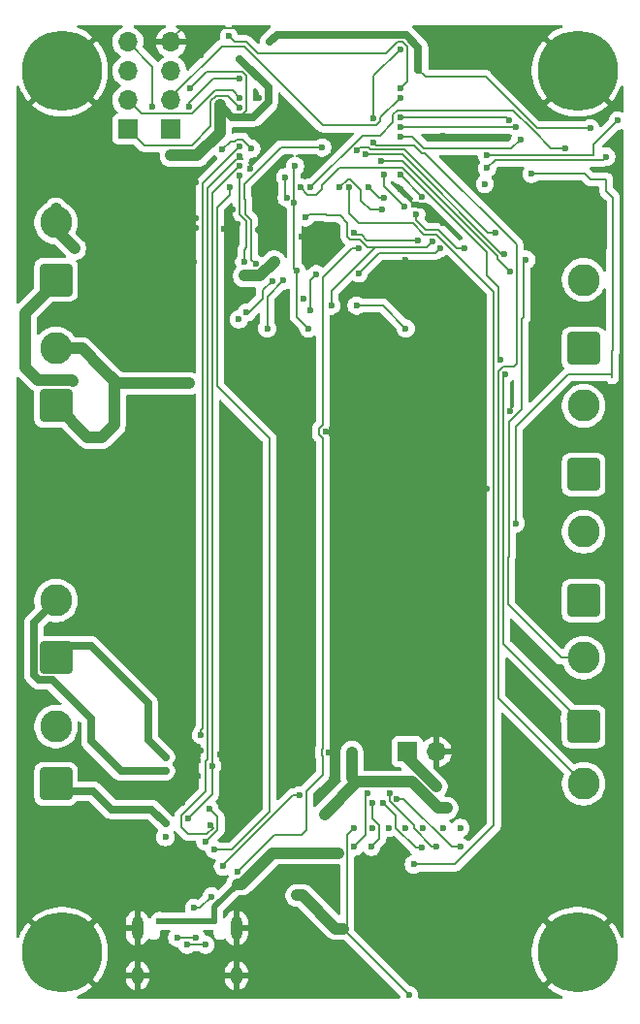
<source format=gbr>
%TF.GenerationSoftware,KiCad,Pcbnew,9.0.3*%
%TF.CreationDate,2025-07-12T21:26:52+09:00*%
%TF.ProjectId,AViC m4,41566943-206d-4342-9e6b-696361645f70,rev?*%
%TF.SameCoordinates,Original*%
%TF.FileFunction,Copper,L2,Bot*%
%TF.FilePolarity,Positive*%
%FSLAX46Y46*%
G04 Gerber Fmt 4.6, Leading zero omitted, Abs format (unit mm)*
G04 Created by KiCad (PCBNEW 9.0.3) date 2025-07-12 21:26:52*
%MOMM*%
%LPD*%
G01*
G04 APERTURE LIST*
G04 Aperture macros list*
%AMRoundRect*
0 Rectangle with rounded corners*
0 $1 Rounding radius*
0 $2 $3 $4 $5 $6 $7 $8 $9 X,Y pos of 4 corners*
0 Add a 4 corners polygon primitive as box body*
4,1,4,$2,$3,$4,$5,$6,$7,$8,$9,$2,$3,0*
0 Add four circle primitives for the rounded corners*
1,1,$1+$1,$2,$3*
1,1,$1+$1,$4,$5*
1,1,$1+$1,$6,$7*
1,1,$1+$1,$8,$9*
0 Add four rect primitives between the rounded corners*
20,1,$1+$1,$2,$3,$4,$5,0*
20,1,$1+$1,$4,$5,$6,$7,0*
20,1,$1+$1,$6,$7,$8,$9,0*
20,1,$1+$1,$8,$9,$2,$3,0*%
G04 Aperture macros list end*
%TA.AperFunction,Conductor*%
%ADD10C,0.200000*%
%TD*%
%TA.AperFunction,ComponentPad*%
%ADD11R,1.700000X1.700000*%
%TD*%
%TA.AperFunction,ComponentPad*%
%ADD12O,1.700000X1.700000*%
%TD*%
%TA.AperFunction,ComponentPad*%
%ADD13RoundRect,0.250001X-1.149999X1.149999X-1.149999X-1.149999X1.149999X-1.149999X1.149999X1.149999X0*%
%TD*%
%TA.AperFunction,ComponentPad*%
%ADD14C,2.800000*%
%TD*%
%TA.AperFunction,ComponentPad*%
%ADD15RoundRect,0.250001X1.149999X-1.149999X1.149999X1.149999X-1.149999X1.149999X-1.149999X-1.149999X0*%
%TD*%
%TA.AperFunction,ComponentPad*%
%ADD16C,7.000000*%
%TD*%
%TA.AperFunction,HeatsinkPad*%
%ADD17O,1.000000X2.100000*%
%TD*%
%TA.AperFunction,HeatsinkPad*%
%ADD18O,1.000000X1.600000*%
%TD*%
%TA.AperFunction,ViaPad*%
%ADD19C,0.600000*%
%TD*%
%TA.AperFunction,Conductor*%
%ADD20C,0.500000*%
%TD*%
%TA.AperFunction,Conductor*%
%ADD21C,0.700000*%
%TD*%
%TA.AperFunction,Conductor*%
%ADD22C,1.000000*%
%TD*%
G04 APERTURE END LIST*
%TO.N,GND*%
D10*
X223500000Y-69855000D02*
X228000000Y-69855000D01*
X228000000Y-74000000D01*
X223500000Y-74000000D01*
X223500000Y-69855000D01*
%TA.AperFunction,Conductor*%
G36*
X223500000Y-69855000D02*
G01*
X228000000Y-69855000D01*
X228000000Y-74000000D01*
X223500000Y-74000000D01*
X223500000Y-69855000D01*
G37*
%TD.AperFunction*%
X177500000Y-91855000D02*
X182840000Y-91855000D01*
X182840000Y-102145000D01*
X177500000Y-102145000D01*
X177500000Y-91855000D01*
%TA.AperFunction,Conductor*%
G36*
X177500000Y-91855000D02*
G01*
X182840000Y-91855000D01*
X182840000Y-102145000D01*
X177500000Y-102145000D01*
X177500000Y-91855000D01*
G37*
%TD.AperFunction*%
X190690000Y-119920000D02*
X192490000Y-119920000D01*
X192490000Y-120250000D01*
X190690000Y-120250000D01*
X190690000Y-119920000D01*
%TA.AperFunction,Conductor*%
G36*
X190690000Y-119920000D02*
G01*
X192490000Y-119920000D01*
X192490000Y-120250000D01*
X190690000Y-120250000D01*
X190690000Y-119920000D01*
G37*
%TD.AperFunction*%
X190690000Y-118500000D02*
X192490000Y-118500000D01*
X192490000Y-118830000D01*
X190690000Y-118830000D01*
X190690000Y-118500000D01*
%TA.AperFunction,Conductor*%
G36*
X190690000Y-118500000D02*
G01*
X192490000Y-118500000D01*
X192490000Y-118830000D01*
X190690000Y-118830000D01*
X190690000Y-118500000D01*
G37*
%TD.AperFunction*%
%TD*%
D11*
%TO.P,J12,1,Pin_1*%
%TO.N,/MCU/PWM 4*%
X186250000Y-63600000D03*
D12*
%TO.P,J12,2,Pin_2*%
%TO.N,/MCU/PWM 3*%
X186250000Y-61060000D03*
%TO.P,J12,3,Pin_3*%
%TO.N,/MCU/PWM 2*%
X186250000Y-58520000D03*
%TO.P,J12,4,Pin_4*%
%TO.N,/MCU/PWM 1*%
X186250000Y-55980000D03*
%TD*%
D13*
%TO.P,J13,1,Pin_1*%
%TO.N,GPIO17*%
X226032500Y-82750000D03*
D14*
%TO.P,J13,2,Pin_2*%
%TO.N,GPIO18*%
X226032500Y-87750000D03*
%TD*%
D15*
%TO.P,J7,1,Pin_1*%
%TO.N,GND*%
X179967500Y-98750000D03*
D14*
%TO.P,J7,2,Pin_2*%
X179967500Y-93750000D03*
%TD*%
D16*
%TO.P,H2,1,1*%
%TO.N,GND*%
X225500000Y-58500000D03*
%TD*%
D15*
%TO.P,J9,1,Pin_1*%
%TO.N,/functions/SW1*%
X179967500Y-109750000D03*
D14*
%TO.P,J9,2,Pin_2*%
%TO.N,/functions/SW2*%
X179967500Y-104750000D03*
%TD*%
D13*
%TO.P,J16,1,Pin_1*%
%TO.N,Net-(J16-Pin_1)*%
X226032500Y-115750000D03*
D14*
%TO.P,J16,2,Pin_2*%
%TO.N,Net-(J16-Pin_2)*%
X226032500Y-120750000D03*
%TD*%
D16*
%TO.P,H3,1,1*%
%TO.N,GND*%
X225500000Y-135500000D03*
%TD*%
%TO.P,H1,1,1*%
%TO.N,GND*%
X180500000Y-58500000D03*
%TD*%
D15*
%TO.P,J3,1,Pin_1*%
%TO.N,+3.3V*%
X179967500Y-76750000D03*
D14*
%TO.P,J3,2,Pin_2*%
X179967500Y-71750000D03*
%TD*%
D13*
%TO.P,J14,1,Pin_1*%
%TO.N,Net-(J14-Pin_1)*%
X226032500Y-93750000D03*
D14*
%TO.P,J14,2,Pin_2*%
%TO.N,Net-(J14-Pin_2)*%
X226032500Y-98750000D03*
%TD*%
D15*
%TO.P,J6,1,Pin_1*%
%TO.N,+5V*%
X179967500Y-87750000D03*
D14*
%TO.P,J6,2,Pin_2*%
X179967500Y-82750000D03*
%TD*%
D13*
%TO.P,J11,1,Pin_1*%
%TO.N,GND*%
X226032500Y-71750000D03*
D14*
%TO.P,J11,2,Pin_2*%
%TO.N,GPIO16*%
X226032500Y-76750000D03*
%TD*%
D15*
%TO.P,J10,1,Pin_1*%
%TO.N,/functions/SW3*%
X179967500Y-120750000D03*
D14*
%TO.P,J10,2,Pin_2*%
%TO.N,/functions/SW4*%
X179967500Y-115750000D03*
%TD*%
D13*
%TO.P,J15,1,Pin_1*%
%TO.N,Net-(J15-Pin_1)*%
X226032500Y-104750000D03*
D14*
%TO.P,J15,2,Pin_2*%
%TO.N,Net-(J15-Pin_2)*%
X226032500Y-109750000D03*
%TD*%
D17*
%TO.P,J5,S1,SHIELD*%
%TO.N,GND*%
X187070000Y-133320000D03*
D18*
X187070000Y-137500000D03*
D17*
X195710000Y-133320000D03*
D18*
X195710000Y-137500000D03*
%TD*%
D16*
%TO.P,H4,1,1*%
%TO.N,GND*%
X180500000Y-135500000D03*
%TD*%
D11*
%TO.P,J8,1,Pin_1*%
%TO.N,+BATT*%
X210620000Y-117955000D03*
D12*
%TO.P,J8,2,Pin_2*%
%TO.N,GND*%
X213160000Y-117955000D03*
%TD*%
D11*
%TO.P,J2,1,Pin_1*%
%TO.N,+3.3V*%
X190000000Y-63620000D03*
D12*
%TO.P,J2,2,Pin_2*%
%TO.N,/MCU/UART0_TXD*%
X190000000Y-61080000D03*
%TO.P,J2,3,Pin_3*%
%TO.N,/MCU/UART0_RXD*%
X190000000Y-58540000D03*
%TO.P,J2,4,Pin_4*%
%TO.N,GND*%
X190000000Y-56000000D03*
%TD*%
D19*
%TO.N,/MCU/LED*%
X194500000Y-65380000D03*
X197010000Y-65310000D03*
%TO.N,GND*%
X188200000Y-75400000D03*
X189400000Y-75400000D03*
X202175000Y-128125000D03*
X221400000Y-61600000D03*
X196850000Y-80950000D03*
X193000000Y-137500000D03*
X192560000Y-117860000D03*
X196897545Y-67049500D03*
X213400000Y-133400000D03*
X210000000Y-68800000D03*
X186400000Y-84400000D03*
X186600000Y-74800000D03*
X195150000Y-73750000D03*
X197050000Y-54800000D03*
X186000000Y-69500000D03*
X190400000Y-107400000D03*
X199600000Y-136800000D03*
X189800000Y-67400000D03*
X190600000Y-78000000D03*
X204334063Y-74245151D03*
X190500000Y-70200000D03*
X217600000Y-95000000D03*
X189000000Y-94600000D03*
X203825000Y-120975000D03*
X185950000Y-72400000D03*
X214200000Y-103400000D03*
X195000000Y-78000000D03*
X186600000Y-71200000D03*
X199000000Y-73600000D03*
X220000000Y-70000000D03*
X194875000Y-75275000D03*
X192200000Y-68200000D03*
X188900000Y-72200000D03*
X189000000Y-70250000D03*
X192200000Y-72200000D03*
X188400000Y-81400000D03*
X202225000Y-86000000D03*
X187650000Y-69400000D03*
X185800000Y-80600000D03*
X195200000Y-85600000D03*
X229200000Y-132600000D03*
X193000000Y-136000000D03*
X211200000Y-70200000D03*
X192000000Y-75200000D03*
X192200000Y-67150000D03*
X210500000Y-75000000D03*
X187200000Y-73400000D03*
X209000000Y-126200000D03*
X196200000Y-117800000D03*
X214400000Y-75600000D03*
X187400000Y-70950000D03*
X196600000Y-77600000D03*
X209450000Y-127700000D03*
X200950000Y-84800000D03*
X185800000Y-82800000D03*
X189000000Y-77800000D03*
X199800000Y-78375000D03*
X205000000Y-110600000D03*
X187800000Y-72200000D03*
X196200000Y-78400000D03*
X196600000Y-120800000D03*
X188200000Y-67150000D03*
X191780000Y-128975000D03*
X220480000Y-55750000D03*
X214402500Y-66097500D03*
X203500000Y-90000000D03*
X189000000Y-68400000D03*
X190500000Y-68775000D03*
X190600000Y-113400000D03*
X196200000Y-85800000D03*
X222800000Y-62200000D03*
X185000000Y-74500000D03*
X220600000Y-130000000D03*
X195800000Y-71900000D03*
X205225000Y-136050000D03*
X196800000Y-87200000D03*
X194280000Y-118160000D03*
X195000000Y-81000000D03*
X197000000Y-86000000D03*
X196200000Y-123600000D03*
X189800000Y-80400000D03*
X191000000Y-122400000D03*
X192200000Y-71400000D03*
X189000000Y-67600000D03*
X207255000Y-128285000D03*
X199500000Y-63450000D03*
X213800000Y-71800000D03*
X203775000Y-118000000D03*
X189400000Y-87800000D03*
X221000000Y-105200000D03*
X191600000Y-78200000D03*
X190600000Y-67100000D03*
X189000000Y-80000000D03*
X192575000Y-57175000D03*
X187500000Y-70250000D03*
X226000000Y-73300000D03*
X219500000Y-67500000D03*
X190400000Y-79400000D03*
X194600000Y-72300000D03*
X193500000Y-129500000D03*
X186300000Y-70400000D03*
X197400000Y-88000000D03*
X191200000Y-99800000D03*
X186800000Y-69600000D03*
X219600000Y-88200000D03*
X214000000Y-113600000D03*
X214402500Y-66097500D03*
X204550000Y-128900000D03*
X203150000Y-138575000D03*
X201000000Y-87000000D03*
X212800000Y-109200000D03*
X228300000Y-110800000D03*
X218800000Y-136400000D03*
X210500000Y-75000000D03*
X195400000Y-70600000D03*
X188600000Y-78800000D03*
X201600000Y-78375000D03*
X201700000Y-66075000D03*
X211600000Y-78000000D03*
X188200000Y-68400000D03*
X221200000Y-57600000D03*
X213800000Y-64200000D03*
X186900000Y-71950000D03*
X208400000Y-133800000D03*
X216000000Y-58200000D03*
X197650000Y-72400000D03*
X216600000Y-55600000D03*
X191400000Y-67600000D03*
X187400000Y-83600000D03*
X187550000Y-67750000D03*
X186200000Y-73400000D03*
X190500000Y-137500000D03*
X177800000Y-122600000D03*
X190800000Y-75400000D03*
X219000000Y-64400000D03*
X186000000Y-78400000D03*
X187000000Y-68600000D03*
X212600000Y-90600000D03*
X188500000Y-71400000D03*
X211800000Y-82200000D03*
X201360871Y-73000000D03*
X188550000Y-83450000D03*
X186000000Y-71500000D03*
X184600000Y-80850000D03*
X186800000Y-79800000D03*
X197650000Y-60875000D03*
X190500000Y-136000000D03*
X190500000Y-71725000D03*
X186850000Y-72750000D03*
X189600000Y-78600000D03*
X185000000Y-73500000D03*
%TO.N,+3.3V*%
X206000000Y-124600000D03*
X201000000Y-130500000D03*
X226600000Y-63500000D03*
X190000000Y-65910000D03*
X199800000Y-76825000D03*
X213750000Y-124600000D03*
X196000000Y-57450000D03*
X191678527Y-60000000D03*
X210800000Y-139200000D03*
X199000000Y-75175000D03*
X198600000Y-56000000D03*
X198400000Y-81000000D03*
X217400000Y-68375000D03*
X207600000Y-124600000D03*
X212000000Y-124600000D03*
X209000000Y-124600000D03*
X210500000Y-124650000D03*
X194275000Y-61500000D03*
X181433965Y-85566035D03*
X211600000Y-58400000D03*
X215250000Y-124600000D03*
X196400000Y-76400000D03*
%TO.N,+5V*%
X191600000Y-85800000D03*
X184000000Y-84500000D03*
%TO.N,Net-(D2-K)*%
X214095000Y-122885000D03*
X203400000Y-123400000D03*
X205800000Y-118000000D03*
%TO.N,VBUS*%
X188990000Y-132745000D03*
X204600000Y-126800000D03*
X193790000Y-132745000D03*
X195805000Y-129500000D03*
%TO.N,/functions/SW4*%
X189507500Y-125412500D03*
%TO.N,/MCU/PWM 3*%
X196000000Y-60850000D03*
%TO.N,/MCU/PWM 1*%
X188400000Y-61620000D03*
X196000000Y-59150000D03*
X191588235Y-61620000D03*
%TO.N,/MCU/PWM 4*%
X196000000Y-61700000D03*
%TO.N,/MCU/UART0_RXD*%
X195055540Y-55463418D03*
X210000000Y-60000000D03*
%TO.N,/MCU/UART0_TXD*%
X210000000Y-60850000D03*
%TO.N,+BATT*%
X213145000Y-121010000D03*
%TO.N,/functions/SW1*%
X189507500Y-118422500D03*
%TO.N,/functions/SW2*%
X189507500Y-119637500D03*
%TO.N,/functions/SW3*%
X189507500Y-124197500D03*
%TO.N,GPIO18*%
X202150000Y-68700000D03*
X224426473Y-65275000D03*
%TO.N,Net-(J14-Pin_2)*%
X210000000Y-63400000D03*
X220125003Y-63400000D03*
%TO.N,BUZZER*%
X210500000Y-81000000D03*
X196000000Y-67650000D03*
X196400000Y-75200000D03*
X206200000Y-79000000D03*
%TO.N,DAT1*%
X206000000Y-126250000D03*
X207200000Y-121600000D03*
X206000000Y-126250000D03*
%TO.N,DAT0*%
X207500000Y-126250000D03*
X208622497Y-69594954D03*
X207250000Y-68700000D03*
X207607107Y-122392893D03*
%TO.N,CMD*%
X208508268Y-122423302D03*
X204700000Y-68700000D03*
X208414219Y-70651759D03*
X211890000Y-126360000D03*
%TO.N,DAT3*%
X213200000Y-126200000D03*
X209089800Y-121600000D03*
%TO.N,DAT2*%
X215250000Y-126250000D03*
X210000000Y-67600000D03*
X209735311Y-122072563D03*
X211900000Y-69500000D03*
%TO.N,CLK*%
X211200000Y-127800000D03*
X205550000Y-68700000D03*
%TO.N,Net-(J5-D+-PadA6)*%
X193530000Y-130600000D03*
X191400000Y-134800000D03*
X193000000Y-134800000D03*
X192000000Y-131600000D03*
%TO.N,Net-(J5-D--PadA7)*%
X192200000Y-134200000D03*
X190540000Y-134200000D03*
%TO.N,Net-(J14-Pin_1)*%
X220500000Y-64500000D03*
X210000000Y-64250000D03*
%TO.N,Net-(J15-Pin_1)*%
X219524607Y-62800000D03*
X220100000Y-98000000D03*
X221500000Y-67500000D03*
X210000000Y-62550000D03*
%TO.N,GPIO17*%
X201300000Y-68700000D03*
X218799999Y-83760735D03*
%TO.N,Net-(J15-Pin_2)*%
X219100000Y-74500000D03*
X221000000Y-75000000D03*
X207000000Y-65800000D03*
%TO.N,Net-(J16-Pin_1)*%
X219200000Y-85000000D03*
X206249265Y-65449265D03*
X218325735Y-72674265D03*
%TO.N,SDA*%
X217600000Y-67000000D03*
X228000000Y-66000000D03*
X200986029Y-75971252D03*
X200824265Y-66824265D03*
X202000000Y-81000000D03*
X206000000Y-72600000D03*
X211600000Y-73300000D03*
X200760871Y-70055598D03*
%TO.N,SCL*%
X212800000Y-73400000D03*
X204000000Y-79000000D03*
X200100000Y-69600002D03*
X200000000Y-67800000D03*
X217575000Y-65875000D03*
X201752098Y-71297312D03*
X229000000Y-62850000D03*
%TO.N,SW2 control*%
X192600000Y-116500000D03*
X196000000Y-65100000D03*
%TO.N,SW1 control*%
X193347087Y-122920405D03*
X195100000Y-68651470D03*
X193775000Y-126500000D03*
X193000000Y-125800000D03*
%TO.N,SW4 control*%
X193600000Y-119200000D03*
X191500000Y-123772498D03*
X196000000Y-66800000D03*
%TO.N,SW3 control*%
X196000000Y-65950000D03*
X193475000Y-124353578D03*
%TO.N,GPS TX*%
X203200000Y-65200000D03*
X198825000Y-76845102D03*
X196600000Y-79600000D03*
X197380393Y-75380393D03*
%TO.N,GPS RX*%
X215600000Y-74000000D03*
X208600000Y-67600000D03*
X213500000Y-74000000D03*
X206400000Y-76200000D03*
X202200000Y-79400000D03*
X195934358Y-80200000D03*
X210349276Y-70355430D03*
X211400000Y-71000000D03*
X202675735Y-76275735D03*
%TO.N,D+*%
X201200000Y-121751875D03*
X194533447Y-127970199D03*
%TO.N,D-*%
X206400000Y-74000000D03*
X195782893Y-128477893D03*
%TO.N,Net-(J16-Pin_2)*%
X207644570Y-64749276D03*
X207682108Y-62682108D03*
X210000000Y-56600000D03*
%TO.N,GPIO16*%
X219585686Y-76000000D03*
X208351473Y-66400000D03*
%TD*%
D10*
%TO.N,/MCU/LED*%
X197010000Y-65310000D02*
X197010000Y-65260057D01*
X197010000Y-65260057D02*
X196248943Y-64499000D01*
X195600057Y-64650000D02*
X195230000Y-64650000D01*
X196248943Y-64499000D02*
X195751057Y-64499000D01*
X195751057Y-64499000D02*
X195600057Y-64650000D01*
X195230000Y-64650000D02*
X194500000Y-65380000D01*
D20*
%TO.N,GND*%
X213800000Y-71800000D02*
X212251000Y-70251000D01*
X212251000Y-70251000D02*
X211588925Y-70251000D01*
X211588925Y-70251000D02*
X211537925Y-70200000D01*
X211537925Y-70200000D02*
X211200000Y-70200000D01*
D10*
X202606022Y-74245151D02*
X201360871Y-73000000D01*
D20*
X193500000Y-129500000D02*
X192305000Y-129500000D01*
D21*
X198850000Y-73600000D02*
X197650000Y-72400000D01*
D10*
X211200000Y-70351471D02*
X211200000Y-70200000D01*
X213800000Y-64200000D02*
X218800000Y-64200000D01*
X210000000Y-69000000D02*
X210000000Y-68800000D01*
D20*
X192305000Y-129500000D02*
X191780000Y-128975000D01*
D10*
X204334063Y-74245151D02*
X202606022Y-74245151D01*
X211200000Y-70200000D02*
X210000000Y-69000000D01*
X190950000Y-54800000D02*
X197050000Y-54800000D01*
X218800000Y-64200000D02*
X219000000Y-64400000D01*
D21*
X199000000Y-73600000D02*
X198850000Y-73600000D01*
D10*
X190000000Y-55750000D02*
X190950000Y-54800000D01*
%TO.N,+3.3V*%
X196248529Y-58550000D02*
X196600000Y-58901471D01*
D22*
X192290000Y-65910000D02*
X194275000Y-63925000D01*
D10*
X206000000Y-124600000D02*
X205400000Y-125200000D01*
D22*
X177300000Y-79650000D02*
X180000000Y-76950000D01*
D10*
X198400000Y-78225000D02*
X199800000Y-76825000D01*
D22*
X179967500Y-70552500D02*
X179967500Y-72367500D01*
X190000000Y-65910000D02*
X192290000Y-65910000D01*
D21*
X210517768Y-55350000D02*
X199250000Y-55350000D01*
D10*
X196600000Y-61948529D02*
X196248529Y-62300000D01*
D21*
X195325000Y-62550000D02*
X197177082Y-62550000D01*
D22*
X194275000Y-63925000D02*
X194275000Y-61500000D01*
X181367930Y-85500000D02*
X178381623Y-85500000D01*
D10*
X205400000Y-133000000D02*
X205000000Y-133400000D01*
X196600000Y-58901471D02*
X196600000Y-61948529D01*
D22*
X177300000Y-84418377D02*
X177300000Y-79650000D01*
X179967500Y-72367500D02*
X181600000Y-74000000D01*
X204400000Y-133400000D02*
X205000000Y-133400000D01*
X201500000Y-130500000D02*
X204400000Y-133400000D01*
D21*
X211600000Y-58400000D02*
X211600000Y-56432232D01*
D10*
X196248529Y-62300000D02*
X195075000Y-62300000D01*
D21*
X211600000Y-56432232D02*
X210517768Y-55350000D01*
D22*
X201000000Y-130500000D02*
X201500000Y-130500000D01*
D10*
X210800000Y-139200000D02*
X205000000Y-133400000D01*
X205400000Y-125200000D02*
X205400000Y-133000000D01*
X212200000Y-59000000D02*
X211600000Y-58400000D01*
X193128527Y-58550000D02*
X196248529Y-58550000D01*
X198400000Y-81000000D02*
X198400000Y-78225000D01*
D22*
X178381623Y-85500000D02*
X177300000Y-84418377D01*
D21*
X198500000Y-61227082D02*
X198500000Y-59950000D01*
X197177082Y-62550000D02*
X198500000Y-61227082D01*
D22*
X181433965Y-85566035D02*
X181367930Y-85500000D01*
D10*
X191678527Y-60000000D02*
X193128527Y-58550000D01*
X221964215Y-63500000D02*
X217464215Y-59000000D01*
X226600000Y-63500000D02*
X221964215Y-63500000D01*
D22*
X197775000Y-76400000D02*
X199000000Y-75175000D01*
D21*
X198500000Y-59950000D02*
X196000000Y-57450000D01*
D10*
X217464215Y-59000000D02*
X212200000Y-59000000D01*
D21*
X194275000Y-61500000D02*
X195325000Y-62550000D01*
D22*
X196400000Y-76400000D02*
X197775000Y-76400000D01*
D21*
X199250000Y-55350000D02*
X198600000Y-56000000D01*
D22*
%TO.N,+5V*%
X184000000Y-84500000D02*
X185300000Y-85800000D01*
X184000000Y-90500000D02*
X182717500Y-90500000D01*
X185070000Y-85570000D02*
X185070000Y-89430000D01*
X185070000Y-89430000D02*
X184000000Y-90500000D01*
X184000000Y-84500000D02*
X182250000Y-82750000D01*
X184000000Y-84500000D02*
X185070000Y-85570000D01*
X182250000Y-82750000D02*
X179967500Y-82750000D01*
X185300000Y-85800000D02*
X191600000Y-85800000D01*
X182717500Y-90500000D02*
X179967500Y-87750000D01*
%TO.N,Net-(D2-K)*%
X205800000Y-118000000D02*
X205800000Y-120200000D01*
X213322944Y-122885000D02*
X214095000Y-122885000D01*
X205800000Y-120200000D02*
X206200000Y-120600000D01*
X211037944Y-120600000D02*
X213322944Y-122885000D01*
X203400000Y-123400000D02*
X206200000Y-120600000D01*
X206200000Y-120600000D02*
X211037944Y-120600000D01*
D20*
%TO.N,VBUS*%
X188990000Y-132745000D02*
X193790000Y-132745000D01*
D22*
X195805000Y-129500000D02*
X196175000Y-129500000D01*
X196175000Y-129500000D02*
X198875000Y-126800000D01*
X198875000Y-126800000D02*
X204600000Y-126800000D01*
D20*
X193790000Y-131515000D02*
X193790000Y-132745000D01*
X195805000Y-129500000D02*
X193790000Y-131515000D01*
D10*
%TO.N,/MCU/PWM 3*%
X186250000Y-61060000D02*
X187410000Y-62220000D01*
X193877943Y-60200000D02*
X195350000Y-60200000D01*
X191857943Y-62220000D02*
X193877943Y-60200000D01*
X195350000Y-60200000D02*
X196000000Y-60850000D01*
X187410000Y-62220000D02*
X191857943Y-62220000D01*
%TO.N,/MCU/PWM 1*%
X191588235Y-61620000D02*
X191588235Y-61291503D01*
X193729738Y-59150000D02*
X196000000Y-59150000D01*
X188400000Y-58130000D02*
X188400000Y-61620000D01*
X186250000Y-55980000D02*
X188400000Y-58130000D01*
X191588235Y-61291503D02*
X193729738Y-59150000D01*
%TO.N,/MCU/PWM 4*%
X187650000Y-65000000D02*
X186250000Y-63600000D01*
X193475000Y-61168629D02*
X193475000Y-63325000D01*
X196000000Y-61700000D02*
X195000000Y-60700000D01*
X195000000Y-60700000D02*
X193943629Y-60700000D01*
X191800000Y-65000000D02*
X187650000Y-65000000D01*
X193475000Y-63325000D02*
X191800000Y-65000000D01*
X193943629Y-60700000D02*
X193475000Y-61168629D01*
%TO.N,/MCU/UART0_RXD*%
X196565686Y-56000000D02*
X197565686Y-57000000D01*
X195055540Y-55463418D02*
X195592122Y-56000000D01*
X195592122Y-56000000D02*
X196565686Y-56000000D01*
X209751471Y-56000000D02*
X210248529Y-56000000D01*
X210600000Y-56351471D02*
X210600000Y-59400000D01*
X210600000Y-59400000D02*
X210000000Y-60000000D01*
X197565686Y-57000000D02*
X208751471Y-57000000D01*
X208751471Y-57000000D02*
X209751471Y-56000000D01*
X210248529Y-56000000D02*
X210600000Y-56351471D01*
%TO.N,/MCU/UART0_TXD*%
X208282108Y-62930637D02*
X207930637Y-63282108D01*
X196400000Y-56400000D02*
X194430000Y-56400000D01*
X203282108Y-63282108D02*
X196400000Y-56400000D01*
X207930637Y-63282108D02*
X203282108Y-63282108D01*
X194430000Y-56400000D02*
X190000000Y-60830000D01*
X210000000Y-60850000D02*
X208282108Y-62567892D01*
X208282108Y-62567892D02*
X208282108Y-62930637D01*
D22*
%TO.N,+BATT*%
X210620000Y-117955000D02*
X210620000Y-118485000D01*
X210620000Y-118485000D02*
X213145000Y-121010000D01*
D21*
%TO.N,/functions/SW1*%
X189507500Y-118422500D02*
X188000000Y-116915000D01*
X188000000Y-116915000D02*
X188000000Y-113700000D01*
X188000000Y-113700000D02*
X183000000Y-108700000D01*
X183000000Y-108700000D02*
X180000000Y-108700000D01*
%TO.N,/functions/SW2*%
X183000000Y-117025000D02*
X183000000Y-115050000D01*
X189507500Y-119637500D02*
X185612500Y-119637500D01*
X178479202Y-111700000D02*
X178000000Y-111220798D01*
X183000000Y-115050000D02*
X179650000Y-111700000D01*
X179650000Y-111700000D02*
X178479202Y-111700000D01*
X185612500Y-119637500D02*
X183000000Y-117025000D01*
X178000000Y-106717500D02*
X179967500Y-104750000D01*
X178000000Y-111220798D02*
X178000000Y-106717500D01*
%TO.N,/functions/SW3*%
X188310000Y-123000000D02*
X184800000Y-123000000D01*
X183200000Y-121400000D02*
X180000000Y-121400000D01*
X189507500Y-124197500D02*
X188310000Y-123000000D01*
X184800000Y-123000000D02*
X183200000Y-121400000D01*
D10*
%TO.N,GPIO18*%
X206700724Y-64149276D02*
X202150000Y-68700000D01*
X209400000Y-63000000D02*
X208250724Y-64149276D01*
X221607844Y-63709315D02*
X219848529Y-61950000D01*
X223173529Y-65275000D02*
X224426473Y-65275000D01*
X208250724Y-64149276D02*
X206700724Y-64149276D01*
X219848529Y-61950000D02*
X209751471Y-61950000D01*
X221607844Y-63709315D02*
X223173529Y-65275000D01*
X209400000Y-62301471D02*
X209400000Y-63000000D01*
X209751471Y-61950000D02*
X209400000Y-62301471D01*
%TO.N,Net-(J14-Pin_2)*%
X220125003Y-63400000D02*
X210000000Y-63400000D01*
%TO.N,BUZZER*%
X196600000Y-73951471D02*
X196600000Y-71665686D01*
X196400000Y-75200000D02*
X196400000Y-74151471D01*
X208500000Y-79000000D02*
X206200000Y-79000000D01*
X196600000Y-71665686D02*
X196000000Y-71065686D01*
X196000000Y-71065686D02*
X196000000Y-67650000D01*
X196400000Y-74151471D02*
X196600000Y-73951471D01*
X210500000Y-81000000D02*
X208500000Y-79000000D01*
%TO.N,DAT1*%
X207000000Y-125250000D02*
X206000000Y-126250000D01*
X207000000Y-121800000D02*
X207000000Y-125250000D01*
X207200000Y-121600000D02*
X207000000Y-121800000D01*
%TO.N,DAT0*%
X208144954Y-69594954D02*
X207250000Y-68700000D01*
X207600000Y-122400000D02*
X207600000Y-123751471D01*
X207600000Y-123751471D02*
X208200000Y-124351471D01*
X207607107Y-122392893D02*
X207600000Y-122400000D01*
X208622497Y-69594954D02*
X208144954Y-69594954D01*
X208200000Y-124351471D02*
X208200000Y-125550000D01*
X208200000Y-125550000D02*
X207500000Y-126250000D01*
%TO.N,CMD*%
X208414219Y-70651759D02*
X207417443Y-70651759D01*
X205451220Y-67948780D02*
X204700000Y-68700000D01*
X209600000Y-123515034D02*
X208508268Y-122423302D01*
X206600000Y-68901471D02*
X205647309Y-67948780D01*
X206600000Y-69834316D02*
X206600000Y-68901471D01*
X205647309Y-67948780D02*
X205451220Y-67948780D01*
X211890000Y-126360000D02*
X211361471Y-126360000D01*
X209600000Y-124598529D02*
X209600000Y-123515034D01*
X207417443Y-70651759D02*
X206600000Y-69834316D01*
X211361471Y-126360000D02*
X209600000Y-124598529D01*
%TO.N,DAT3*%
X209089800Y-121600000D02*
X209089800Y-122275581D01*
X209089800Y-122275581D02*
X211200000Y-124385781D01*
X211200000Y-124385781D02*
X211200000Y-124648529D01*
X211200000Y-124648529D02*
X212751471Y-126200000D01*
X212751471Y-126200000D02*
X213200000Y-126200000D01*
%TO.N,DAT2*%
X214498529Y-126250000D02*
X215250000Y-126250000D01*
X210321092Y-122072563D02*
X214498529Y-126250000D01*
X211900000Y-69500000D02*
X210000000Y-67600000D01*
X209735311Y-122072563D02*
X210321092Y-122072563D01*
%TO.N,CLK*%
X218200000Y-77800001D02*
X213199999Y-72800000D01*
X214800000Y-127800000D02*
X218200000Y-124400000D01*
X218200000Y-124400000D02*
X218200000Y-77800001D01*
X206400000Y-71800000D02*
X205550000Y-70950000D01*
X212100000Y-72800000D02*
X211100000Y-71800000D01*
X213199999Y-72800000D02*
X212100000Y-72800000D01*
X211200000Y-127800000D02*
X214800000Y-127800000D01*
X211100000Y-71800000D02*
X206400000Y-71800000D01*
X205550000Y-70950000D02*
X205550000Y-68700000D01*
%TO.N,Net-(J5-D+-PadA6)*%
X193530000Y-130600000D02*
X192530000Y-131600000D01*
X192530000Y-131600000D02*
X192000000Y-131600000D01*
X191400000Y-134800000D02*
X193000000Y-134800000D01*
%TO.N,Net-(J5-D--PadA7)*%
X192200000Y-134200000D02*
X190540000Y-134200000D01*
%TO.N,Net-(J14-Pin_1)*%
X212075000Y-65275000D02*
X211050000Y-64250000D01*
X219725000Y-65275000D02*
X212075000Y-65275000D01*
X211050000Y-64250000D02*
X210000000Y-64250000D01*
X220500000Y-64500000D02*
X219725000Y-65275000D01*
%TO.N,Net-(J15-Pin_1)*%
X219274607Y-62550000D02*
X210000000Y-62550000D01*
X224700000Y-85000000D02*
X220100000Y-89600000D01*
X228500000Y-85000000D02*
X224700000Y-85000000D01*
X226152692Y-67500000D02*
X221500000Y-67500000D01*
X220100000Y-98000000D02*
X220100000Y-89600000D01*
X228600000Y-69600000D02*
X228000000Y-69000000D01*
X219524607Y-62800000D02*
X219274607Y-62550000D01*
X228500000Y-83000000D02*
X228600000Y-82900000D01*
X228500000Y-85000000D02*
X228500000Y-83000000D01*
X226652692Y-68000000D02*
X226152692Y-67500000D01*
X228500000Y-85250000D02*
X228500000Y-85000000D01*
X228000000Y-69000000D02*
X228000000Y-68000000D01*
X228600000Y-82900000D02*
X228600000Y-69600000D01*
X228000000Y-68000000D02*
X226652692Y-68000000D01*
%TO.N,GPIO17*%
X218600000Y-83560736D02*
X218799999Y-83760735D01*
X218600000Y-83290000D02*
X218600000Y-83560736D01*
X202700000Y-69300000D02*
X201900000Y-69300000D01*
X204698529Y-67000000D02*
X203200000Y-68498529D01*
X217600000Y-76400000D02*
X217600000Y-74351471D01*
X218600000Y-83290000D02*
X218600000Y-77400000D01*
X217600000Y-74351471D02*
X210248529Y-67000000D01*
X218600000Y-77400000D02*
X217600000Y-76400000D01*
X203200000Y-68800000D02*
X202700000Y-69300000D01*
X201900000Y-69300000D02*
X201300000Y-68700000D01*
X203200000Y-68498529D02*
X203200000Y-68800000D01*
X210248529Y-67000000D02*
X204698529Y-67000000D01*
%TO.N,Net-(J15-Pin_2)*%
X219400000Y-105097398D02*
X219400000Y-103000000D01*
X220585686Y-88062843D02*
X220585686Y-80200000D01*
X219400000Y-103000000D02*
X219400000Y-101000000D01*
X226032500Y-109750000D02*
X224052602Y-109750000D01*
X224052602Y-109750000D02*
X219400000Y-105097398D01*
X210179901Y-65800000D02*
X207000000Y-65800000D01*
X219500000Y-100900000D02*
X219500000Y-89148529D01*
X220785686Y-75214314D02*
X221000000Y-75000000D01*
X219400000Y-101000000D02*
X219500000Y-100900000D01*
X220585686Y-80200000D02*
X220785686Y-80000000D01*
X219100000Y-74500000D02*
X218879901Y-74500000D01*
X218879901Y-74500000D02*
X210179901Y-65800000D01*
X220785686Y-80000000D02*
X220785686Y-75214314D01*
X219500000Y-89148529D02*
X220585686Y-88062843D01*
%TO.N,Net-(J16-Pin_1)*%
X226000000Y-115050000D02*
X224601471Y-115050000D01*
X226032500Y-115750000D02*
X226032500Y-115532500D01*
X207248529Y-65200000D02*
X206498530Y-65200000D01*
X226032500Y-115532500D02*
X219000000Y-108500000D01*
X218325735Y-72674265D02*
X217619852Y-72674265D01*
X217619852Y-72674265D02*
X210345587Y-65400000D01*
X206498530Y-65200000D02*
X206249265Y-65449265D01*
X219200000Y-85000000D02*
X219000000Y-85200000D01*
X207448529Y-65400000D02*
X207248529Y-65200000D01*
X210345587Y-65400000D02*
X207448529Y-65400000D01*
X219000000Y-85200000D02*
X219000000Y-108500000D01*
%TO.N,SDA*%
X200986029Y-79986029D02*
X200986029Y-75971252D01*
X202000000Y-81000000D02*
X200986029Y-79986029D01*
X207114215Y-73300000D02*
X206614215Y-72800000D01*
X227725000Y-66275000D02*
X228000000Y-66000000D01*
X200824265Y-66824265D02*
X200700000Y-66948530D01*
X200700000Y-66948530D02*
X200700000Y-69994727D01*
X217600000Y-67000000D02*
X218325000Y-66275000D01*
X200700000Y-69994727D02*
X200760871Y-70055598D01*
X211600000Y-73300000D02*
X207114215Y-73300000D01*
X206614215Y-72800000D02*
X206200000Y-72800000D01*
X200760871Y-75746094D02*
X200986029Y-75971252D01*
X226709314Y-66275000D02*
X227725000Y-66275000D01*
X218325000Y-66275000D02*
X226709314Y-66275000D01*
X206200000Y-72800000D02*
X206000000Y-72600000D01*
X200760871Y-70055598D02*
X200760871Y-75746094D01*
%TO.N,SCL*%
X205600000Y-73200000D02*
X206448529Y-73200000D01*
X203502941Y-71000000D02*
X203639706Y-71136765D01*
X208000000Y-73900000D02*
X212300000Y-73900000D01*
X207850057Y-73900000D02*
X208000000Y-73900000D01*
X204771079Y-71136765D02*
X205400000Y-71765686D01*
X226875000Y-64975000D02*
X229000000Y-62850000D01*
X204000000Y-79000000D02*
X204000000Y-77750057D01*
X201800000Y-71293901D02*
X201800000Y-71400000D01*
X205400000Y-73000000D02*
X205600000Y-73200000D01*
X207148529Y-73900000D02*
X208000000Y-73900000D01*
X206448529Y-73200000D02*
X207148529Y-73900000D01*
X203639706Y-71136765D02*
X204771079Y-71136765D01*
X204000000Y-77750057D02*
X207850057Y-73900000D01*
X201755509Y-71293901D02*
X201800000Y-71293901D01*
X226875000Y-65875000D02*
X226875000Y-64975000D01*
X201752098Y-71297312D02*
X201755509Y-71293901D01*
X212300000Y-73900000D02*
X212800000Y-73400000D01*
X201800000Y-71293901D02*
X202093901Y-71000000D01*
X200000000Y-69500002D02*
X200000000Y-67800000D01*
X200100000Y-69600002D02*
X200000000Y-69500002D01*
X226875000Y-65875000D02*
X217575000Y-65875000D01*
X202093901Y-71000000D02*
X203502941Y-71000000D01*
X205400000Y-71765686D02*
X205400000Y-73000000D01*
%TO.N,SW2 control*%
X192800000Y-115910000D02*
X192800000Y-68300000D01*
X192800000Y-68300000D02*
X196000000Y-65100000D01*
X192600000Y-116500000D02*
X192600000Y-116110000D01*
X192600000Y-116110000D02*
X192800000Y-115910000D01*
%TO.N,SW1 control*%
X194075000Y-123648318D02*
X193347087Y-122920405D01*
X194000000Y-70400000D02*
X195100000Y-69300000D01*
X194000000Y-86000000D02*
X194000000Y-70400000D01*
X195100000Y-69300000D02*
X195100000Y-68651470D01*
X195300000Y-126500000D02*
X198600000Y-123200000D01*
X194075000Y-124765686D02*
X194075000Y-123648318D01*
X193775000Y-126500000D02*
X195300000Y-126500000D01*
X193000000Y-125800000D02*
X193040686Y-125800000D01*
X198600000Y-90600000D02*
X194000000Y-86000000D01*
X193040686Y-125800000D02*
X194075000Y-124765686D01*
X198600000Y-123200000D02*
X198600000Y-90600000D01*
%TO.N,SW4 control*%
X193600000Y-69200000D02*
X196000000Y-66800000D01*
X193600000Y-119200000D02*
X193600000Y-121672498D01*
X193600000Y-119200000D02*
X193600000Y-69200000D01*
X193600000Y-121672498D02*
X191500000Y-123772498D01*
%TO.N,SW3 control*%
X193675000Y-124553578D02*
X193475000Y-124353578D01*
X190900000Y-123523968D02*
X190900000Y-124535000D01*
X195751471Y-66200000D02*
X193200000Y-68751471D01*
X196000000Y-65950000D02*
X196250000Y-66200000D01*
X193200000Y-118580000D02*
X192990000Y-118790000D01*
X193200000Y-68751471D02*
X193200000Y-118580000D01*
X190900000Y-124535000D02*
X191500000Y-125135000D01*
X193140000Y-125135000D02*
X193675000Y-124600000D01*
X196250000Y-66200000D02*
X195751471Y-66200000D01*
X192990000Y-118790000D02*
X192990000Y-121433968D01*
X193675000Y-124600000D02*
X193675000Y-124553578D01*
X192990000Y-121433968D02*
X190900000Y-123523968D01*
X191500000Y-125135000D02*
X193140000Y-125135000D01*
%TO.N,GPS TX*%
X196600000Y-79600000D02*
X196800000Y-79600000D01*
X196400000Y-69675000D02*
X196500000Y-69775000D01*
X198000000Y-77670102D02*
X198825000Y-76845102D01*
X198000000Y-78400000D02*
X198000000Y-77670102D01*
X196800000Y-79600000D02*
X198000000Y-78400000D01*
X196400000Y-68400000D02*
X196400000Y-69675000D01*
X196500000Y-69775000D02*
X196500000Y-71000000D01*
X203200000Y-65200000D02*
X199600000Y-65200000D01*
X199600000Y-65200000D02*
X196400000Y-68400000D01*
X196500000Y-71000000D02*
X197000000Y-71500000D01*
X197000000Y-75000000D02*
X197380393Y-75380393D01*
X197000000Y-71500000D02*
X197000000Y-75000000D01*
%TO.N,GPS RX*%
X202200000Y-76751470D02*
X202200000Y-79400000D01*
X211400000Y-71534314D02*
X211400000Y-71000000D01*
X213100000Y-74400000D02*
X208200000Y-74400000D01*
X215600000Y-74000000D02*
X214965685Y-74000000D01*
X208200000Y-74400000D02*
X206400000Y-76200000D01*
X212265686Y-72400000D02*
X211400000Y-71534314D01*
X213500000Y-74000000D02*
X213100000Y-74400000D01*
X214965685Y-74000000D02*
X213365685Y-72400000D01*
X202675735Y-76275735D02*
X202200000Y-76751470D01*
X213365685Y-72400000D02*
X212265686Y-72400000D01*
X210349276Y-70355430D02*
X208600000Y-68606154D01*
X208600000Y-68606154D02*
X208600000Y-67600000D01*
%TO.N,D+*%
X194533447Y-127866553D02*
X200648125Y-121751875D01*
X200648125Y-121751875D02*
X201200000Y-121751875D01*
X194533447Y-127970199D02*
X194533447Y-127866553D01*
%TO.N,D-*%
X203174000Y-118248943D02*
X203174000Y-117751057D01*
X201800000Y-124800000D02*
X201800000Y-121400000D01*
X201800000Y-121400000D02*
X203250000Y-119950000D01*
X202899000Y-90248943D02*
X202899000Y-89751057D01*
X203250000Y-90599943D02*
X202899000Y-90248943D01*
X203250000Y-117675057D02*
X203250000Y-90599943D01*
X195782893Y-128477893D02*
X199060786Y-125200000D01*
X199060786Y-125200000D02*
X201400000Y-125200000D01*
X203250000Y-118324943D02*
X203174000Y-118248943D01*
X203250000Y-76550000D02*
X205800000Y-74000000D01*
X202899000Y-89751057D02*
X203250000Y-89400057D01*
X205800000Y-74000000D02*
X206400000Y-74000000D01*
X203250000Y-89400057D02*
X203250000Y-76550000D01*
X203174000Y-117751057D02*
X203250000Y-117675057D01*
X203250000Y-119950000D02*
X203250000Y-118324943D01*
X201400000Y-125200000D02*
X201800000Y-124800000D01*
%TO.N,Net-(J16-Pin_2)*%
X207888186Y-64992892D02*
X207644570Y-64749276D01*
X220185686Y-84075686D02*
X220185686Y-73685686D01*
X211227206Y-64992892D02*
X207888186Y-64992892D01*
X211909314Y-65675000D02*
X211227206Y-64992892D01*
X219041471Y-84310000D02*
X219951372Y-84310000D01*
X226032500Y-120750000D02*
X218600000Y-113317500D01*
X207682108Y-62682108D02*
X207682108Y-58917892D01*
X218600000Y-84751471D02*
X219041471Y-84310000D01*
X218600000Y-113317500D02*
X218600000Y-84751471D01*
X220185686Y-73685686D02*
X212175000Y-65675000D01*
X212175000Y-65675000D02*
X211909314Y-65675000D01*
X207682108Y-58917892D02*
X210000000Y-56600000D01*
X219951372Y-84310000D02*
X220185686Y-84075686D01*
%TO.N,GPIO16*%
X208351473Y-66400000D02*
X210214215Y-66400000D01*
X218500000Y-74685785D02*
X218500000Y-74914314D01*
X218500000Y-74914314D02*
X219585686Y-76000000D01*
X210214215Y-66400000D02*
X218500000Y-74685785D01*
%TD*%
%TA.AperFunction,Conductor*%
%TO.N,GND*%
G36*
X176705703Y-85239446D02*
G01*
X176712181Y-85245478D01*
X177601358Y-86134655D01*
X177601387Y-86134686D01*
X177743840Y-86277139D01*
X177842668Y-86343173D01*
X177907709Y-86386632D01*
X177907715Y-86386634D01*
X177907716Y-86386635D01*
X177991256Y-86421238D01*
X178045660Y-86465079D01*
X178067725Y-86531373D01*
X178067163Y-86548390D01*
X178067001Y-86549975D01*
X178067000Y-86549998D01*
X178067000Y-88950015D01*
X178077500Y-89052795D01*
X178077501Y-89052796D01*
X178132686Y-89219335D01*
X178132687Y-89219337D01*
X178224786Y-89368651D01*
X178224789Y-89368655D01*
X178348844Y-89492710D01*
X178348848Y-89492713D01*
X178498162Y-89584812D01*
X178498164Y-89584813D01*
X178498166Y-89584814D01*
X178664703Y-89639999D01*
X178767492Y-89650500D01*
X180401718Y-89650500D01*
X180468757Y-89670185D01*
X180489398Y-89686818D01*
X181940360Y-91137781D01*
X181940361Y-91137782D01*
X182079718Y-91277139D01*
X182079719Y-91277140D01*
X182243579Y-91386628D01*
X182243592Y-91386635D01*
X182372333Y-91439961D01*
X182415244Y-91457735D01*
X182425664Y-91462051D01*
X182522312Y-91481275D01*
X182570635Y-91490887D01*
X182618958Y-91500500D01*
X182618959Y-91500500D01*
X184098542Y-91500500D01*
X184129566Y-91494328D01*
X184195188Y-91481275D01*
X184291836Y-91462051D01*
X184345165Y-91439961D01*
X184473914Y-91386632D01*
X184637782Y-91277139D01*
X184777139Y-91137782D01*
X184777139Y-91137780D01*
X184787347Y-91127573D01*
X184787348Y-91127570D01*
X185847140Y-90067781D01*
X185956632Y-89903914D01*
X186032052Y-89721835D01*
X186070501Y-89528540D01*
X186070501Y-89331459D01*
X186070501Y-89326349D01*
X186070500Y-89326323D01*
X186070500Y-86924500D01*
X186090185Y-86857461D01*
X186142989Y-86811706D01*
X186194500Y-86800500D01*
X191698543Y-86800500D01*
X191828582Y-86774632D01*
X191891835Y-86762051D01*
X192028048Y-86705629D01*
X192097517Y-86698161D01*
X192159996Y-86729436D01*
X192195648Y-86789525D01*
X192199500Y-86820191D01*
X192199500Y-115609902D01*
X192193197Y-115631366D01*
X192191517Y-115653675D01*
X192182580Y-115667522D01*
X192179815Y-115676941D01*
X192174485Y-115684587D01*
X192169284Y-115691479D01*
X192119480Y-115741284D01*
X192083443Y-115803703D01*
X192079638Y-115810293D01*
X192079633Y-115810300D01*
X192040423Y-115878214D01*
X192040420Y-115878220D01*
X192030982Y-115913446D01*
X191998891Y-115969030D01*
X191978212Y-115989708D01*
X191978208Y-115989714D01*
X191890609Y-116120814D01*
X191890602Y-116120827D01*
X191830264Y-116266498D01*
X191830261Y-116266510D01*
X191799500Y-116421153D01*
X191799500Y-116578846D01*
X191830261Y-116733489D01*
X191830264Y-116733501D01*
X191890602Y-116879172D01*
X191890609Y-116879185D01*
X191978210Y-117010288D01*
X191978213Y-117010292D01*
X192089707Y-117121786D01*
X192089711Y-117121789D01*
X192220814Y-117209390D01*
X192220827Y-117209397D01*
X192366498Y-117269735D01*
X192366503Y-117269737D01*
X192476987Y-117291713D01*
X192499691Y-117296230D01*
X192561602Y-117328615D01*
X192596176Y-117389330D01*
X192599500Y-117417847D01*
X192599500Y-118279902D01*
X192579815Y-118346941D01*
X192575020Y-118353873D01*
X192569603Y-118361160D01*
X192509480Y-118421284D01*
X192459360Y-118508095D01*
X192455774Y-118514305D01*
X192455771Y-118514310D01*
X192430425Y-118558209D01*
X192430424Y-118558210D01*
X192430423Y-118558215D01*
X192389499Y-118710943D01*
X192389499Y-118710945D01*
X192389499Y-118879046D01*
X192389500Y-118879059D01*
X192389500Y-121133870D01*
X192369815Y-121200909D01*
X192353181Y-121221551D01*
X190419481Y-123155250D01*
X190419479Y-123155252D01*
X190407019Y-123176835D01*
X190387724Y-123210256D01*
X190340423Y-123292183D01*
X190299499Y-123444911D01*
X190299499Y-123444913D01*
X190299499Y-123487347D01*
X190279814Y-123554386D01*
X190227010Y-123600141D01*
X190157852Y-123610085D01*
X190094296Y-123581060D01*
X190087818Y-123575028D01*
X188852165Y-122339375D01*
X188852161Y-122339372D01*
X188712866Y-122246297D01*
X188712863Y-122246296D01*
X188592702Y-122196524D01*
X188592700Y-122196523D01*
X188558086Y-122182185D01*
X188558074Y-122182182D01*
X188393771Y-122149500D01*
X188393767Y-122149500D01*
X185203651Y-122149500D01*
X185136612Y-122129815D01*
X185115970Y-122113181D01*
X183742165Y-120739375D01*
X183742161Y-120739372D01*
X183602866Y-120646297D01*
X183602863Y-120646296D01*
X183479822Y-120595331D01*
X183479820Y-120595330D01*
X183448086Y-120582185D01*
X183448074Y-120582182D01*
X183283771Y-120549500D01*
X183283767Y-120549500D01*
X181992000Y-120549500D01*
X181924961Y-120529815D01*
X181879206Y-120477011D01*
X181868000Y-120425500D01*
X181868000Y-119549997D01*
X181867999Y-119549984D01*
X181857499Y-119447204D01*
X181857499Y-119447203D01*
X181802314Y-119280666D01*
X181801191Y-119278846D01*
X181710213Y-119131348D01*
X181710210Y-119131344D01*
X181586155Y-119007289D01*
X181586151Y-119007286D01*
X181436837Y-118915187D01*
X181436835Y-118915186D01*
X181297635Y-118869060D01*
X181270297Y-118860001D01*
X181270295Y-118860000D01*
X181167515Y-118849500D01*
X181167508Y-118849500D01*
X178767492Y-118849500D01*
X178767484Y-118849500D01*
X178664704Y-118860000D01*
X178664703Y-118860001D01*
X178498164Y-118915186D01*
X178498162Y-118915187D01*
X178348848Y-119007286D01*
X178348844Y-119007289D01*
X178224789Y-119131344D01*
X178224786Y-119131348D01*
X178132687Y-119280662D01*
X178132686Y-119280664D01*
X178077501Y-119447203D01*
X178077500Y-119447204D01*
X178067000Y-119549984D01*
X178067000Y-121950015D01*
X178077500Y-122052795D01*
X178077501Y-122052797D01*
X178095748Y-122107863D01*
X178132686Y-122219335D01*
X178132687Y-122219337D01*
X178224786Y-122368651D01*
X178224789Y-122368655D01*
X178348844Y-122492710D01*
X178348848Y-122492713D01*
X178498162Y-122584812D01*
X178498164Y-122584813D01*
X178498166Y-122584814D01*
X178664703Y-122639999D01*
X178767492Y-122650500D01*
X178767497Y-122650500D01*
X181167503Y-122650500D01*
X181167508Y-122650500D01*
X181270297Y-122639999D01*
X181436834Y-122584814D01*
X181586155Y-122492711D01*
X181710211Y-122368655D01*
X181728271Y-122339375D01*
X181746759Y-122309403D01*
X181798707Y-122262678D01*
X181852297Y-122250500D01*
X182796349Y-122250500D01*
X182863388Y-122270185D01*
X182884030Y-122286819D01*
X184257834Y-123660624D01*
X184257838Y-123660627D01*
X184397132Y-123753701D01*
X184397133Y-123753701D01*
X184397137Y-123753704D01*
X184473372Y-123785281D01*
X184551918Y-123817816D01*
X184698894Y-123847051D01*
X184716228Y-123850499D01*
X184716232Y-123850500D01*
X184716233Y-123850500D01*
X184716234Y-123850500D01*
X184883767Y-123850500D01*
X187906349Y-123850500D01*
X187973388Y-123870185D01*
X187994030Y-123886819D01*
X188863304Y-124756093D01*
X188896789Y-124817416D01*
X188891805Y-124887108D01*
X188878725Y-124912665D01*
X188798109Y-125033314D01*
X188798102Y-125033327D01*
X188737764Y-125178998D01*
X188737761Y-125179010D01*
X188707000Y-125333653D01*
X188707000Y-125491346D01*
X188737761Y-125645989D01*
X188737763Y-125645997D01*
X188798102Y-125791672D01*
X188798109Y-125791684D01*
X188885710Y-125922788D01*
X188885713Y-125922792D01*
X188997207Y-126034286D01*
X188997211Y-126034289D01*
X189128314Y-126121890D01*
X189128327Y-126121897D01*
X189266603Y-126179172D01*
X189274003Y-126182237D01*
X189428653Y-126212999D01*
X189428656Y-126213000D01*
X189428658Y-126213000D01*
X189586344Y-126213000D01*
X189586345Y-126212999D01*
X189740997Y-126182237D01*
X189886679Y-126121894D01*
X190017789Y-126034289D01*
X190129289Y-125922789D01*
X190211668Y-125799500D01*
X190216891Y-125791684D01*
X190216892Y-125791681D01*
X190216894Y-125791679D01*
X190217339Y-125790606D01*
X190277237Y-125645997D01*
X190308000Y-125491342D01*
X190308000Y-125333658D01*
X190308000Y-125333655D01*
X190307999Y-125333653D01*
X190303174Y-125309395D01*
X190277237Y-125179003D01*
X190277235Y-125178998D01*
X190220560Y-125042171D01*
X190219355Y-125030968D01*
X190213955Y-125021078D01*
X190215687Y-124996852D01*
X190213091Y-124972702D01*
X190218135Y-124962624D01*
X190218939Y-124951386D01*
X190233493Y-124931942D01*
X190244366Y-124910223D01*
X190254056Y-124904473D01*
X190260810Y-124895452D01*
X190283568Y-124886963D01*
X190304455Y-124874571D01*
X190315715Y-124874973D01*
X190326274Y-124871035D01*
X190350007Y-124876198D01*
X190374280Y-124877065D01*
X190385308Y-124883877D01*
X190394547Y-124885887D01*
X190422794Y-124907032D01*
X190422799Y-124907035D01*
X190531284Y-125015520D01*
X190531286Y-125015521D01*
X190538356Y-125022591D01*
X191015139Y-125499374D01*
X191015149Y-125499385D01*
X191019479Y-125503715D01*
X191019480Y-125503716D01*
X191131284Y-125615520D01*
X191218095Y-125665639D01*
X191218097Y-125665641D01*
X191256151Y-125687611D01*
X191268215Y-125694577D01*
X191420943Y-125735500D01*
X192075500Y-125735500D01*
X192142539Y-125755185D01*
X192188294Y-125807989D01*
X192199500Y-125859500D01*
X192199500Y-125878846D01*
X192230261Y-126033489D01*
X192230264Y-126033501D01*
X192290602Y-126179172D01*
X192290609Y-126179185D01*
X192378210Y-126310288D01*
X192378213Y-126310292D01*
X192489707Y-126421786D01*
X192489711Y-126421789D01*
X192620814Y-126509390D01*
X192620827Y-126509397D01*
X192673335Y-126531146D01*
X192766503Y-126569737D01*
X192813971Y-126579179D01*
X192899920Y-126596276D01*
X192961831Y-126628661D01*
X192996405Y-126689377D01*
X192997346Y-126693700D01*
X193005261Y-126733492D01*
X193005264Y-126733501D01*
X193065602Y-126879172D01*
X193065609Y-126879185D01*
X193153210Y-127010288D01*
X193153213Y-127010292D01*
X193264707Y-127121786D01*
X193264711Y-127121789D01*
X193395814Y-127209390D01*
X193395827Y-127209397D01*
X193519939Y-127260805D01*
X193541503Y-127269737D01*
X193696153Y-127300499D01*
X193696156Y-127300500D01*
X193786184Y-127300500D01*
X193853223Y-127320185D01*
X193898978Y-127372989D01*
X193908922Y-127442147D01*
X193889286Y-127493391D01*
X193824056Y-127591013D01*
X193824049Y-127591026D01*
X193763711Y-127736697D01*
X193763708Y-127736709D01*
X193732947Y-127891352D01*
X193732947Y-128049045D01*
X193763708Y-128203688D01*
X193763711Y-128203700D01*
X193824049Y-128349371D01*
X193824056Y-128349384D01*
X193911657Y-128480487D01*
X193911660Y-128480491D01*
X194023154Y-128591985D01*
X194023158Y-128591988D01*
X194154261Y-128679589D01*
X194154274Y-128679596D01*
X194231033Y-128711390D01*
X194299950Y-128739936D01*
X194454600Y-128770698D01*
X194454603Y-128770699D01*
X194454605Y-128770699D01*
X194612291Y-128770699D01*
X194612292Y-128770698D01*
X194766944Y-128739936D01*
X194863029Y-128700136D01*
X194932494Y-128692668D01*
X194994973Y-128723943D01*
X195030626Y-128784031D01*
X195028133Y-128853856D01*
X195013580Y-128883588D01*
X194918374Y-129026074D01*
X194918364Y-129026092D01*
X194842950Y-129208160D01*
X194842947Y-129208170D01*
X194803311Y-129407434D01*
X194801514Y-129407076D01*
X194778555Y-129463902D01*
X194769010Y-129474621D01*
X194240536Y-130003095D01*
X194179213Y-130036580D01*
X194109521Y-130031596D01*
X194065174Y-130003095D01*
X194040292Y-129978213D01*
X194040288Y-129978210D01*
X193909185Y-129890609D01*
X193909172Y-129890602D01*
X193763501Y-129830264D01*
X193763489Y-129830261D01*
X193608845Y-129799500D01*
X193608842Y-129799500D01*
X193451158Y-129799500D01*
X193451155Y-129799500D01*
X193296510Y-129830261D01*
X193296498Y-129830264D01*
X193150827Y-129890602D01*
X193150814Y-129890609D01*
X193019711Y-129978210D01*
X193019707Y-129978213D01*
X192908213Y-130089707D01*
X192908210Y-130089711D01*
X192820609Y-130220814D01*
X192820602Y-130220827D01*
X192760264Y-130366498D01*
X192760261Y-130366508D01*
X192729362Y-130521848D01*
X192696977Y-130583759D01*
X192695426Y-130585337D01*
X192445528Y-130835234D01*
X192384205Y-130868719D01*
X192314513Y-130863735D01*
X192310395Y-130862115D01*
X192233497Y-130830263D01*
X192233492Y-130830262D01*
X192233489Y-130830261D01*
X192078845Y-130799500D01*
X192078842Y-130799500D01*
X191921158Y-130799500D01*
X191921155Y-130799500D01*
X191766510Y-130830261D01*
X191766498Y-130830264D01*
X191620827Y-130890602D01*
X191620814Y-130890609D01*
X191489711Y-130978210D01*
X191489707Y-130978213D01*
X191378213Y-131089707D01*
X191378210Y-131089711D01*
X191290609Y-131220814D01*
X191290602Y-131220827D01*
X191230264Y-131366498D01*
X191230261Y-131366510D01*
X191199500Y-131521153D01*
X191199500Y-131678846D01*
X191230260Y-131833487D01*
X191230569Y-131834504D01*
X191230573Y-131835062D01*
X191231451Y-131839472D01*
X191230614Y-131839638D01*
X191231192Y-131904371D01*
X191193944Y-131963484D01*
X191130650Y-131993075D01*
X191111908Y-131994500D01*
X189294604Y-131994500D01*
X189247155Y-131985062D01*
X189223497Y-131975263D01*
X189223493Y-131975262D01*
X189223488Y-131975260D01*
X189068845Y-131944500D01*
X189068842Y-131944500D01*
X188911158Y-131944500D01*
X188911155Y-131944500D01*
X188756510Y-131975261D01*
X188756498Y-131975264D01*
X188610827Y-132035602D01*
X188610814Y-132035609D01*
X188479711Y-132123210D01*
X188479707Y-132123213D01*
X188368213Y-132234707D01*
X188368210Y-132234711D01*
X188280609Y-132365814D01*
X188280604Y-132365823D01*
X188247352Y-132446103D01*
X188203511Y-132500506D01*
X188137217Y-132522571D01*
X188069518Y-132505292D01*
X188021907Y-132454155D01*
X188018230Y-132446102D01*
X187956192Y-132296328D01*
X187956185Y-132296315D01*
X187846751Y-132132537D01*
X187846748Y-132132533D01*
X187707466Y-131993251D01*
X187707462Y-131993248D01*
X187543684Y-131883814D01*
X187543671Y-131883807D01*
X187361691Y-131808429D01*
X187361683Y-131808427D01*
X187320000Y-131800135D01*
X187320000Y-132603011D01*
X187310060Y-132585795D01*
X187254205Y-132529940D01*
X187185796Y-132490444D01*
X187109496Y-132470000D01*
X187030504Y-132470000D01*
X186954204Y-132490444D01*
X186885795Y-132529940D01*
X186829940Y-132585795D01*
X186820000Y-132603011D01*
X186820000Y-131800136D01*
X186819999Y-131800135D01*
X186778316Y-131808427D01*
X186778308Y-131808429D01*
X186596328Y-131883807D01*
X186596315Y-131883814D01*
X186432537Y-131993248D01*
X186432533Y-131993251D01*
X186293251Y-132132533D01*
X186293248Y-132132537D01*
X186183814Y-132296315D01*
X186183807Y-132296328D01*
X186108430Y-132478306D01*
X186108427Y-132478318D01*
X186070000Y-132671504D01*
X186070000Y-133070000D01*
X186770000Y-133070000D01*
X186770000Y-133570000D01*
X186070000Y-133570000D01*
X186070000Y-133968495D01*
X186108427Y-134161681D01*
X186108430Y-134161693D01*
X186183807Y-134343671D01*
X186183814Y-134343684D01*
X186293248Y-134507462D01*
X186293251Y-134507466D01*
X186432533Y-134646748D01*
X186432537Y-134646751D01*
X186596315Y-134756185D01*
X186596328Y-134756192D01*
X186778308Y-134831569D01*
X186820000Y-134839862D01*
X186820000Y-134036988D01*
X186829940Y-134054205D01*
X186885795Y-134110060D01*
X186954204Y-134149556D01*
X187030504Y-134170000D01*
X187109496Y-134170000D01*
X187185796Y-134149556D01*
X187254205Y-134110060D01*
X187310060Y-134054205D01*
X187320000Y-134036988D01*
X187320000Y-134839862D01*
X187361690Y-134831569D01*
X187361692Y-134831569D01*
X187543671Y-134756192D01*
X187543684Y-134756185D01*
X187707462Y-134646751D01*
X187707466Y-134646748D01*
X187846748Y-134507466D01*
X187846751Y-134507462D01*
X187956185Y-134343684D01*
X187956186Y-134343682D01*
X187960129Y-134334163D01*
X188003968Y-134279757D01*
X188070261Y-134257689D01*
X188137961Y-134274965D01*
X188143400Y-134278647D01*
X188146634Y-134280514D01*
X188146635Y-134280515D01*
X188277865Y-134356281D01*
X188424234Y-134395500D01*
X188424236Y-134395500D01*
X188575764Y-134395500D01*
X188575766Y-134395500D01*
X188722135Y-134356281D01*
X188853365Y-134280515D01*
X188960515Y-134173365D01*
X189036281Y-134042135D01*
X189075500Y-133895766D01*
X189075500Y-133744234D01*
X189058872Y-133682177D01*
X189059093Y-133672886D01*
X189055468Y-133664328D01*
X189059911Y-133638516D01*
X189060535Y-133612331D01*
X189065744Y-133604633D01*
X189067322Y-133595472D01*
X189085015Y-133576159D01*
X189099697Y-133554468D01*
X189109496Y-133549440D01*
X189114522Y-133543955D01*
X189137722Y-133534958D01*
X189147020Y-133530188D01*
X189150699Y-133529217D01*
X189223497Y-133514737D01*
X189254887Y-133501734D01*
X189262977Y-133499601D01*
X189272639Y-133499868D01*
X189294604Y-133495500D01*
X189815991Y-133495500D01*
X189883030Y-133515185D01*
X189928785Y-133567989D01*
X189938729Y-133637147D01*
X189919093Y-133688391D01*
X189830609Y-133820814D01*
X189830602Y-133820827D01*
X189770264Y-133966498D01*
X189770261Y-133966510D01*
X189739500Y-134121153D01*
X189739500Y-134278846D01*
X189770261Y-134433489D01*
X189770264Y-134433501D01*
X189830602Y-134579172D01*
X189830609Y-134579185D01*
X189918210Y-134710288D01*
X189918213Y-134710292D01*
X190029707Y-134821786D01*
X190029711Y-134821789D01*
X190160814Y-134909390D01*
X190160827Y-134909397D01*
X190306498Y-134969735D01*
X190306503Y-134969737D01*
X190456483Y-134999570D01*
X190461153Y-135000499D01*
X190461156Y-135000500D01*
X190533741Y-135000500D01*
X190600780Y-135020185D01*
X190646535Y-135072989D01*
X190648302Y-135077048D01*
X190690602Y-135179172D01*
X190690609Y-135179185D01*
X190778210Y-135310288D01*
X190778213Y-135310292D01*
X190889707Y-135421786D01*
X190889711Y-135421789D01*
X191020814Y-135509390D01*
X191020827Y-135509397D01*
X191166498Y-135569735D01*
X191166503Y-135569737D01*
X191321153Y-135600499D01*
X191321156Y-135600500D01*
X191321158Y-135600500D01*
X191478844Y-135600500D01*
X191478845Y-135600499D01*
X191633497Y-135569737D01*
X191779179Y-135509394D01*
X191793240Y-135499999D01*
X191910875Y-135421398D01*
X191977553Y-135400520D01*
X191979766Y-135400500D01*
X192420234Y-135400500D01*
X192487273Y-135420185D01*
X192489125Y-135421398D01*
X192620814Y-135509390D01*
X192620827Y-135509397D01*
X192766498Y-135569735D01*
X192766503Y-135569737D01*
X192921153Y-135600499D01*
X192921156Y-135600500D01*
X192921158Y-135600500D01*
X193078844Y-135600500D01*
X193078845Y-135600499D01*
X193233497Y-135569737D01*
X193379179Y-135509394D01*
X193510289Y-135421789D01*
X193621789Y-135310289D01*
X193709394Y-135179179D01*
X193769737Y-135033497D01*
X193800500Y-134878842D01*
X193800500Y-134721158D01*
X193800500Y-134721155D01*
X193800499Y-134721153D01*
X193785699Y-134646748D01*
X193769737Y-134566503D01*
X193753338Y-134526912D01*
X193709397Y-134420827D01*
X193709390Y-134420814D01*
X193691159Y-134393530D01*
X193691156Y-134393527D01*
X193621789Y-134289711D01*
X193576752Y-134244674D01*
X193576749Y-134244670D01*
X193510292Y-134178213D01*
X193510288Y-134178210D01*
X193379185Y-134090609D01*
X193379172Y-134090602D01*
X193233501Y-134030264D01*
X193233489Y-134030261D01*
X193078845Y-133999500D01*
X193078842Y-133999500D01*
X193066259Y-133999500D01*
X192999220Y-133979815D01*
X192953465Y-133927011D01*
X192951698Y-133922952D01*
X192909397Y-133820827D01*
X192909390Y-133820814D01*
X192820907Y-133688391D01*
X192800029Y-133621714D01*
X192818513Y-133554334D01*
X192870492Y-133507643D01*
X192924009Y-133495500D01*
X193485396Y-133495500D01*
X193490736Y-133496562D01*
X193517023Y-133499601D01*
X193525112Y-133501734D01*
X193556503Y-133514737D01*
X193629296Y-133529216D01*
X193632979Y-133530188D01*
X193659737Y-133546355D01*
X193687454Y-133560854D01*
X193689405Y-133564281D01*
X193692781Y-133566321D01*
X193706554Y-133594397D01*
X193722028Y-133621570D01*
X193721816Y-133625507D01*
X193723554Y-133629048D01*
X193721127Y-133682179D01*
X193704500Y-133744232D01*
X193704500Y-133744234D01*
X193704500Y-133895766D01*
X193742552Y-134037781D01*
X193743720Y-134042137D01*
X193743720Y-134042138D01*
X193773444Y-134093621D01*
X193773446Y-134093624D01*
X193819485Y-134173365D01*
X193926635Y-134280515D01*
X194057865Y-134356281D01*
X194204234Y-134395500D01*
X194204236Y-134395500D01*
X194355764Y-134395500D01*
X194355766Y-134395500D01*
X194502135Y-134356281D01*
X194633365Y-134280515D01*
X194633366Y-134280513D01*
X194640403Y-134276451D01*
X194641676Y-134278656D01*
X194694956Y-134258043D01*
X194763405Y-134272063D01*
X194813407Y-134320864D01*
X194819867Y-134334157D01*
X194823809Y-134343674D01*
X194823814Y-134343684D01*
X194933248Y-134507462D01*
X194933251Y-134507466D01*
X195072533Y-134646748D01*
X195072537Y-134646751D01*
X195236315Y-134756185D01*
X195236328Y-134756192D01*
X195418308Y-134831569D01*
X195460000Y-134839862D01*
X195460000Y-134036988D01*
X195469940Y-134054205D01*
X195525795Y-134110060D01*
X195594204Y-134149556D01*
X195670504Y-134170000D01*
X195749496Y-134170000D01*
X195825796Y-134149556D01*
X195894205Y-134110060D01*
X195950060Y-134054205D01*
X195960000Y-134036988D01*
X195960000Y-134839862D01*
X196001690Y-134831569D01*
X196001692Y-134831569D01*
X196183671Y-134756192D01*
X196183684Y-134756185D01*
X196347462Y-134646751D01*
X196347466Y-134646748D01*
X196486748Y-134507466D01*
X196486751Y-134507462D01*
X196596185Y-134343684D01*
X196596192Y-134343671D01*
X196671569Y-134161693D01*
X196671572Y-134161681D01*
X196709999Y-133968495D01*
X196710000Y-133968492D01*
X196710000Y-133570000D01*
X196010000Y-133570000D01*
X196010000Y-133070000D01*
X196710000Y-133070000D01*
X196710000Y-132671508D01*
X196709999Y-132671504D01*
X196671572Y-132478318D01*
X196671569Y-132478306D01*
X196596192Y-132296328D01*
X196596185Y-132296315D01*
X196486751Y-132132537D01*
X196486748Y-132132533D01*
X196347466Y-131993251D01*
X196347462Y-131993248D01*
X196183684Y-131883814D01*
X196183671Y-131883807D01*
X196001691Y-131808429D01*
X196001683Y-131808427D01*
X195960000Y-131800135D01*
X195960000Y-132603011D01*
X195950060Y-132585795D01*
X195894205Y-132529940D01*
X195825796Y-132490444D01*
X195749496Y-132470000D01*
X195670504Y-132470000D01*
X195594204Y-132490444D01*
X195525795Y-132529940D01*
X195469940Y-132585795D01*
X195460000Y-132603011D01*
X195460000Y-131800136D01*
X195459999Y-131800135D01*
X195418316Y-131808427D01*
X195418308Y-131808429D01*
X195236328Y-131883807D01*
X195236315Y-131883814D01*
X195072537Y-131993248D01*
X195072533Y-131993251D01*
X194933251Y-132132533D01*
X194933248Y-132132537D01*
X194823814Y-132296315D01*
X194823809Y-132296324D01*
X194779061Y-132404358D01*
X194735220Y-132458761D01*
X194668926Y-132480826D01*
X194601227Y-132463547D01*
X194553616Y-132412410D01*
X194540500Y-132356905D01*
X194540500Y-131877229D01*
X194560185Y-131810190D01*
X194576819Y-131789548D01*
X195829548Y-130536819D01*
X195890871Y-130503334D01*
X195917229Y-130500500D01*
X196273542Y-130500500D01*
X196297689Y-130495696D01*
X196370188Y-130481275D01*
X196466836Y-130462051D01*
X196529895Y-130435931D01*
X196613118Y-130401459D01*
X196648907Y-130386635D01*
X196648907Y-130386634D01*
X196648914Y-130386632D01*
X196812782Y-130277139D01*
X196952139Y-130137782D01*
X196952139Y-130137780D01*
X196962347Y-130127573D01*
X196962348Y-130127570D01*
X199253102Y-127836819D01*
X199314425Y-127803334D01*
X199340783Y-127800500D01*
X204675500Y-127800500D01*
X204742539Y-127820185D01*
X204788294Y-127872989D01*
X204799500Y-127924500D01*
X204799500Y-132085217D01*
X204779815Y-132152256D01*
X204727011Y-132198011D01*
X204657853Y-132207955D01*
X204594297Y-132178930D01*
X204587819Y-132172898D01*
X202284209Y-129869289D01*
X202284206Y-129869285D01*
X202284206Y-129869286D01*
X202277139Y-129862219D01*
X202277139Y-129862218D01*
X202137782Y-129722861D01*
X202137781Y-129722860D01*
X202137780Y-129722859D01*
X201973920Y-129613371D01*
X201973911Y-129613366D01*
X201901315Y-129583296D01*
X201845165Y-129560038D01*
X201791836Y-129537949D01*
X201791832Y-129537948D01*
X201791828Y-129537946D01*
X201695188Y-129518724D01*
X201598544Y-129499500D01*
X201598541Y-129499500D01*
X200901459Y-129499500D01*
X200901457Y-129499500D01*
X200708170Y-129537947D01*
X200708160Y-129537950D01*
X200526092Y-129613364D01*
X200526079Y-129613371D01*
X200362218Y-129722860D01*
X200362214Y-129722863D01*
X200222863Y-129862214D01*
X200222860Y-129862218D01*
X200113371Y-130026079D01*
X200113364Y-130026092D01*
X200037950Y-130208160D01*
X200037947Y-130208170D01*
X199999500Y-130401456D01*
X199999500Y-130401459D01*
X199999500Y-130598541D01*
X199999500Y-130598543D01*
X199999499Y-130598543D01*
X200037947Y-130791829D01*
X200037950Y-130791839D01*
X200113364Y-130973907D01*
X200113371Y-130973920D01*
X200222860Y-131137781D01*
X200222863Y-131137785D01*
X200362214Y-131277136D01*
X200362218Y-131277139D01*
X200526079Y-131386628D01*
X200526092Y-131386635D01*
X200708160Y-131462049D01*
X200708165Y-131462051D01*
X200708169Y-131462051D01*
X200708170Y-131462052D01*
X200901456Y-131500500D01*
X200901459Y-131500500D01*
X201034218Y-131500500D01*
X201101257Y-131520185D01*
X201121898Y-131536818D01*
X203622860Y-134037781D01*
X203622861Y-134037782D01*
X203695139Y-134110060D01*
X203762219Y-134177140D01*
X203800160Y-134202491D01*
X203926086Y-134286632D01*
X204005389Y-134319480D01*
X204108164Y-134362051D01*
X204301454Y-134400499D01*
X204301457Y-134400500D01*
X205099903Y-134400500D01*
X205166942Y-134420185D01*
X205187584Y-134436819D01*
X209965425Y-139214660D01*
X209974487Y-139231255D01*
X209987619Y-139244865D01*
X209998025Y-139274362D01*
X209998910Y-139275983D01*
X209999361Y-139278149D01*
X210013914Y-139351308D01*
X210007687Y-139420899D01*
X209964825Y-139476077D01*
X209898935Y-139499322D01*
X209892297Y-139499500D01*
X181920246Y-139499500D01*
X181853207Y-139479815D01*
X181807452Y-139427011D01*
X181797508Y-139357853D01*
X181826533Y-139294297D01*
X181872793Y-139260939D01*
X182212285Y-139120316D01*
X182212290Y-139120314D01*
X182558879Y-138935058D01*
X182558897Y-138935047D01*
X182885662Y-138716710D01*
X182885676Y-138716700D01*
X183147923Y-138501478D01*
X183147924Y-138501477D01*
X181833348Y-137186901D01*
X181920635Y-137119924D01*
X182119924Y-136920635D01*
X182186901Y-136833348D01*
X183501477Y-138147924D01*
X183501478Y-138147923D01*
X183716700Y-137885676D01*
X183716710Y-137885662D01*
X183887708Y-137629747D01*
X183935050Y-137558892D01*
X183935058Y-137558879D01*
X184120314Y-137212290D01*
X184120316Y-137212285D01*
X184166204Y-137101504D01*
X186070000Y-137101504D01*
X186070000Y-137250000D01*
X186770000Y-137250000D01*
X186770000Y-137750000D01*
X186070000Y-137750000D01*
X186070000Y-137898495D01*
X186108427Y-138091681D01*
X186108430Y-138091693D01*
X186183807Y-138273671D01*
X186183814Y-138273684D01*
X186293248Y-138437462D01*
X186293251Y-138437466D01*
X186432533Y-138576748D01*
X186432537Y-138576751D01*
X186596315Y-138686185D01*
X186596328Y-138686192D01*
X186778308Y-138761569D01*
X186820000Y-138769862D01*
X186820000Y-137966988D01*
X186829940Y-137984205D01*
X186885795Y-138040060D01*
X186954204Y-138079556D01*
X187030504Y-138100000D01*
X187109496Y-138100000D01*
X187185796Y-138079556D01*
X187254205Y-138040060D01*
X187310060Y-137984205D01*
X187320000Y-137966988D01*
X187320000Y-138769862D01*
X187361690Y-138761569D01*
X187361692Y-138761569D01*
X187543671Y-138686192D01*
X187543684Y-138686185D01*
X187707462Y-138576751D01*
X187707466Y-138576748D01*
X187846748Y-138437466D01*
X187846751Y-138437462D01*
X187956185Y-138273684D01*
X187956192Y-138273671D01*
X188031569Y-138091693D01*
X188031572Y-138091681D01*
X188069999Y-137898495D01*
X188070000Y-137898492D01*
X188070000Y-137750000D01*
X187370000Y-137750000D01*
X187370000Y-137250000D01*
X188070000Y-137250000D01*
X188070000Y-137101508D01*
X188069999Y-137101504D01*
X194710000Y-137101504D01*
X194710000Y-137250000D01*
X195410000Y-137250000D01*
X195410000Y-137750000D01*
X194710000Y-137750000D01*
X194710000Y-137898495D01*
X194748427Y-138091681D01*
X194748430Y-138091693D01*
X194823807Y-138273671D01*
X194823814Y-138273684D01*
X194933248Y-138437462D01*
X194933251Y-138437466D01*
X195072533Y-138576748D01*
X195072537Y-138576751D01*
X195236315Y-138686185D01*
X195236328Y-138686192D01*
X195418308Y-138761569D01*
X195460000Y-138769862D01*
X195460000Y-137966988D01*
X195469940Y-137984205D01*
X195525795Y-138040060D01*
X195594204Y-138079556D01*
X195670504Y-138100000D01*
X195749496Y-138100000D01*
X195825796Y-138079556D01*
X195894205Y-138040060D01*
X195950060Y-137984205D01*
X195960000Y-137966988D01*
X195960000Y-138769862D01*
X196001690Y-138761569D01*
X196001692Y-138761569D01*
X196183671Y-138686192D01*
X196183684Y-138686185D01*
X196347462Y-138576751D01*
X196347466Y-138576748D01*
X196486748Y-138437466D01*
X196486751Y-138437462D01*
X196596185Y-138273684D01*
X196596192Y-138273671D01*
X196671569Y-138091693D01*
X196671572Y-138091681D01*
X196709999Y-137898495D01*
X196710000Y-137898492D01*
X196710000Y-137750000D01*
X196010000Y-137750000D01*
X196010000Y-137250000D01*
X196710000Y-137250000D01*
X196710000Y-137101508D01*
X196709999Y-137101504D01*
X196671572Y-136908318D01*
X196671569Y-136908306D01*
X196596192Y-136726328D01*
X196596185Y-136726315D01*
X196486751Y-136562537D01*
X196486748Y-136562533D01*
X196347466Y-136423251D01*
X196347462Y-136423248D01*
X196183684Y-136313814D01*
X196183671Y-136313807D01*
X196001691Y-136238429D01*
X196001683Y-136238427D01*
X195960000Y-136230135D01*
X195960000Y-137033011D01*
X195950060Y-137015795D01*
X195894205Y-136959940D01*
X195825796Y-136920444D01*
X195749496Y-136900000D01*
X195670504Y-136900000D01*
X195594204Y-136920444D01*
X195525795Y-136959940D01*
X195469940Y-137015795D01*
X195460000Y-137033011D01*
X195460000Y-136230136D01*
X195459999Y-136230135D01*
X195418316Y-136238427D01*
X195418308Y-136238429D01*
X195236328Y-136313807D01*
X195236315Y-136313814D01*
X195072537Y-136423248D01*
X195072533Y-136423251D01*
X194933251Y-136562533D01*
X194933248Y-136562537D01*
X194823814Y-136726315D01*
X194823807Y-136726328D01*
X194748430Y-136908306D01*
X194748427Y-136908318D01*
X194710000Y-137101504D01*
X188069999Y-137101504D01*
X188031572Y-136908318D01*
X188031569Y-136908306D01*
X187956192Y-136726328D01*
X187956185Y-136726315D01*
X187846751Y-136562537D01*
X187846748Y-136562533D01*
X187707466Y-136423251D01*
X187707462Y-136423248D01*
X187543684Y-136313814D01*
X187543671Y-136313807D01*
X187361691Y-136238429D01*
X187361683Y-136238427D01*
X187320000Y-136230135D01*
X187320000Y-137033011D01*
X187310060Y-137015795D01*
X187254205Y-136959940D01*
X187185796Y-136920444D01*
X187109496Y-136900000D01*
X187030504Y-136900000D01*
X186954204Y-136920444D01*
X186885795Y-136959940D01*
X186829940Y-137015795D01*
X186820000Y-137033011D01*
X186820000Y-136230136D01*
X186819999Y-136230135D01*
X186778316Y-136238427D01*
X186778308Y-136238429D01*
X186596328Y-136313807D01*
X186596315Y-136313814D01*
X186432537Y-136423248D01*
X186432533Y-136423251D01*
X186293251Y-136562533D01*
X186293248Y-136562537D01*
X186183814Y-136726315D01*
X186183807Y-136726328D01*
X186108430Y-136908306D01*
X186108427Y-136908318D01*
X186070000Y-137101504D01*
X184166204Y-137101504D01*
X184188381Y-137047964D01*
X184270717Y-136849186D01*
X184384805Y-136473087D01*
X184461478Y-136087629D01*
X184500000Y-135696503D01*
X184500000Y-135303496D01*
X184461478Y-134912370D01*
X184384805Y-134526912D01*
X184270717Y-134150813D01*
X184120316Y-133787714D01*
X184120314Y-133787709D01*
X184007736Y-133577091D01*
X183935058Y-133441120D01*
X183935047Y-133441102D01*
X183716710Y-133114337D01*
X183716700Y-133114323D01*
X183501477Y-132852074D01*
X182186900Y-134166651D01*
X182119924Y-134079365D01*
X181920635Y-133880076D01*
X181833348Y-133813098D01*
X183068710Y-132577736D01*
X183147924Y-132498521D01*
X182885676Y-132283299D01*
X182885662Y-132283289D01*
X182558897Y-132064952D01*
X182558879Y-132064941D01*
X182212290Y-131879685D01*
X182212285Y-131879683D01*
X181849186Y-131729282D01*
X181473087Y-131615194D01*
X181087628Y-131538521D01*
X181087629Y-131538521D01*
X180696504Y-131500000D01*
X180303496Y-131500000D01*
X179912370Y-131538521D01*
X179526912Y-131615194D01*
X179150813Y-131729282D01*
X178787714Y-131879683D01*
X178787709Y-131879685D01*
X178441120Y-132064941D01*
X178441102Y-132064952D01*
X178114337Y-132283289D01*
X178114323Y-132283299D01*
X177852075Y-132498520D01*
X177852074Y-132498521D01*
X179166651Y-133813098D01*
X179079365Y-133880076D01*
X178880076Y-134079365D01*
X178813098Y-134166651D01*
X177498521Y-132852074D01*
X177498520Y-132852075D01*
X177283299Y-133114323D01*
X177283289Y-133114337D01*
X177064952Y-133441102D01*
X177064941Y-133441120D01*
X176879685Y-133787709D01*
X176879683Y-133787714D01*
X176739061Y-134127206D01*
X176695220Y-134181609D01*
X176628926Y-134203674D01*
X176561226Y-134186395D01*
X176513616Y-134135257D01*
X176500500Y-134079753D01*
X176500500Y-106633728D01*
X177149500Y-106633728D01*
X177149500Y-111304569D01*
X177180051Y-111458162D01*
X177182182Y-111468876D01*
X177246297Y-111623664D01*
X177339372Y-111762959D01*
X177339375Y-111762963D01*
X177937036Y-112360624D01*
X177937040Y-112360627D01*
X178076339Y-112453704D01*
X178076341Y-112453705D01*
X178076345Y-112453707D01*
X178158424Y-112487703D01*
X178185786Y-112499037D01*
X178231120Y-112517816D01*
X178395430Y-112550499D01*
X178395434Y-112550500D01*
X178395435Y-112550500D01*
X179246349Y-112550500D01*
X179313388Y-112570185D01*
X179334030Y-112586819D01*
X180414921Y-113667710D01*
X180448406Y-113729033D01*
X180443422Y-113798725D01*
X180401550Y-113854658D01*
X180336086Y-113879075D01*
X180311055Y-113878330D01*
X180092075Y-113849501D01*
X180092070Y-113849500D01*
X180092065Y-113849500D01*
X179842935Y-113849500D01*
X179842929Y-113849500D01*
X179842924Y-113849501D01*
X179595938Y-113882017D01*
X179355292Y-113946498D01*
X179125138Y-114041830D01*
X179125123Y-114041837D01*
X178909373Y-114166400D01*
X178711725Y-114318060D01*
X178711718Y-114318066D01*
X178535566Y-114494218D01*
X178535560Y-114494225D01*
X178383900Y-114691873D01*
X178259337Y-114907623D01*
X178259330Y-114907638D01*
X178163998Y-115137792D01*
X178099517Y-115378438D01*
X178067001Y-115625424D01*
X178067000Y-115625441D01*
X178067000Y-115874558D01*
X178067001Y-115874575D01*
X178099517Y-116121561D01*
X178163998Y-116362207D01*
X178259330Y-116592361D01*
X178259337Y-116592376D01*
X178383900Y-116808126D01*
X178535560Y-117005774D01*
X178535566Y-117005781D01*
X178711718Y-117181933D01*
X178711725Y-117181939D01*
X178909373Y-117333599D01*
X179125123Y-117458162D01*
X179125138Y-117458169D01*
X179224325Y-117499253D01*
X179355293Y-117553502D01*
X179595935Y-117617982D01*
X179842935Y-117650500D01*
X179842942Y-117650500D01*
X180092058Y-117650500D01*
X180092065Y-117650500D01*
X180339065Y-117617982D01*
X180579707Y-117553502D01*
X180809873Y-117458164D01*
X181025627Y-117333599D01*
X181223276Y-117181938D01*
X181399438Y-117005776D01*
X181551099Y-116808127D01*
X181675664Y-116592373D01*
X181771002Y-116362207D01*
X181835482Y-116121565D01*
X181868000Y-115874565D01*
X181868000Y-115625435D01*
X181839169Y-115406441D01*
X181849934Y-115337408D01*
X181896314Y-115285152D01*
X181963583Y-115266267D01*
X182030384Y-115286748D01*
X182049789Y-115302577D01*
X182113181Y-115365969D01*
X182146666Y-115427292D01*
X182149500Y-115453650D01*
X182149500Y-117108771D01*
X182182182Y-117273074D01*
X182182184Y-117273082D01*
X182200466Y-117317218D01*
X182200466Y-117317219D01*
X182246296Y-117427863D01*
X182246297Y-117427866D01*
X182339372Y-117567161D01*
X182339375Y-117567165D01*
X185070334Y-120298124D01*
X185070337Y-120298126D01*
X185070338Y-120298127D01*
X185209637Y-120391204D01*
X185209639Y-120391205D01*
X185209643Y-120391207D01*
X185291722Y-120425203D01*
X185319084Y-120436537D01*
X185364418Y-120455316D01*
X185453081Y-120472952D01*
X185528728Y-120487999D01*
X185528732Y-120488000D01*
X185528733Y-120488000D01*
X189591268Y-120488000D01*
X189591269Y-120487999D01*
X189755582Y-120455316D01*
X189910363Y-120391203D01*
X190049662Y-120298126D01*
X190168126Y-120179662D01*
X190261203Y-120040363D01*
X190325316Y-119885582D01*
X190358000Y-119721267D01*
X190358000Y-119553733D01*
X190325316Y-119389418D01*
X190261203Y-119234637D01*
X190170499Y-119098890D01*
X190149622Y-119032213D01*
X190168107Y-118964833D01*
X190170457Y-118961174D01*
X190261204Y-118825363D01*
X190325316Y-118670581D01*
X190325746Y-118668422D01*
X190357999Y-118506271D01*
X190358000Y-118506268D01*
X190358000Y-118338732D01*
X190357999Y-118338728D01*
X190325318Y-118174426D01*
X190325315Y-118174417D01*
X190291655Y-118093154D01*
X190261204Y-118019637D01*
X190261202Y-118019635D01*
X190261202Y-118019633D01*
X190168127Y-117880338D01*
X190168124Y-117880334D01*
X188886819Y-116599029D01*
X188853334Y-116537706D01*
X188850500Y-116511348D01*
X188850500Y-113616232D01*
X188850499Y-113616228D01*
X188817818Y-113451925D01*
X188817815Y-113451916D01*
X188794885Y-113396557D01*
X188753707Y-113297143D01*
X188753700Y-113297130D01*
X188660627Y-113157838D01*
X188660624Y-113157834D01*
X183542165Y-108039375D01*
X183542161Y-108039372D01*
X183402869Y-107946299D01*
X183402856Y-107946292D01*
X183289884Y-107899499D01*
X183289882Y-107899498D01*
X183248086Y-107882185D01*
X183248074Y-107882182D01*
X183083771Y-107849500D01*
X183083767Y-107849500D01*
X181167508Y-107849500D01*
X178974500Y-107849500D01*
X178907461Y-107829815D01*
X178861706Y-107777011D01*
X178850500Y-107725500D01*
X178850500Y-107121149D01*
X178870185Y-107054110D01*
X178886815Y-107033472D01*
X179313735Y-106606551D01*
X179375056Y-106573068D01*
X179433507Y-106574458D01*
X179595935Y-106617982D01*
X179842935Y-106650500D01*
X179842942Y-106650500D01*
X180092058Y-106650500D01*
X180092065Y-106650500D01*
X180339065Y-106617982D01*
X180579707Y-106553502D01*
X180809873Y-106458164D01*
X181025627Y-106333599D01*
X181223276Y-106181938D01*
X181399438Y-106005776D01*
X181551099Y-105808127D01*
X181675664Y-105592373D01*
X181771002Y-105362207D01*
X181835482Y-105121565D01*
X181868000Y-104874565D01*
X181868000Y-104625435D01*
X181835482Y-104378435D01*
X181771002Y-104137793D01*
X181675664Y-103907627D01*
X181551099Y-103691873D01*
X181399438Y-103494224D01*
X181399433Y-103494218D01*
X181223281Y-103318066D01*
X181223274Y-103318060D01*
X181025626Y-103166400D01*
X180809876Y-103041837D01*
X180809861Y-103041830D01*
X180579707Y-102946498D01*
X180339061Y-102882017D01*
X180092075Y-102849501D01*
X180092070Y-102849500D01*
X180092065Y-102849500D01*
X179842935Y-102849500D01*
X179842929Y-102849500D01*
X179842924Y-102849501D01*
X179595938Y-102882017D01*
X179355292Y-102946498D01*
X179125138Y-103041830D01*
X179125123Y-103041837D01*
X178909373Y-103166400D01*
X178711725Y-103318060D01*
X178711718Y-103318066D01*
X178535566Y-103494218D01*
X178535560Y-103494225D01*
X178383900Y-103691873D01*
X178259337Y-103907623D01*
X178259330Y-103907638D01*
X178163998Y-104137792D01*
X178099517Y-104378438D01*
X178067001Y-104625424D01*
X178067000Y-104625441D01*
X178067000Y-104874558D01*
X178067001Y-104874575D01*
X178099517Y-105121563D01*
X178143039Y-105283991D01*
X178141376Y-105353841D01*
X178110945Y-105403765D01*
X177339375Y-106175334D01*
X177339372Y-106175338D01*
X177246299Y-106314630D01*
X177246292Y-106314643D01*
X177200962Y-106424083D01*
X177182185Y-106469413D01*
X177182182Y-106469425D01*
X177149500Y-106633728D01*
X176500500Y-106633728D01*
X176500500Y-97550014D01*
X178067500Y-97550014D01*
X178067500Y-98500000D01*
X179367499Y-98500000D01*
X179342479Y-98560402D01*
X179317500Y-98685981D01*
X179317500Y-98814019D01*
X179342479Y-98939598D01*
X179367499Y-99000000D01*
X178067500Y-99000000D01*
X178067500Y-99949985D01*
X178077993Y-100052689D01*
X178077994Y-100052696D01*
X178133141Y-100219118D01*
X178133143Y-100219123D01*
X178225184Y-100368344D01*
X178349155Y-100492315D01*
X178498376Y-100584356D01*
X178498381Y-100584358D01*
X178664803Y-100639505D01*
X178664810Y-100639506D01*
X178767514Y-100649999D01*
X178767527Y-100650000D01*
X179717500Y-100650000D01*
X179717500Y-99350001D01*
X179777902Y-99375021D01*
X179903481Y-99400000D01*
X180031519Y-99400000D01*
X180157098Y-99375021D01*
X180217500Y-99350001D01*
X180217500Y-100650000D01*
X181167473Y-100650000D01*
X181167485Y-100649999D01*
X181270189Y-100639506D01*
X181270196Y-100639505D01*
X181436618Y-100584358D01*
X181436623Y-100584356D01*
X181585844Y-100492315D01*
X181709815Y-100368344D01*
X181801856Y-100219123D01*
X181801858Y-100219118D01*
X181857005Y-100052696D01*
X181857006Y-100052689D01*
X181867499Y-99949985D01*
X181867500Y-99949972D01*
X181867500Y-99000000D01*
X180567501Y-99000000D01*
X180592521Y-98939598D01*
X180617500Y-98814019D01*
X180617500Y-98685981D01*
X180592521Y-98560402D01*
X180567501Y-98500000D01*
X181867500Y-98500000D01*
X181867500Y-97550027D01*
X181867499Y-97550014D01*
X181857006Y-97447310D01*
X181857005Y-97447303D01*
X181801858Y-97280881D01*
X181801856Y-97280876D01*
X181709815Y-97131655D01*
X181585844Y-97007684D01*
X181436623Y-96915643D01*
X181436618Y-96915641D01*
X181270196Y-96860494D01*
X181270189Y-96860493D01*
X181167485Y-96850000D01*
X180217500Y-96850000D01*
X180217500Y-98149998D01*
X180157098Y-98124979D01*
X180031519Y-98100000D01*
X179903481Y-98100000D01*
X179777902Y-98124979D01*
X179717500Y-98149998D01*
X179717500Y-96850000D01*
X178767514Y-96850000D01*
X178664810Y-96860493D01*
X178664803Y-96860494D01*
X178498381Y-96915641D01*
X178498376Y-96915643D01*
X178349155Y-97007684D01*
X178225184Y-97131655D01*
X178133143Y-97280876D01*
X178133141Y-97280881D01*
X178077994Y-97447303D01*
X178077993Y-97447310D01*
X178067500Y-97550014D01*
X176500500Y-97550014D01*
X176500500Y-93625466D01*
X178067500Y-93625466D01*
X178067500Y-93874533D01*
X178100008Y-94121463D01*
X178164473Y-94362049D01*
X178259783Y-94592148D01*
X178259788Y-94592159D01*
X178384313Y-94807841D01*
X178384319Y-94807849D01*
X178458900Y-94905045D01*
X179366458Y-93997487D01*
X179391478Y-94057890D01*
X179462612Y-94164351D01*
X179553149Y-94254888D01*
X179659610Y-94326022D01*
X179720011Y-94351041D01*
X178812453Y-95258598D01*
X178909650Y-95333180D01*
X178909658Y-95333186D01*
X179125340Y-95457711D01*
X179125351Y-95457716D01*
X179355450Y-95553026D01*
X179596036Y-95617491D01*
X179842966Y-95650000D01*
X180092034Y-95650000D01*
X180338963Y-95617491D01*
X180579549Y-95553026D01*
X180809648Y-95457716D01*
X180809659Y-95457711D01*
X181025355Y-95333178D01*
X181122545Y-95258600D01*
X181122545Y-95258597D01*
X180214988Y-94351041D01*
X180275390Y-94326022D01*
X180381851Y-94254888D01*
X180472388Y-94164351D01*
X180543522Y-94057890D01*
X180568541Y-93997489D01*
X181476097Y-94905045D01*
X181476100Y-94905045D01*
X181550678Y-94807855D01*
X181675211Y-94592159D01*
X181675216Y-94592148D01*
X181770526Y-94362049D01*
X181834991Y-94121463D01*
X181867500Y-93874533D01*
X181867500Y-93625466D01*
X181834991Y-93378536D01*
X181770526Y-93137950D01*
X181675216Y-92907851D01*
X181675211Y-92907840D01*
X181550686Y-92692158D01*
X181550680Y-92692150D01*
X181476098Y-92594953D01*
X180568541Y-93502510D01*
X180543522Y-93442110D01*
X180472388Y-93335649D01*
X180381851Y-93245112D01*
X180275390Y-93173978D01*
X180214987Y-93148957D01*
X181122545Y-92241400D01*
X181025349Y-92166819D01*
X181025341Y-92166813D01*
X180809659Y-92042288D01*
X180809648Y-92042283D01*
X180579549Y-91946973D01*
X180338963Y-91882508D01*
X180092034Y-91850000D01*
X179842966Y-91850000D01*
X179596036Y-91882508D01*
X179355450Y-91946973D01*
X179125351Y-92042283D01*
X179125347Y-92042285D01*
X178909643Y-92166823D01*
X178812453Y-92241399D01*
X178812453Y-92241400D01*
X179720011Y-93148958D01*
X179659610Y-93173978D01*
X179553149Y-93245112D01*
X179462612Y-93335649D01*
X179391478Y-93442110D01*
X179366458Y-93502511D01*
X178458900Y-92594953D01*
X178458899Y-92594953D01*
X178384323Y-92692143D01*
X178259785Y-92907847D01*
X178259783Y-92907851D01*
X178164473Y-93137950D01*
X178100008Y-93378536D01*
X178067500Y-93625466D01*
X176500500Y-93625466D01*
X176500500Y-85333159D01*
X176520185Y-85266120D01*
X176572989Y-85220365D01*
X176642147Y-85210421D01*
X176705703Y-85239446D01*
G37*
%TD.AperFunction*%
%TA.AperFunction,Conductor*%
G36*
X229459996Y-63604379D02*
G01*
X229495648Y-63664468D01*
X229499500Y-63695134D01*
X229499500Y-134079753D01*
X229479815Y-134146792D01*
X229427011Y-134192547D01*
X229357853Y-134202491D01*
X229294297Y-134173466D01*
X229260939Y-134127206D01*
X229120316Y-133787714D01*
X229120314Y-133787709D01*
X228935058Y-133441120D01*
X228935047Y-133441102D01*
X228716710Y-133114337D01*
X228716700Y-133114323D01*
X228501477Y-132852074D01*
X227186901Y-134166651D01*
X227119924Y-134079365D01*
X226920635Y-133880076D01*
X226833347Y-133813098D01*
X228147924Y-132498521D01*
X227885676Y-132283299D01*
X227885662Y-132283289D01*
X227558897Y-132064952D01*
X227558879Y-132064941D01*
X227212290Y-131879685D01*
X227212285Y-131879683D01*
X226849186Y-131729282D01*
X226473087Y-131615194D01*
X226087628Y-131538521D01*
X226087629Y-131538521D01*
X225696504Y-131500000D01*
X225303496Y-131500000D01*
X224912370Y-131538521D01*
X224526912Y-131615194D01*
X224150813Y-131729282D01*
X223787714Y-131879683D01*
X223787709Y-131879685D01*
X223441120Y-132064941D01*
X223441102Y-132064952D01*
X223114337Y-132283289D01*
X223114323Y-132283299D01*
X222852075Y-132498520D01*
X222852074Y-132498521D01*
X224166651Y-133813098D01*
X224079365Y-133880076D01*
X223880076Y-134079365D01*
X223813098Y-134166651D01*
X222498521Y-132852074D01*
X222498520Y-132852075D01*
X222283299Y-133114323D01*
X222283289Y-133114337D01*
X222064952Y-133441102D01*
X222064941Y-133441120D01*
X221879685Y-133787709D01*
X221879683Y-133787714D01*
X221729282Y-134150813D01*
X221615194Y-134526912D01*
X221538521Y-134912370D01*
X221500000Y-135303496D01*
X221500000Y-135696503D01*
X221538521Y-136087629D01*
X221615194Y-136473087D01*
X221729282Y-136849186D01*
X221879683Y-137212285D01*
X221879685Y-137212290D01*
X222064941Y-137558879D01*
X222064952Y-137558897D01*
X222283289Y-137885662D01*
X222283299Y-137885676D01*
X222498521Y-138147924D01*
X223813098Y-136833347D01*
X223880076Y-136920635D01*
X224079365Y-137119924D01*
X224166651Y-137186901D01*
X222852074Y-138501477D01*
X223114323Y-138716700D01*
X223114337Y-138716710D01*
X223441102Y-138935047D01*
X223441120Y-138935058D01*
X223787709Y-139120314D01*
X223787714Y-139120316D01*
X224127207Y-139260939D01*
X224181610Y-139304780D01*
X224203675Y-139371074D01*
X224186396Y-139438773D01*
X224135259Y-139486384D01*
X224079754Y-139499500D01*
X211707703Y-139499500D01*
X211640664Y-139479815D01*
X211594909Y-139427011D01*
X211584965Y-139357853D01*
X211586086Y-139351309D01*
X211600499Y-139278846D01*
X211600500Y-139278844D01*
X211600500Y-139121155D01*
X211600499Y-139121153D01*
X211569738Y-138966510D01*
X211569737Y-138966503D01*
X211556708Y-138935047D01*
X211509397Y-138820827D01*
X211509390Y-138820814D01*
X211421789Y-138689711D01*
X211421786Y-138689707D01*
X211310292Y-138578213D01*
X211310288Y-138578210D01*
X211179185Y-138490609D01*
X211179172Y-138490602D01*
X211033501Y-138430264D01*
X211033491Y-138430261D01*
X210878151Y-138399362D01*
X210816241Y-138366977D01*
X210814662Y-138365426D01*
X206036819Y-133587583D01*
X206003334Y-133526260D01*
X206000500Y-133499902D01*
X206000500Y-133301457D01*
X205980750Y-133202174D01*
X205982592Y-133145887D01*
X205991050Y-133114323D01*
X206000500Y-133079057D01*
X206000500Y-127167847D01*
X206020185Y-127100808D01*
X206072989Y-127055053D01*
X206100309Y-127046230D01*
X206136334Y-127039064D01*
X206233497Y-127019737D01*
X206379179Y-126959394D01*
X206510289Y-126871789D01*
X206621789Y-126760289D01*
X206629145Y-126749279D01*
X206646898Y-126722712D01*
X206700510Y-126677906D01*
X206769835Y-126669199D01*
X206832862Y-126699353D01*
X206853102Y-126722712D01*
X206878207Y-126760284D01*
X206878213Y-126760292D01*
X206989707Y-126871786D01*
X206989711Y-126871789D01*
X207120814Y-126959390D01*
X207120827Y-126959397D01*
X207264190Y-127018779D01*
X207266503Y-127019737D01*
X207421153Y-127050499D01*
X207421156Y-127050500D01*
X207421158Y-127050500D01*
X207578844Y-127050500D01*
X207578845Y-127050499D01*
X207733497Y-127019737D01*
X207879179Y-126959394D01*
X208010289Y-126871789D01*
X208121789Y-126760289D01*
X208209394Y-126629179D01*
X208269737Y-126483497D01*
X208300500Y-126328842D01*
X208300638Y-126328150D01*
X208333023Y-126266239D01*
X208334525Y-126264709D01*
X208558506Y-126040727D01*
X208558511Y-126040724D01*
X208568714Y-126030520D01*
X208568716Y-126030520D01*
X208680520Y-125918716D01*
X208759577Y-125781784D01*
X208795961Y-125645997D01*
X208800500Y-125629058D01*
X208800500Y-125520956D01*
X208800701Y-125517435D01*
X208811300Y-125487719D01*
X208820185Y-125457461D01*
X208822946Y-125455068D01*
X208824174Y-125451626D01*
X208849155Y-125432357D01*
X208872989Y-125411706D01*
X208877086Y-125410814D01*
X208879499Y-125408954D01*
X208889653Y-125408080D01*
X208924500Y-125400500D01*
X209078844Y-125400500D01*
X209078845Y-125400499D01*
X209233497Y-125369737D01*
X209360935Y-125316950D01*
X209430403Y-125309482D01*
X209492882Y-125340757D01*
X209496067Y-125343831D01*
X210880949Y-126728713D01*
X210880951Y-126728716D01*
X210988012Y-126835777D01*
X210997599Y-126853334D01*
X211021495Y-126897097D01*
X211021494Y-126897097D01*
X211021495Y-126897098D01*
X211016511Y-126966790D01*
X211000768Y-126987819D01*
X210974640Y-127022723D01*
X210947782Y-127038017D01*
X210820823Y-127090604D01*
X210820814Y-127090609D01*
X210689711Y-127178210D01*
X210689707Y-127178213D01*
X210578213Y-127289707D01*
X210578210Y-127289711D01*
X210490609Y-127420814D01*
X210490602Y-127420827D01*
X210430264Y-127566498D01*
X210430261Y-127566510D01*
X210399500Y-127721153D01*
X210399500Y-127878846D01*
X210430261Y-128033489D01*
X210430264Y-128033501D01*
X210490602Y-128179172D01*
X210490609Y-128179185D01*
X210578210Y-128310288D01*
X210578213Y-128310292D01*
X210689707Y-128421786D01*
X210689711Y-128421789D01*
X210820814Y-128509390D01*
X210820827Y-128509397D01*
X210966498Y-128569735D01*
X210966503Y-128569737D01*
X211078366Y-128591988D01*
X211121153Y-128600499D01*
X211121156Y-128600500D01*
X211121158Y-128600500D01*
X211278844Y-128600500D01*
X211278845Y-128600499D01*
X211433497Y-128569737D01*
X211579179Y-128509394D01*
X211579185Y-128509390D01*
X211710875Y-128421398D01*
X211777553Y-128400520D01*
X211779766Y-128400500D01*
X214713331Y-128400500D01*
X214713347Y-128400501D01*
X214720943Y-128400501D01*
X214879054Y-128400501D01*
X214879057Y-128400501D01*
X215031785Y-128359577D01*
X215081904Y-128330639D01*
X215168716Y-128280520D01*
X215280520Y-128168716D01*
X215280520Y-128168714D01*
X215290728Y-128158507D01*
X215290730Y-128158504D01*
X218558506Y-124890728D01*
X218558511Y-124890724D01*
X218568714Y-124880520D01*
X218568716Y-124880520D01*
X218680520Y-124768716D01*
X218733133Y-124677586D01*
X218759577Y-124631785D01*
X218800500Y-124479057D01*
X218800500Y-124320943D01*
X218800500Y-114666597D01*
X218820185Y-114599558D01*
X218872989Y-114553803D01*
X218942147Y-114543859D01*
X219005703Y-114572884D01*
X219012181Y-114578916D01*
X224270598Y-119837333D01*
X224304083Y-119898656D01*
X224299099Y-119968348D01*
X224297478Y-119972466D01*
X224228998Y-120137792D01*
X224164517Y-120378438D01*
X224132001Y-120625424D01*
X224132000Y-120625441D01*
X224132000Y-120874558D01*
X224132001Y-120874575D01*
X224162803Y-121108544D01*
X224164518Y-121121565D01*
X224212819Y-121301828D01*
X224228998Y-121362207D01*
X224324330Y-121592361D01*
X224324337Y-121592376D01*
X224448900Y-121808126D01*
X224600560Y-122005774D01*
X224600566Y-122005781D01*
X224776718Y-122181933D01*
X224776725Y-122181939D01*
X224974373Y-122333599D01*
X225190123Y-122458162D01*
X225190138Y-122458169D01*
X225289325Y-122499253D01*
X225420293Y-122553502D01*
X225660935Y-122617982D01*
X225907935Y-122650500D01*
X225907942Y-122650500D01*
X226157058Y-122650500D01*
X226157065Y-122650500D01*
X226404065Y-122617982D01*
X226644707Y-122553502D01*
X226874873Y-122458164D01*
X227090627Y-122333599D01*
X227288276Y-122181938D01*
X227464438Y-122005776D01*
X227616099Y-121808127D01*
X227740664Y-121592373D01*
X227836002Y-121362207D01*
X227900482Y-121121565D01*
X227933000Y-120874565D01*
X227933000Y-120625435D01*
X227900482Y-120378435D01*
X227836002Y-120137793D01*
X227767521Y-119972466D01*
X227740669Y-119907638D01*
X227740662Y-119907623D01*
X227616099Y-119691873D01*
X227464439Y-119494225D01*
X227464433Y-119494218D01*
X227288281Y-119318066D01*
X227288274Y-119318060D01*
X227090626Y-119166400D01*
X226874876Y-119041837D01*
X226874861Y-119041830D01*
X226644707Y-118946498D01*
X226527849Y-118915186D01*
X226404065Y-118882018D01*
X226404064Y-118882017D01*
X226404061Y-118882017D01*
X226157075Y-118849501D01*
X226157070Y-118849500D01*
X226157065Y-118849500D01*
X225907935Y-118849500D01*
X225907929Y-118849500D01*
X225907924Y-118849501D01*
X225660938Y-118882017D01*
X225420292Y-118946498D01*
X225254966Y-119014978D01*
X225185497Y-119022447D01*
X225123018Y-118991171D01*
X225119833Y-118988098D01*
X219236819Y-113105084D01*
X219203334Y-113043761D01*
X219200500Y-113017403D01*
X219200500Y-109849097D01*
X219220185Y-109782058D01*
X219272989Y-109736303D01*
X219342147Y-109726359D01*
X219405703Y-109755384D01*
X219412181Y-109761416D01*
X224096707Y-114445942D01*
X224111719Y-114473435D01*
X224128372Y-114499971D01*
X224128780Y-114504680D01*
X224130192Y-114507265D01*
X224133019Y-114534958D01*
X224132958Y-114540613D01*
X224132000Y-114549992D01*
X224132000Y-114629604D01*
X224131993Y-114630255D01*
X224129130Y-114639628D01*
X224115388Y-114690919D01*
X224041894Y-114818215D01*
X224041894Y-114818216D01*
X224000971Y-114970943D01*
X224000971Y-115129057D01*
X224037737Y-115266267D01*
X224041894Y-115281783D01*
X224041895Y-115281786D01*
X224115387Y-115409079D01*
X224132000Y-115471079D01*
X224132000Y-116950015D01*
X224142500Y-117052795D01*
X224142501Y-117052797D01*
X224161048Y-117108767D01*
X224197686Y-117219335D01*
X224197687Y-117219337D01*
X224289786Y-117368651D01*
X224289789Y-117368655D01*
X224413844Y-117492710D01*
X224413848Y-117492713D01*
X224563162Y-117584812D01*
X224563164Y-117584813D01*
X224563166Y-117584814D01*
X224729703Y-117639999D01*
X224832492Y-117650500D01*
X224832497Y-117650500D01*
X227232503Y-117650500D01*
X227232508Y-117650500D01*
X227335297Y-117639999D01*
X227501834Y-117584814D01*
X227651155Y-117492711D01*
X227775211Y-117368655D01*
X227867314Y-117219334D01*
X227922499Y-117052797D01*
X227933000Y-116950008D01*
X227933000Y-114549992D01*
X227922499Y-114447203D01*
X227867314Y-114280666D01*
X227796833Y-114166400D01*
X227775213Y-114131348D01*
X227775210Y-114131344D01*
X227651155Y-114007289D01*
X227651151Y-114007286D01*
X227501837Y-113915187D01*
X227501835Y-113915186D01*
X227390610Y-113878330D01*
X227335297Y-113860001D01*
X227335295Y-113860000D01*
X227232515Y-113849500D01*
X227232508Y-113849500D01*
X225250097Y-113849500D01*
X225183058Y-113829815D01*
X225162416Y-113813181D01*
X219636819Y-108287584D01*
X219603334Y-108226261D01*
X219600500Y-108199903D01*
X219600500Y-106446495D01*
X219620185Y-106379456D01*
X219672989Y-106333701D01*
X219742147Y-106323757D01*
X219805703Y-106352782D01*
X219812181Y-106358814D01*
X223567741Y-110114374D01*
X223567751Y-110114385D01*
X223572081Y-110118715D01*
X223572082Y-110118716D01*
X223683886Y-110230520D01*
X223770697Y-110280639D01*
X223770699Y-110280641D01*
X223808753Y-110302611D01*
X223820817Y-110309577D01*
X223973545Y-110350501D01*
X223973548Y-110350501D01*
X224139255Y-110350501D01*
X224139271Y-110350500D01*
X224141295Y-110350500D01*
X224208334Y-110370185D01*
X224254089Y-110422989D01*
X224255856Y-110427048D01*
X224324330Y-110592361D01*
X224324337Y-110592376D01*
X224448900Y-110808126D01*
X224600560Y-111005774D01*
X224600566Y-111005781D01*
X224776718Y-111181933D01*
X224776725Y-111181939D01*
X224974373Y-111333599D01*
X225190123Y-111458162D01*
X225190138Y-111458169D01*
X225289325Y-111499253D01*
X225420293Y-111553502D01*
X225660935Y-111617982D01*
X225907935Y-111650500D01*
X225907942Y-111650500D01*
X226157058Y-111650500D01*
X226157065Y-111650500D01*
X226404065Y-111617982D01*
X226644707Y-111553502D01*
X226874873Y-111458164D01*
X227090627Y-111333599D01*
X227288276Y-111181938D01*
X227464438Y-111005776D01*
X227616099Y-110808127D01*
X227740664Y-110592373D01*
X227836002Y-110362207D01*
X227900482Y-110121565D01*
X227933000Y-109874565D01*
X227933000Y-109625435D01*
X227900482Y-109378435D01*
X227836002Y-109137793D01*
X227763888Y-108963695D01*
X227740669Y-108907638D01*
X227740662Y-108907623D01*
X227616099Y-108691873D01*
X227464439Y-108494225D01*
X227464433Y-108494218D01*
X227288281Y-108318066D01*
X227288274Y-108318060D01*
X227090626Y-108166400D01*
X226874876Y-108041837D01*
X226874861Y-108041830D01*
X226644707Y-107946498D01*
X226404688Y-107882185D01*
X226404065Y-107882018D01*
X226404064Y-107882017D01*
X226404061Y-107882017D01*
X226157075Y-107849501D01*
X226157070Y-107849500D01*
X226157065Y-107849500D01*
X225907935Y-107849500D01*
X225907929Y-107849500D01*
X225907924Y-107849501D01*
X225660938Y-107882017D01*
X225420292Y-107946498D01*
X225190138Y-108041830D01*
X225190123Y-108041837D01*
X224974373Y-108166400D01*
X224776725Y-108318060D01*
X224776718Y-108318066D01*
X224600566Y-108494218D01*
X224600560Y-108494225D01*
X224448900Y-108691873D01*
X224324341Y-108907616D01*
X224324338Y-108907623D01*
X224324336Y-108907627D01*
X224321186Y-108915230D01*
X224317771Y-108923475D01*
X224273926Y-108977875D01*
X224207630Y-108999935D01*
X224139932Y-108982651D01*
X224115532Y-108963695D01*
X220036819Y-104884982D01*
X220003334Y-104823659D01*
X220000500Y-104797301D01*
X220000500Y-103549984D01*
X224132000Y-103549984D01*
X224132000Y-105950015D01*
X224142500Y-106052795D01*
X224142501Y-106052796D01*
X224197686Y-106219335D01*
X224197687Y-106219337D01*
X224289786Y-106368651D01*
X224289789Y-106368655D01*
X224413844Y-106492710D01*
X224413848Y-106492713D01*
X224563162Y-106584812D01*
X224563164Y-106584813D01*
X224563166Y-106584814D01*
X224729703Y-106639999D01*
X224832492Y-106650500D01*
X224832497Y-106650500D01*
X227232503Y-106650500D01*
X227232508Y-106650500D01*
X227335297Y-106639999D01*
X227501834Y-106584814D01*
X227651155Y-106492711D01*
X227775211Y-106368655D01*
X227867314Y-106219334D01*
X227922499Y-106052797D01*
X227933000Y-105950008D01*
X227933000Y-103549992D01*
X227922499Y-103447203D01*
X227867314Y-103280666D01*
X227796833Y-103166400D01*
X227775213Y-103131348D01*
X227775210Y-103131344D01*
X227651155Y-103007289D01*
X227651151Y-103007286D01*
X227501837Y-102915187D01*
X227501835Y-102915186D01*
X227401737Y-102882017D01*
X227335297Y-102860001D01*
X227335295Y-102860000D01*
X227232515Y-102849500D01*
X227232508Y-102849500D01*
X224832492Y-102849500D01*
X224832484Y-102849500D01*
X224729704Y-102860000D01*
X224729703Y-102860001D01*
X224563164Y-102915186D01*
X224563162Y-102915187D01*
X224413848Y-103007286D01*
X224413844Y-103007289D01*
X224289789Y-103131344D01*
X224289786Y-103131348D01*
X224197687Y-103280662D01*
X224197686Y-103280664D01*
X224142501Y-103447203D01*
X224142500Y-103447204D01*
X224132000Y-103549984D01*
X220000500Y-103549984D01*
X220000500Y-101267334D01*
X220017113Y-101205334D01*
X220059577Y-101131784D01*
X220100500Y-100979057D01*
X220100500Y-98917847D01*
X220120185Y-98850808D01*
X220172989Y-98805053D01*
X220200309Y-98796230D01*
X220216291Y-98793050D01*
X220333497Y-98769737D01*
X220479179Y-98709394D01*
X220604823Y-98625441D01*
X224132000Y-98625441D01*
X224132000Y-98874558D01*
X224132001Y-98874575D01*
X224164517Y-99121561D01*
X224228998Y-99362207D01*
X224324330Y-99592361D01*
X224324337Y-99592376D01*
X224448900Y-99808126D01*
X224600560Y-100005774D01*
X224600566Y-100005781D01*
X224776718Y-100181933D01*
X224776725Y-100181939D01*
X224974373Y-100333599D01*
X225190123Y-100458162D01*
X225190138Y-100458169D01*
X225272575Y-100492315D01*
X225420293Y-100553502D01*
X225660935Y-100617982D01*
X225907935Y-100650500D01*
X225907942Y-100650500D01*
X226157058Y-100650500D01*
X226157065Y-100650500D01*
X226404065Y-100617982D01*
X226644707Y-100553502D01*
X226874873Y-100458164D01*
X227090627Y-100333599D01*
X227288276Y-100181938D01*
X227464438Y-100005776D01*
X227616099Y-99808127D01*
X227740664Y-99592373D01*
X227836002Y-99362207D01*
X227900482Y-99121565D01*
X227933000Y-98874565D01*
X227933000Y-98625435D01*
X227900482Y-98378435D01*
X227836002Y-98137793D01*
X227746269Y-97921158D01*
X227740669Y-97907638D01*
X227740662Y-97907623D01*
X227616099Y-97691873D01*
X227464439Y-97494225D01*
X227464433Y-97494218D01*
X227288281Y-97318066D01*
X227288274Y-97318060D01*
X227090626Y-97166400D01*
X226874876Y-97041837D01*
X226874861Y-97041830D01*
X226644707Y-96946498D01*
X226404061Y-96882017D01*
X226157075Y-96849501D01*
X226157070Y-96849500D01*
X226157065Y-96849500D01*
X225907935Y-96849500D01*
X225907929Y-96849500D01*
X225907924Y-96849501D01*
X225660938Y-96882017D01*
X225420292Y-96946498D01*
X225190138Y-97041830D01*
X225190123Y-97041837D01*
X224974373Y-97166400D01*
X224776725Y-97318060D01*
X224776718Y-97318066D01*
X224600566Y-97494218D01*
X224600560Y-97494225D01*
X224448900Y-97691873D01*
X224324337Y-97907623D01*
X224324330Y-97907638D01*
X224228998Y-98137792D01*
X224164517Y-98378438D01*
X224132001Y-98625424D01*
X224132000Y-98625441D01*
X220604823Y-98625441D01*
X220610289Y-98621789D01*
X220610292Y-98621786D01*
X220698384Y-98533695D01*
X220721786Y-98510292D01*
X220721789Y-98510289D01*
X220809394Y-98379179D01*
X220869737Y-98233497D01*
X220900500Y-98078842D01*
X220900500Y-97921158D01*
X220900500Y-97921155D01*
X220900499Y-97921153D01*
X220869738Y-97766510D01*
X220869737Y-97766503D01*
X220869735Y-97766498D01*
X220809397Y-97620827D01*
X220809390Y-97620814D01*
X220721398Y-97489125D01*
X220700520Y-97422447D01*
X220700500Y-97420234D01*
X220700500Y-92549984D01*
X224132000Y-92549984D01*
X224132000Y-94950015D01*
X224142500Y-95052795D01*
X224142501Y-95052796D01*
X224197686Y-95219335D01*
X224197687Y-95219337D01*
X224289786Y-95368651D01*
X224289789Y-95368655D01*
X224413844Y-95492710D01*
X224413848Y-95492713D01*
X224563162Y-95584812D01*
X224563164Y-95584813D01*
X224563166Y-95584814D01*
X224729703Y-95639999D01*
X224832492Y-95650500D01*
X224832497Y-95650500D01*
X227232503Y-95650500D01*
X227232508Y-95650500D01*
X227335297Y-95639999D01*
X227501834Y-95584814D01*
X227651155Y-95492711D01*
X227775211Y-95368655D01*
X227867314Y-95219334D01*
X227922499Y-95052797D01*
X227933000Y-94950008D01*
X227933000Y-92549992D01*
X227922499Y-92447203D01*
X227867314Y-92280666D01*
X227843094Y-92241400D01*
X227775213Y-92131348D01*
X227775210Y-92131344D01*
X227651155Y-92007289D01*
X227651151Y-92007286D01*
X227501837Y-91915187D01*
X227501835Y-91915186D01*
X227418565Y-91887593D01*
X227335297Y-91860001D01*
X227335295Y-91860000D01*
X227232515Y-91849500D01*
X227232508Y-91849500D01*
X224832492Y-91849500D01*
X224832484Y-91849500D01*
X224729704Y-91860000D01*
X224729703Y-91860001D01*
X224563164Y-91915186D01*
X224563162Y-91915187D01*
X224413848Y-92007286D01*
X224413844Y-92007289D01*
X224289789Y-92131344D01*
X224289786Y-92131348D01*
X224197687Y-92280662D01*
X224197686Y-92280664D01*
X224142501Y-92447203D01*
X224142500Y-92447204D01*
X224132000Y-92549984D01*
X220700500Y-92549984D01*
X220700500Y-89900097D01*
X220720185Y-89833058D01*
X220736819Y-89812416D01*
X222923794Y-87625441D01*
X224132000Y-87625441D01*
X224132000Y-87874558D01*
X224132001Y-87874575D01*
X224164517Y-88121561D01*
X224228998Y-88362207D01*
X224324330Y-88592361D01*
X224324337Y-88592376D01*
X224448900Y-88808126D01*
X224600560Y-89005774D01*
X224600566Y-89005781D01*
X224776718Y-89181933D01*
X224776725Y-89181939D01*
X224974373Y-89333599D01*
X225190123Y-89458162D01*
X225190138Y-89458169D01*
X225283079Y-89496666D01*
X225420293Y-89553502D01*
X225660935Y-89617982D01*
X225907935Y-89650500D01*
X225907942Y-89650500D01*
X226157058Y-89650500D01*
X226157065Y-89650500D01*
X226404065Y-89617982D01*
X226644707Y-89553502D01*
X226874873Y-89458164D01*
X227090627Y-89333599D01*
X227288276Y-89181938D01*
X227464438Y-89005776D01*
X227616099Y-88808127D01*
X227740664Y-88592373D01*
X227836002Y-88362207D01*
X227900482Y-88121565D01*
X227933000Y-87874565D01*
X227933000Y-87625435D01*
X227900482Y-87378435D01*
X227836002Y-87137793D01*
X227740664Y-86907627D01*
X227616099Y-86691873D01*
X227504808Y-86546835D01*
X227464439Y-86494225D01*
X227464433Y-86494218D01*
X227288281Y-86318066D01*
X227288274Y-86318060D01*
X227090626Y-86166400D01*
X226874876Y-86041837D01*
X226874861Y-86041830D01*
X226644707Y-85946498D01*
X226404061Y-85882017D01*
X226157075Y-85849501D01*
X226157070Y-85849500D01*
X226157065Y-85849500D01*
X225907935Y-85849500D01*
X225907929Y-85849500D01*
X225907924Y-85849501D01*
X225660938Y-85882017D01*
X225420292Y-85946498D01*
X225190138Y-86041830D01*
X225190123Y-86041837D01*
X224974373Y-86166400D01*
X224776725Y-86318060D01*
X224776718Y-86318066D01*
X224600566Y-86494218D01*
X224600560Y-86494225D01*
X224448900Y-86691873D01*
X224324337Y-86907623D01*
X224324330Y-86907638D01*
X224228998Y-87137792D01*
X224164517Y-87378438D01*
X224132001Y-87625424D01*
X224132000Y-87625441D01*
X222923794Y-87625441D01*
X224912416Y-85636819D01*
X224973739Y-85603334D01*
X225000097Y-85600500D01*
X227949902Y-85600500D01*
X228016941Y-85620185D01*
X228037583Y-85636819D01*
X228131284Y-85730520D01*
X228131286Y-85730521D01*
X228131290Y-85730524D01*
X228268209Y-85809573D01*
X228268216Y-85809577D01*
X228420943Y-85850500D01*
X228420945Y-85850500D01*
X228579055Y-85850500D01*
X228579057Y-85850500D01*
X228731784Y-85809577D01*
X228868716Y-85730520D01*
X228980520Y-85618716D01*
X229059577Y-85481784D01*
X229100500Y-85329057D01*
X229100500Y-84920943D01*
X229100500Y-84920942D01*
X229100500Y-83267334D01*
X229117113Y-83205334D01*
X229159577Y-83131784D01*
X229194578Y-83001159D01*
X229200500Y-82979058D01*
X229200500Y-82820943D01*
X229200500Y-69520943D01*
X229189297Y-69479133D01*
X229159577Y-69368215D01*
X229112587Y-69286827D01*
X229080520Y-69231284D01*
X228968716Y-69119480D01*
X228968715Y-69119479D01*
X228964385Y-69115149D01*
X228964374Y-69115139D01*
X228636819Y-68787584D01*
X228603334Y-68726261D01*
X228600500Y-68699903D01*
X228600500Y-67920945D01*
X228600500Y-67920943D01*
X228559577Y-67768216D01*
X228550913Y-67753210D01*
X228480524Y-67631290D01*
X228480518Y-67631282D01*
X228368717Y-67519481D01*
X228368709Y-67519475D01*
X228231790Y-67440426D01*
X228231786Y-67440424D01*
X228231784Y-67440423D01*
X228079057Y-67399500D01*
X228079056Y-67399500D01*
X226952790Y-67399500D01*
X226885751Y-67379815D01*
X226865109Y-67363181D01*
X226589109Y-67087181D01*
X226555624Y-67025858D01*
X226560608Y-66956166D01*
X226602480Y-66900233D01*
X226667944Y-66875816D01*
X226676790Y-66875500D01*
X227638331Y-66875500D01*
X227638347Y-66875501D01*
X227645943Y-66875501D01*
X227804054Y-66875501D01*
X227804057Y-66875501D01*
X227956785Y-66834577D01*
X227987028Y-66817114D01*
X228049032Y-66800500D01*
X228078844Y-66800500D01*
X228078845Y-66800499D01*
X228233497Y-66769737D01*
X228379179Y-66709394D01*
X228510289Y-66621789D01*
X228621789Y-66510289D01*
X228709394Y-66379179D01*
X228769737Y-66233497D01*
X228800500Y-66078842D01*
X228800500Y-65921158D01*
X228800500Y-65921155D01*
X228800499Y-65921153D01*
X228791418Y-65875500D01*
X228769737Y-65766503D01*
X228769735Y-65766498D01*
X228709397Y-65620827D01*
X228709390Y-65620814D01*
X228621789Y-65489711D01*
X228621786Y-65489707D01*
X228510292Y-65378213D01*
X228510288Y-65378210D01*
X228379185Y-65290609D01*
X228379172Y-65290602D01*
X228233501Y-65230264D01*
X228233489Y-65230261D01*
X228078845Y-65199500D01*
X228078842Y-65199500D01*
X227921158Y-65199500D01*
X227921153Y-65199500D01*
X227796012Y-65224392D01*
X227726420Y-65218165D01*
X227671243Y-65175301D01*
X227647999Y-65109412D01*
X227664067Y-65041415D01*
X227684136Y-65015098D01*
X229014662Y-63684572D01*
X229075983Y-63651089D01*
X229078150Y-63650638D01*
X229136085Y-63639113D01*
X229233497Y-63619737D01*
X229328048Y-63580572D01*
X229397517Y-63573104D01*
X229459996Y-63604379D01*
G37*
%TD.AperFunction*%
%TA.AperFunction,Conductor*%
G36*
X194405703Y-87255384D02*
G01*
X194412181Y-87261416D01*
X197963181Y-90812416D01*
X197996666Y-90873739D01*
X197999500Y-90900097D01*
X197999500Y-122899902D01*
X197979815Y-122966941D01*
X197963181Y-122987583D01*
X195087584Y-125863181D01*
X195026261Y-125896666D01*
X194999903Y-125899500D01*
X194354766Y-125899500D01*
X194337773Y-125894549D01*
X194320332Y-125894623D01*
X194290641Y-125880818D01*
X194288166Y-125880097D01*
X194285437Y-125878359D01*
X194285289Y-125878211D01*
X194154179Y-125790606D01*
X194135405Y-125782829D01*
X194126267Y-125777011D01*
X194110116Y-125758529D01*
X194091010Y-125743133D01*
X194087534Y-125732689D01*
X194080290Y-125724400D01*
X194076695Y-125700121D01*
X194068946Y-125676838D01*
X194071668Y-125666172D01*
X194070056Y-125655284D01*
X194080156Y-125632918D01*
X194086226Y-125609139D01*
X194097377Y-125594783D01*
X194098813Y-125591606D01*
X194100896Y-125590254D01*
X194105182Y-125584737D01*
X194433506Y-125256414D01*
X194433511Y-125256410D01*
X194443714Y-125246206D01*
X194443716Y-125246206D01*
X194555520Y-125134402D01*
X194613879Y-125033321D01*
X194614767Y-125031784D01*
X194634574Y-124997476D01*
X194634575Y-124997475D01*
X194634575Y-124997473D01*
X194634577Y-124997471D01*
X194675501Y-124844743D01*
X194675501Y-124686629D01*
X194675501Y-124679034D01*
X194675500Y-124679016D01*
X194675500Y-123569262D01*
X194675500Y-123569261D01*
X194668247Y-123542194D01*
X194656103Y-123496870D01*
X194634577Y-123416534D01*
X194601314Y-123358920D01*
X194555524Y-123279608D01*
X194555521Y-123279604D01*
X194555520Y-123279602D01*
X194443716Y-123167798D01*
X194443715Y-123167797D01*
X194439385Y-123163467D01*
X194439374Y-123163457D01*
X194181661Y-122905744D01*
X194148176Y-122844421D01*
X194147725Y-122842254D01*
X194129682Y-122751552D01*
X194116824Y-122686908D01*
X194116700Y-122686609D01*
X194056484Y-122541232D01*
X194056477Y-122541219D01*
X193968876Y-122410116D01*
X193968873Y-122410112D01*
X193927927Y-122369166D01*
X193923588Y-122361220D01*
X193916341Y-122355795D01*
X193907106Y-122331035D01*
X193894442Y-122307843D01*
X193895087Y-122298813D01*
X193891924Y-122290331D01*
X193897540Y-122264510D01*
X193899426Y-122238151D01*
X193905244Y-122229097D01*
X193906776Y-122222058D01*
X193927924Y-122193807D01*
X193958506Y-122163226D01*
X193958511Y-122163222D01*
X193968714Y-122153018D01*
X193968716Y-122153018D01*
X194080520Y-122041214D01*
X194159577Y-121904282D01*
X194195902Y-121768716D01*
X194200500Y-121751556D01*
X194200500Y-121593441D01*
X194200500Y-119779765D01*
X194220185Y-119712726D01*
X194221398Y-119710874D01*
X194309390Y-119579185D01*
X194309390Y-119579184D01*
X194309394Y-119579179D01*
X194311222Y-119574767D01*
X194323067Y-119546166D01*
X194369737Y-119433497D01*
X194400500Y-119278842D01*
X194400500Y-119121158D01*
X194400500Y-119121155D01*
X194400499Y-119121153D01*
X194385927Y-119047895D01*
X194369737Y-118966503D01*
X194369045Y-118964833D01*
X194309397Y-118820827D01*
X194309390Y-118820814D01*
X194221398Y-118689125D01*
X194200520Y-118622447D01*
X194200500Y-118620234D01*
X194200500Y-87349097D01*
X194220185Y-87282058D01*
X194272989Y-87236303D01*
X194342147Y-87226359D01*
X194405703Y-87255384D01*
G37*
%TD.AperFunction*%
%TA.AperFunction,Conductor*%
G36*
X214145701Y-74604418D02*
G01*
X214178881Y-74628117D01*
X217563181Y-78012417D01*
X217596666Y-78073740D01*
X217599500Y-78100098D01*
X217599500Y-124099902D01*
X217579815Y-124166941D01*
X217563181Y-124187583D01*
X216029102Y-125721661D01*
X215967779Y-125755146D01*
X215898087Y-125750162D01*
X215853740Y-125721661D01*
X215760292Y-125628213D01*
X215760288Y-125628210D01*
X215629185Y-125540609D01*
X215629175Y-125540604D01*
X215626659Y-125539562D01*
X215625543Y-125538662D01*
X215623809Y-125537736D01*
X215623984Y-125537407D01*
X215572255Y-125495723D01*
X215550188Y-125429429D01*
X215567466Y-125361729D01*
X215618602Y-125314118D01*
X215626659Y-125310438D01*
X215627222Y-125310204D01*
X215629179Y-125309394D01*
X215760289Y-125221789D01*
X215871789Y-125110289D01*
X215959394Y-124979179D01*
X216019737Y-124833497D01*
X216050500Y-124678842D01*
X216050500Y-124521158D01*
X216050500Y-124521155D01*
X216050499Y-124521153D01*
X216042669Y-124481789D01*
X216019737Y-124366503D01*
X215986654Y-124286632D01*
X215959397Y-124220827D01*
X215959390Y-124220814D01*
X215871789Y-124089711D01*
X215871786Y-124089707D01*
X215760292Y-123978213D01*
X215760288Y-123978210D01*
X215629185Y-123890609D01*
X215629172Y-123890602D01*
X215483501Y-123830264D01*
X215483489Y-123830261D01*
X215328845Y-123799500D01*
X215328842Y-123799500D01*
X215171158Y-123799500D01*
X215171155Y-123799500D01*
X215016510Y-123830261D01*
X215016498Y-123830264D01*
X214870827Y-123890602D01*
X214870814Y-123890609D01*
X214739711Y-123978210D01*
X214739707Y-123978213D01*
X214628213Y-124089707D01*
X214603102Y-124127289D01*
X214582648Y-124144381D01*
X214564764Y-124164140D01*
X214556253Y-124166439D01*
X214549489Y-124172093D01*
X214523044Y-124175414D01*
X214497313Y-124182368D01*
X214488910Y-124179701D01*
X214480164Y-124180800D01*
X214456120Y-124169296D01*
X214430716Y-124161235D01*
X214422924Y-124153414D01*
X214417137Y-124150645D01*
X214404550Y-124137550D01*
X214400452Y-124132608D01*
X214371789Y-124089711D01*
X214331318Y-124049240D01*
X214327627Y-124044789D01*
X214315998Y-124017793D01*
X214301911Y-123991994D01*
X214302334Y-123986072D01*
X214299986Y-123980620D01*
X214304797Y-123951624D01*
X214306895Y-123922302D01*
X214310453Y-123917548D01*
X214311425Y-123911693D01*
X214331151Y-123889899D01*
X214348767Y-123866369D01*
X214355565Y-123862928D01*
X214358313Y-123859893D01*
X214365286Y-123858008D01*
X214381402Y-123849851D01*
X214381208Y-123849382D01*
X214568907Y-123771635D01*
X214568907Y-123771634D01*
X214568914Y-123771632D01*
X214732782Y-123662139D01*
X214872139Y-123522782D01*
X214981632Y-123358914D01*
X215057051Y-123176835D01*
X215095500Y-122983541D01*
X215095500Y-122786459D01*
X215095500Y-122786456D01*
X215057052Y-122593170D01*
X215057051Y-122593169D01*
X215057051Y-122593165D01*
X215040622Y-122553501D01*
X214981635Y-122411092D01*
X214981628Y-122411079D01*
X214872139Y-122247218D01*
X214872136Y-122247214D01*
X214732785Y-122107863D01*
X214732781Y-122107860D01*
X214568920Y-121998371D01*
X214568907Y-121998364D01*
X214386839Y-121922950D01*
X214386829Y-121922947D01*
X214193543Y-121884500D01*
X214193541Y-121884500D01*
X213984783Y-121884500D01*
X213917744Y-121864815D01*
X213871989Y-121812011D01*
X213862045Y-121742853D01*
X213891070Y-121679297D01*
X213897102Y-121672819D01*
X213922136Y-121647784D01*
X213922139Y-121647781D01*
X214031631Y-121483914D01*
X214107051Y-121301836D01*
X214145500Y-121108540D01*
X214145500Y-120911460D01*
X214145500Y-120911457D01*
X214145499Y-120911455D01*
X214111270Y-120739375D01*
X214107051Y-120718164D01*
X214031631Y-120536086D01*
X214031629Y-120536083D01*
X214031627Y-120536079D01*
X213922139Y-120372219D01*
X213922136Y-120372215D01*
X212946319Y-119396398D01*
X212912834Y-119335075D01*
X212910000Y-119308717D01*
X212910000Y-118388012D01*
X212967007Y-118420925D01*
X213094174Y-118455000D01*
X213225826Y-118455000D01*
X213352993Y-118420925D01*
X213410000Y-118388012D01*
X213410000Y-119282230D01*
X213476126Y-119271757D01*
X213476129Y-119271757D01*
X213678217Y-119206095D01*
X213867557Y-119109620D01*
X214039459Y-118984727D01*
X214039464Y-118984723D01*
X214189723Y-118834464D01*
X214189727Y-118834459D01*
X214314620Y-118662557D01*
X214411095Y-118473217D01*
X214476757Y-118271129D01*
X214476757Y-118271126D01*
X214487231Y-118205000D01*
X213593012Y-118205000D01*
X213625925Y-118147993D01*
X213660000Y-118020826D01*
X213660000Y-117889174D01*
X213625925Y-117762007D01*
X213593012Y-117705000D01*
X214487231Y-117705000D01*
X214476757Y-117638873D01*
X214476757Y-117638870D01*
X214411095Y-117436782D01*
X214314620Y-117247442D01*
X214189727Y-117075540D01*
X214189723Y-117075535D01*
X214039464Y-116925276D01*
X214039459Y-116925272D01*
X213867557Y-116800379D01*
X213678215Y-116703903D01*
X213476124Y-116638241D01*
X213410000Y-116627768D01*
X213410000Y-117521988D01*
X213352993Y-117489075D01*
X213225826Y-117455000D01*
X213094174Y-117455000D01*
X212967007Y-117489075D01*
X212910000Y-117521988D01*
X212910000Y-116627768D01*
X212909999Y-116627768D01*
X212843875Y-116638241D01*
X212641784Y-116703903D01*
X212452442Y-116800379D01*
X212280541Y-116925271D01*
X212166865Y-117038947D01*
X212105542Y-117072431D01*
X212035850Y-117067447D01*
X211979917Y-117025575D01*
X211963002Y-116994598D01*
X211913797Y-116862671D01*
X211913793Y-116862664D01*
X211827547Y-116747455D01*
X211827544Y-116747452D01*
X211712335Y-116661206D01*
X211712328Y-116661202D01*
X211577482Y-116610908D01*
X211577483Y-116610908D01*
X211517883Y-116604501D01*
X211517881Y-116604500D01*
X211517873Y-116604500D01*
X211517864Y-116604500D01*
X209722129Y-116604500D01*
X209722123Y-116604501D01*
X209662516Y-116610908D01*
X209527671Y-116661202D01*
X209527664Y-116661206D01*
X209412455Y-116747452D01*
X209412452Y-116747455D01*
X209326206Y-116862664D01*
X209326202Y-116862671D01*
X209275908Y-116997517D01*
X209269501Y-117057116D01*
X209269500Y-117057135D01*
X209269500Y-118852870D01*
X209269501Y-118852876D01*
X209275908Y-118912483D01*
X209326202Y-119047328D01*
X209326206Y-119047335D01*
X209412452Y-119162544D01*
X209412455Y-119162547D01*
X209527664Y-119248793D01*
X209527671Y-119248797D01*
X209572618Y-119265561D01*
X209662517Y-119299091D01*
X209722127Y-119305500D01*
X209974217Y-119305499D01*
X210003663Y-119314145D01*
X210033644Y-119320667D01*
X210038657Y-119324419D01*
X210041256Y-119325183D01*
X210061898Y-119341818D01*
X210107899Y-119387819D01*
X210141384Y-119449142D01*
X210136400Y-119518834D01*
X210094528Y-119574767D01*
X210029064Y-119599184D01*
X210020218Y-119599500D01*
X206924500Y-119599500D01*
X206857461Y-119579815D01*
X206811706Y-119527011D01*
X206800500Y-119475500D01*
X206800500Y-117901456D01*
X206762052Y-117708170D01*
X206762051Y-117708169D01*
X206762051Y-117708165D01*
X206733350Y-117638873D01*
X206686635Y-117526092D01*
X206686628Y-117526079D01*
X206577139Y-117362218D01*
X206577136Y-117362214D01*
X206437785Y-117222863D01*
X206437781Y-117222860D01*
X206273920Y-117113371D01*
X206273907Y-117113364D01*
X206091839Y-117037950D01*
X206091829Y-117037947D01*
X205898543Y-116999500D01*
X205898541Y-116999500D01*
X205701459Y-116999500D01*
X205701457Y-116999500D01*
X205508170Y-117037947D01*
X205508160Y-117037950D01*
X205326092Y-117113364D01*
X205326079Y-117113371D01*
X205162218Y-117222860D01*
X205162214Y-117222863D01*
X205022863Y-117362214D01*
X205022860Y-117362218D01*
X204913371Y-117526079D01*
X204913364Y-117526092D01*
X204837950Y-117708160D01*
X204837947Y-117708170D01*
X204799500Y-117901456D01*
X204799500Y-117901459D01*
X204799500Y-120298541D01*
X204803513Y-120318716D01*
X204819808Y-120400639D01*
X204834192Y-120472952D01*
X204827963Y-120542543D01*
X204800255Y-120584823D01*
X202622865Y-122762213D01*
X202620352Y-122765276D01*
X202618630Y-122766448D01*
X202618553Y-122766526D01*
X202618538Y-122766511D01*
X202562605Y-122804609D01*
X202492761Y-122806478D01*
X202432993Y-122770290D01*
X202402278Y-122707533D01*
X202400500Y-122686609D01*
X202400500Y-121700097D01*
X202420185Y-121633058D01*
X202436819Y-121612416D01*
X203006758Y-121042477D01*
X203730520Y-120318716D01*
X203809577Y-120181784D01*
X203850501Y-120029057D01*
X203850501Y-119870942D01*
X203850501Y-119863347D01*
X203850500Y-119863329D01*
X203850500Y-118245884D01*
X203847182Y-118233500D01*
X203824270Y-118147993D01*
X203809577Y-118093158D01*
X203809575Y-118093154D01*
X203791588Y-118061999D01*
X203788762Y-118050354D01*
X203781809Y-118040596D01*
X203781221Y-118028353D01*
X203779002Y-118024289D01*
X203779784Y-118013346D01*
X203775115Y-117994099D01*
X203778950Y-117981028D01*
X203778460Y-117970807D01*
X203783776Y-117957524D01*
X203783986Y-117954597D01*
X203790382Y-117941021D01*
X203791534Y-117938144D01*
X203791565Y-117938038D01*
X203792782Y-117935931D01*
X203809577Y-117906842D01*
X203850500Y-117754115D01*
X203850500Y-117596000D01*
X203850500Y-90689002D01*
X203850501Y-90688989D01*
X203850501Y-90520888D01*
X203850501Y-90520886D01*
X203809577Y-90368158D01*
X203776365Y-90310634D01*
X203776365Y-90310633D01*
X203730522Y-90231230D01*
X203730521Y-90231229D01*
X203730520Y-90231227D01*
X203618716Y-90119423D01*
X203618715Y-90119422D01*
X203614385Y-90115092D01*
X203614374Y-90115082D01*
X203586973Y-90087681D01*
X203553488Y-90026358D01*
X203558472Y-89956666D01*
X203586971Y-89912321D01*
X203608502Y-89890789D01*
X203608507Y-89890785D01*
X203618714Y-89880577D01*
X203618716Y-89880577D01*
X203730520Y-89768773D01*
X203782317Y-89679057D01*
X203809577Y-89631842D01*
X203850501Y-89479114D01*
X203850501Y-89321000D01*
X203850501Y-89313405D01*
X203850500Y-89313387D01*
X203850500Y-79924500D01*
X203870185Y-79857461D01*
X203922989Y-79811706D01*
X203974500Y-79800500D01*
X204078844Y-79800500D01*
X204078845Y-79800499D01*
X204233497Y-79769737D01*
X204379179Y-79709394D01*
X204510289Y-79621789D01*
X204621789Y-79510289D01*
X204709394Y-79379179D01*
X204769737Y-79233497D01*
X204800500Y-79078842D01*
X204800500Y-78921158D01*
X204800500Y-78921155D01*
X204800499Y-78921153D01*
X205399500Y-78921153D01*
X205399500Y-79078846D01*
X205430261Y-79233489D01*
X205430264Y-79233501D01*
X205490602Y-79379172D01*
X205490609Y-79379185D01*
X205578210Y-79510288D01*
X205578213Y-79510292D01*
X205689707Y-79621786D01*
X205689711Y-79621789D01*
X205820814Y-79709390D01*
X205820827Y-79709397D01*
X205966498Y-79769735D01*
X205966503Y-79769737D01*
X206121153Y-79800499D01*
X206121156Y-79800500D01*
X206121158Y-79800500D01*
X206278844Y-79800500D01*
X206278845Y-79800499D01*
X206433497Y-79769737D01*
X206579179Y-79709394D01*
X206608643Y-79689707D01*
X206710875Y-79621398D01*
X206777553Y-79600520D01*
X206779766Y-79600500D01*
X208199903Y-79600500D01*
X208266942Y-79620185D01*
X208287584Y-79636819D01*
X209665425Y-81014660D01*
X209698910Y-81075983D01*
X209699361Y-81078149D01*
X209730261Y-81233491D01*
X209730264Y-81233501D01*
X209790602Y-81379172D01*
X209790609Y-81379185D01*
X209878210Y-81510288D01*
X209878213Y-81510292D01*
X209989707Y-81621786D01*
X209989711Y-81621789D01*
X210120814Y-81709390D01*
X210120827Y-81709397D01*
X210266498Y-81769735D01*
X210266503Y-81769737D01*
X210421153Y-81800499D01*
X210421156Y-81800500D01*
X210421158Y-81800500D01*
X210578844Y-81800500D01*
X210578845Y-81800499D01*
X210733497Y-81769737D01*
X210879179Y-81709394D01*
X211010289Y-81621789D01*
X211121789Y-81510289D01*
X211209394Y-81379179D01*
X211269737Y-81233497D01*
X211300500Y-81078842D01*
X211300500Y-80921158D01*
X211300500Y-80921155D01*
X211300499Y-80921153D01*
X211298159Y-80909390D01*
X211269737Y-80766503D01*
X211246452Y-80710288D01*
X211209397Y-80620827D01*
X211209390Y-80620814D01*
X211121789Y-80489711D01*
X211121786Y-80489707D01*
X211010292Y-80378213D01*
X211010288Y-80378210D01*
X210879185Y-80290609D01*
X210879172Y-80290602D01*
X210733501Y-80230264D01*
X210733491Y-80230261D01*
X210578149Y-80199361D01*
X210516238Y-80166976D01*
X210514660Y-80165425D01*
X208987590Y-78638355D01*
X208987588Y-78638352D01*
X208868717Y-78519481D01*
X208868709Y-78519475D01*
X208762514Y-78458164D01*
X208762511Y-78458163D01*
X208762509Y-78458162D01*
X208756017Y-78454413D01*
X208731786Y-78440423D01*
X208731787Y-78440423D01*
X208664699Y-78422447D01*
X208579057Y-78399499D01*
X208420943Y-78399499D01*
X208413347Y-78399499D01*
X208413331Y-78399500D01*
X206779766Y-78399500D01*
X206712727Y-78379815D01*
X206710875Y-78378602D01*
X206579185Y-78290609D01*
X206579172Y-78290602D01*
X206433501Y-78230264D01*
X206433489Y-78230261D01*
X206278845Y-78199500D01*
X206278842Y-78199500D01*
X206121158Y-78199500D01*
X206121155Y-78199500D01*
X205966510Y-78230261D01*
X205966498Y-78230264D01*
X205820827Y-78290602D01*
X205820814Y-78290609D01*
X205689711Y-78378210D01*
X205689707Y-78378213D01*
X205578213Y-78489707D01*
X205578210Y-78489711D01*
X205490609Y-78620814D01*
X205490602Y-78620827D01*
X205430264Y-78766498D01*
X205430261Y-78766510D01*
X205399500Y-78921153D01*
X204800499Y-78921153D01*
X204782419Y-78830261D01*
X204769737Y-78766503D01*
X204736731Y-78686819D01*
X204709397Y-78620827D01*
X204709390Y-78620814D01*
X204621398Y-78489125D01*
X204600520Y-78422447D01*
X204600500Y-78420234D01*
X204600500Y-78050154D01*
X204620185Y-77983115D01*
X204636819Y-77962473D01*
X205182575Y-77416717D01*
X205750490Y-76848801D01*
X205811811Y-76815318D01*
X205881503Y-76820302D01*
X205907060Y-76833382D01*
X206020814Y-76909390D01*
X206020827Y-76909397D01*
X206166498Y-76969735D01*
X206166503Y-76969737D01*
X206321153Y-77000499D01*
X206321156Y-77000500D01*
X206321158Y-77000500D01*
X206478844Y-77000500D01*
X206478845Y-77000499D01*
X206633497Y-76969737D01*
X206746166Y-76923067D01*
X206779172Y-76909397D01*
X206779172Y-76909396D01*
X206779179Y-76909394D01*
X206910289Y-76821789D01*
X207021789Y-76710289D01*
X207109394Y-76579179D01*
X207169737Y-76433497D01*
X207200500Y-76278842D01*
X207200638Y-76278150D01*
X207233023Y-76216239D01*
X207234518Y-76214716D01*
X208412416Y-75036819D01*
X208473739Y-75003334D01*
X208500097Y-75000500D01*
X213013331Y-75000500D01*
X213013347Y-75000501D01*
X213020943Y-75000501D01*
X213179054Y-75000501D01*
X213179057Y-75000501D01*
X213331785Y-74959577D01*
X213398328Y-74921158D01*
X213468716Y-74880520D01*
X213520942Y-74828293D01*
X213528042Y-74822980D01*
X213552796Y-74813749D01*
X213575984Y-74801088D01*
X213578152Y-74800637D01*
X213578841Y-74800500D01*
X213578842Y-74800500D01*
X213733497Y-74769737D01*
X213879179Y-74709394D01*
X214010289Y-74621789D01*
X214010293Y-74621784D01*
X214012526Y-74619953D01*
X214013929Y-74619356D01*
X214015354Y-74618405D01*
X214015534Y-74618674D01*
X214076833Y-74592633D01*
X214145701Y-74604418D01*
G37*
%TD.AperFunction*%
%TA.AperFunction,Conductor*%
G36*
X195318834Y-70032915D02*
G01*
X195374767Y-70074787D01*
X195399184Y-70140251D01*
X195399500Y-70149097D01*
X195399500Y-70979016D01*
X195399499Y-70979034D01*
X195399499Y-71144740D01*
X195399498Y-71144740D01*
X195440423Y-71297471D01*
X195452689Y-71318716D01*
X195519477Y-71434398D01*
X195519481Y-71434403D01*
X195638349Y-71553271D01*
X195638355Y-71553276D01*
X195963181Y-71878102D01*
X195996666Y-71939425D01*
X195999500Y-71965783D01*
X195999500Y-73651373D01*
X195993126Y-73673079D01*
X195991332Y-73695633D01*
X195982506Y-73709245D01*
X195979815Y-73718412D01*
X195974171Y-73726474D01*
X195969104Y-73733130D01*
X195919480Y-73782755D01*
X195886186Y-73840423D01*
X195882243Y-73847250D01*
X195882243Y-73847252D01*
X195840423Y-73919685D01*
X195840423Y-73919686D01*
X195799499Y-74072414D01*
X195799499Y-74072416D01*
X195799499Y-74240517D01*
X195799500Y-74240530D01*
X195799500Y-74620234D01*
X195779815Y-74687273D01*
X195778602Y-74689125D01*
X195690609Y-74820814D01*
X195690602Y-74820827D01*
X195630264Y-74966498D01*
X195630261Y-74966510D01*
X195599500Y-75121153D01*
X195599500Y-75278846D01*
X195630261Y-75433489D01*
X195630264Y-75433501D01*
X195692667Y-75584157D01*
X195700136Y-75653626D01*
X195668860Y-75716105D01*
X195665789Y-75719288D01*
X195622862Y-75762215D01*
X195622858Y-75762221D01*
X195513371Y-75926079D01*
X195513364Y-75926092D01*
X195437950Y-76108160D01*
X195437947Y-76108170D01*
X195399500Y-76301456D01*
X195399500Y-76301459D01*
X195399500Y-76498541D01*
X195399500Y-76498543D01*
X195399499Y-76498543D01*
X195437947Y-76691829D01*
X195437950Y-76691839D01*
X195513364Y-76873907D01*
X195513371Y-76873920D01*
X195622860Y-77037781D01*
X195622863Y-77037785D01*
X195762214Y-77177136D01*
X195762218Y-77177139D01*
X195926079Y-77286628D01*
X195926092Y-77286635D01*
X196108160Y-77362049D01*
X196108165Y-77362051D01*
X196108169Y-77362051D01*
X196108170Y-77362052D01*
X196301456Y-77400500D01*
X196301459Y-77400500D01*
X197288956Y-77400500D01*
X197355995Y-77420185D01*
X197401750Y-77472989D01*
X197412753Y-77531599D01*
X197412024Y-77544299D01*
X197399499Y-77591045D01*
X197399499Y-77749159D01*
X197399500Y-77749162D01*
X197399500Y-77762719D01*
X197399500Y-78099902D01*
X197379815Y-78166941D01*
X197363181Y-78187583D01*
X196786115Y-78764648D01*
X196724792Y-78798133D01*
X196685061Y-78798500D01*
X196684904Y-78800097D01*
X196678842Y-78799500D01*
X196521158Y-78799500D01*
X196521155Y-78799500D01*
X196366510Y-78830261D01*
X196366498Y-78830264D01*
X196220827Y-78890602D01*
X196220814Y-78890609D01*
X196089711Y-78978210D01*
X196089707Y-78978213D01*
X195978213Y-79089707D01*
X195978210Y-79089711D01*
X195890609Y-79220814D01*
X195890604Y-79220824D01*
X195838464Y-79346702D01*
X195794623Y-79401105D01*
X195748097Y-79420866D01*
X195700863Y-79430262D01*
X195700856Y-79430264D01*
X195555185Y-79490602D01*
X195555172Y-79490609D01*
X195424069Y-79578210D01*
X195424065Y-79578213D01*
X195312571Y-79689707D01*
X195312568Y-79689711D01*
X195224967Y-79820814D01*
X195224960Y-79820827D01*
X195164622Y-79966498D01*
X195164619Y-79966510D01*
X195133858Y-80121153D01*
X195133858Y-80278846D01*
X195164619Y-80433489D01*
X195164622Y-80433501D01*
X195224960Y-80579172D01*
X195224967Y-80579185D01*
X195312568Y-80710288D01*
X195312571Y-80710292D01*
X195424065Y-80821786D01*
X195424069Y-80821789D01*
X195555172Y-80909390D01*
X195555185Y-80909397D01*
X195700856Y-80969735D01*
X195700861Y-80969737D01*
X195855511Y-81000499D01*
X195855514Y-81000500D01*
X195855516Y-81000500D01*
X196013202Y-81000500D01*
X196013203Y-81000499D01*
X196167855Y-80969737D01*
X196313537Y-80909394D01*
X196444647Y-80821789D01*
X196556147Y-80710289D01*
X196643752Y-80579179D01*
X196695895Y-80453292D01*
X196739733Y-80398894D01*
X196786259Y-80379133D01*
X196833497Y-80369737D01*
X196979179Y-80309394D01*
X197110289Y-80221789D01*
X197221789Y-80110289D01*
X197309394Y-79979179D01*
X197327771Y-79934809D01*
X197354648Y-79894585D01*
X197587820Y-79661414D01*
X197649142Y-79627930D01*
X197718834Y-79632914D01*
X197774767Y-79674786D01*
X197799184Y-79740250D01*
X197799500Y-79749096D01*
X197799500Y-80420234D01*
X197779815Y-80487273D01*
X197778602Y-80489125D01*
X197690609Y-80620814D01*
X197690602Y-80620827D01*
X197630264Y-80766498D01*
X197630261Y-80766510D01*
X197599500Y-80921153D01*
X197599500Y-81078846D01*
X197630261Y-81233489D01*
X197630264Y-81233501D01*
X197690602Y-81379172D01*
X197690609Y-81379185D01*
X197778210Y-81510288D01*
X197778213Y-81510292D01*
X197889707Y-81621786D01*
X197889711Y-81621789D01*
X198020814Y-81709390D01*
X198020827Y-81709397D01*
X198166498Y-81769735D01*
X198166503Y-81769737D01*
X198321153Y-81800499D01*
X198321156Y-81800500D01*
X198321158Y-81800500D01*
X198478844Y-81800500D01*
X198478845Y-81800499D01*
X198633497Y-81769737D01*
X198779179Y-81709394D01*
X198910289Y-81621789D01*
X199021789Y-81510289D01*
X199109394Y-81379179D01*
X199169737Y-81233497D01*
X199200500Y-81078842D01*
X199200500Y-80921158D01*
X199200500Y-80921155D01*
X199200499Y-80921153D01*
X199198159Y-80909390D01*
X199169737Y-80766503D01*
X199146452Y-80710288D01*
X199109397Y-80620827D01*
X199109390Y-80620814D01*
X199021398Y-80489125D01*
X199000520Y-80422447D01*
X199000500Y-80420234D01*
X199000500Y-78525097D01*
X199020185Y-78458058D01*
X199036819Y-78437416D01*
X199425499Y-78048736D01*
X199814662Y-77659572D01*
X199875983Y-77626089D01*
X199878150Y-77625638D01*
X199936085Y-77614113D01*
X200033497Y-77594737D01*
X200157374Y-77543426D01*
X200179172Y-77534397D01*
X200179172Y-77534396D01*
X200179179Y-77534394D01*
X200192636Y-77525401D01*
X200259313Y-77504523D01*
X200326693Y-77523006D01*
X200373385Y-77574984D01*
X200385529Y-77628503D01*
X200385529Y-79899359D01*
X200385528Y-79899377D01*
X200385528Y-80065083D01*
X200385527Y-80065083D01*
X200421813Y-80200500D01*
X200426452Y-80217814D01*
X200453158Y-80264069D01*
X200505508Y-80354743D01*
X200505510Y-80354746D01*
X200624378Y-80473614D01*
X200624384Y-80473619D01*
X201165425Y-81014660D01*
X201198910Y-81075983D01*
X201199361Y-81078149D01*
X201230261Y-81233491D01*
X201230264Y-81233501D01*
X201290602Y-81379172D01*
X201290609Y-81379185D01*
X201378210Y-81510288D01*
X201378213Y-81510292D01*
X201489707Y-81621786D01*
X201489711Y-81621789D01*
X201620814Y-81709390D01*
X201620827Y-81709397D01*
X201766498Y-81769735D01*
X201766503Y-81769737D01*
X201921153Y-81800499D01*
X201921156Y-81800500D01*
X201921158Y-81800500D01*
X202078844Y-81800500D01*
X202078845Y-81800499D01*
X202233497Y-81769737D01*
X202379179Y-81709394D01*
X202456609Y-81657657D01*
X202523286Y-81636779D01*
X202590666Y-81655263D01*
X202637357Y-81707242D01*
X202649500Y-81760759D01*
X202649500Y-89099959D01*
X202629815Y-89166998D01*
X202613181Y-89187640D01*
X202418481Y-89382339D01*
X202418480Y-89382341D01*
X202374704Y-89458164D01*
X202339423Y-89519272D01*
X202298499Y-89672000D01*
X202298499Y-89672002D01*
X202298499Y-89840103D01*
X202298500Y-89840116D01*
X202298500Y-90162273D01*
X202298499Y-90162291D01*
X202298499Y-90327997D01*
X202298498Y-90327997D01*
X202339423Y-90480728D01*
X202368358Y-90530843D01*
X202368359Y-90530847D01*
X202368360Y-90530847D01*
X202418479Y-90617657D01*
X202418481Y-90617660D01*
X202537349Y-90736528D01*
X202537355Y-90736533D01*
X202613181Y-90812359D01*
X202646666Y-90873682D01*
X202649500Y-90900040D01*
X202649500Y-117425291D01*
X202632887Y-117487291D01*
X202614423Y-117519272D01*
X202573499Y-117672000D01*
X202573499Y-117672002D01*
X202573499Y-117840103D01*
X202573500Y-117840116D01*
X202573500Y-118162273D01*
X202573499Y-118162291D01*
X202573499Y-118327997D01*
X202573498Y-118327997D01*
X202576375Y-118338733D01*
X202614423Y-118480728D01*
X202626325Y-118501342D01*
X202632885Y-118512705D01*
X202649500Y-118574707D01*
X202649500Y-119649902D01*
X202629815Y-119716941D01*
X202613181Y-119737583D01*
X201431286Y-120919478D01*
X201431284Y-120919480D01*
X201426247Y-120924517D01*
X201364920Y-120957996D01*
X201314382Y-120958444D01*
X201278844Y-120951375D01*
X201278842Y-120951375D01*
X201121158Y-120951375D01*
X201121155Y-120951375D01*
X200966510Y-120982136D01*
X200966498Y-120982139D01*
X200820827Y-121042477D01*
X200820814Y-121042484D01*
X200689127Y-121130476D01*
X200622450Y-121151354D01*
X200620236Y-121151374D01*
X200569068Y-121151374D01*
X200492704Y-121171836D01*
X200416339Y-121192298D01*
X200416334Y-121192301D01*
X200279415Y-121271350D01*
X200279407Y-121271356D01*
X199412181Y-122138583D01*
X199350858Y-122172068D01*
X199281166Y-122167084D01*
X199225233Y-122125212D01*
X199200816Y-122059748D01*
X199200500Y-122050902D01*
X199200500Y-90520945D01*
X199200500Y-90520943D01*
X199159577Y-90368216D01*
X199159543Y-90368157D01*
X199080524Y-90231290D01*
X199080521Y-90231286D01*
X199080520Y-90231284D01*
X198968716Y-90119480D01*
X198968715Y-90119479D01*
X198964385Y-90115149D01*
X198964374Y-90115139D01*
X194636819Y-85787584D01*
X194603334Y-85726261D01*
X194600500Y-85699903D01*
X194600500Y-70700097D01*
X194620185Y-70633058D01*
X194636819Y-70612416D01*
X195187819Y-70061416D01*
X195249142Y-70027931D01*
X195318834Y-70032915D01*
G37*
%TD.AperFunction*%
%TA.AperFunction,Conductor*%
G36*
X219874733Y-85527942D02*
G01*
X219904520Y-85530073D01*
X219908876Y-85533334D01*
X219914251Y-85534183D01*
X219936549Y-85554050D01*
X219960453Y-85571945D01*
X219962354Y-85577042D01*
X219966418Y-85580663D01*
X219974435Y-85609432D01*
X219984870Y-85637409D01*
X219985186Y-85646255D01*
X219985186Y-87762746D01*
X219965501Y-87829785D01*
X219948867Y-87850427D01*
X219812181Y-87987113D01*
X219750858Y-88020598D01*
X219681166Y-88015614D01*
X219625233Y-87973742D01*
X219600816Y-87908278D01*
X219600500Y-87899432D01*
X219600500Y-85761426D01*
X219600751Y-85760570D01*
X219600512Y-85759713D01*
X219610577Y-85727107D01*
X219620185Y-85694387D01*
X219620944Y-85693522D01*
X219621121Y-85692951D01*
X219623885Y-85690174D01*
X219644600Y-85666600D01*
X219649871Y-85662158D01*
X219710289Y-85621789D01*
X219777239Y-85554838D01*
X219781286Y-85551429D01*
X219808620Y-85539399D01*
X219834828Y-85525089D01*
X219840255Y-85525477D01*
X219845237Y-85523285D01*
X219874733Y-85527942D01*
G37*
%TD.AperFunction*%
%TA.AperFunction,Conductor*%
G36*
X216724191Y-65895185D02*
G01*
X216769946Y-65947989D01*
X216778769Y-65975308D01*
X216805261Y-66108491D01*
X216805264Y-66108501D01*
X216865602Y-66254172D01*
X216865609Y-66254185D01*
X216954565Y-66387316D01*
X216975443Y-66453993D01*
X216956959Y-66521374D01*
X216954565Y-66525097D01*
X216890612Y-66620809D01*
X216890602Y-66620827D01*
X216830264Y-66766498D01*
X216830261Y-66766510D01*
X216799500Y-66921153D01*
X216799500Y-67078846D01*
X216830261Y-67233489D01*
X216830264Y-67233501D01*
X216890602Y-67379172D01*
X216890609Y-67379185D01*
X216978210Y-67510288D01*
X216978213Y-67510292D01*
X216981543Y-67513622D01*
X217015028Y-67574945D01*
X217010044Y-67644637D01*
X216968172Y-67700570D01*
X216962753Y-67704405D01*
X216889711Y-67753210D01*
X216889707Y-67753213D01*
X216778213Y-67864707D01*
X216778210Y-67864711D01*
X216690609Y-67995814D01*
X216690602Y-67995827D01*
X216630264Y-68141498D01*
X216630261Y-68141510D01*
X216599500Y-68296153D01*
X216599500Y-68453846D01*
X216630261Y-68608489D01*
X216630264Y-68608501D01*
X216690602Y-68754172D01*
X216690609Y-68754185D01*
X216778210Y-68885288D01*
X216778213Y-68885292D01*
X216889707Y-68996786D01*
X216889711Y-68996789D01*
X217020814Y-69084390D01*
X217020827Y-69084397D01*
X217166498Y-69144735D01*
X217166503Y-69144737D01*
X217287048Y-69168715D01*
X217321153Y-69175499D01*
X217321156Y-69175500D01*
X217321158Y-69175500D01*
X217478844Y-69175500D01*
X217478845Y-69175499D01*
X217633497Y-69144737D01*
X217779179Y-69084394D01*
X217910289Y-68996789D01*
X218021789Y-68885289D01*
X218109394Y-68754179D01*
X218169737Y-68608497D01*
X218200500Y-68453842D01*
X218200500Y-68296158D01*
X218200500Y-68296155D01*
X218200499Y-68296153D01*
X218195245Y-68269738D01*
X218169737Y-68141503D01*
X218169735Y-68141498D01*
X218109397Y-67995827D01*
X218109390Y-67995814D01*
X218021789Y-67864711D01*
X218021786Y-67864707D01*
X218018456Y-67861377D01*
X217984971Y-67800054D01*
X217989955Y-67730362D01*
X218031827Y-67674429D01*
X218037217Y-67670613D01*
X218110289Y-67621789D01*
X218221789Y-67510289D01*
X218309394Y-67379179D01*
X218369737Y-67233497D01*
X218392151Y-67120814D01*
X218400638Y-67078150D01*
X218409402Y-67061394D01*
X218413423Y-67042914D01*
X218432168Y-67017872D01*
X218433023Y-67016239D01*
X218434467Y-67014767D01*
X218537418Y-66911816D01*
X218598739Y-66878334D01*
X218625097Y-66875500D01*
X220722536Y-66875500D01*
X220789575Y-66895185D01*
X220835330Y-66947989D01*
X220845274Y-67017147D01*
X220825638Y-67068391D01*
X220790609Y-67120814D01*
X220790602Y-67120827D01*
X220730264Y-67266498D01*
X220730261Y-67266510D01*
X220699500Y-67421153D01*
X220699500Y-67578846D01*
X220730261Y-67733489D01*
X220730264Y-67733501D01*
X220790602Y-67879172D01*
X220790609Y-67879185D01*
X220878210Y-68010288D01*
X220878213Y-68010292D01*
X220989707Y-68121786D01*
X220989711Y-68121789D01*
X221120814Y-68209390D01*
X221120827Y-68209397D01*
X221266498Y-68269735D01*
X221266503Y-68269737D01*
X221421153Y-68300499D01*
X221421156Y-68300500D01*
X221421158Y-68300500D01*
X221578844Y-68300500D01*
X221578845Y-68300499D01*
X221733497Y-68269737D01*
X221879179Y-68209394D01*
X221924399Y-68179179D01*
X222010875Y-68121398D01*
X222077553Y-68100520D01*
X222079766Y-68100500D01*
X225852595Y-68100500D01*
X225919634Y-68120185D01*
X225940275Y-68136818D01*
X226283976Y-68480520D01*
X226283978Y-68480521D01*
X226283982Y-68480524D01*
X226420901Y-68559573D01*
X226420908Y-68559577D01*
X226573635Y-68600501D01*
X226573637Y-68600501D01*
X226739346Y-68600501D01*
X226739362Y-68600500D01*
X227275500Y-68600500D01*
X227284185Y-68603050D01*
X227293147Y-68601762D01*
X227317187Y-68612740D01*
X227342539Y-68620185D01*
X227348466Y-68627025D01*
X227356703Y-68630787D01*
X227370992Y-68653021D01*
X227388294Y-68672989D01*
X227390581Y-68683503D01*
X227394477Y-68689565D01*
X227399500Y-68724500D01*
X227399500Y-68913330D01*
X227399499Y-68913348D01*
X227399499Y-69079054D01*
X227399498Y-69079054D01*
X227399533Y-69079185D01*
X227440423Y-69231785D01*
X227440424Y-69231786D01*
X227453882Y-69255098D01*
X227453883Y-69255099D01*
X227519475Y-69368709D01*
X227519481Y-69368717D01*
X227638349Y-69487585D01*
X227638355Y-69487590D01*
X227963181Y-69812416D01*
X227977884Y-69839343D01*
X227994477Y-69865162D01*
X227995368Y-69871362D01*
X227996666Y-69873739D01*
X227999500Y-69900097D01*
X227999500Y-70059067D01*
X227979815Y-70126106D01*
X227927011Y-70171861D01*
X227857853Y-70181805D01*
X227794297Y-70152780D01*
X227778236Y-70135980D01*
X227774819Y-70131659D01*
X227650844Y-70007684D01*
X227501623Y-69915643D01*
X227501618Y-69915641D01*
X227335196Y-69860494D01*
X227335189Y-69860493D01*
X227232485Y-69850000D01*
X226282500Y-69850000D01*
X226282500Y-71149998D01*
X226222098Y-71124979D01*
X226096519Y-71100000D01*
X225968481Y-71100000D01*
X225842902Y-71124979D01*
X225782500Y-71149998D01*
X225782500Y-69850000D01*
X224832514Y-69850000D01*
X224729810Y-69860493D01*
X224729803Y-69860494D01*
X224563381Y-69915641D01*
X224563376Y-69915643D01*
X224414155Y-70007684D01*
X224290184Y-70131655D01*
X224198143Y-70280876D01*
X224198141Y-70280881D01*
X224142994Y-70447303D01*
X224142993Y-70447310D01*
X224132500Y-70550014D01*
X224132500Y-71500000D01*
X225432499Y-71500000D01*
X225407479Y-71560402D01*
X225382500Y-71685981D01*
X225382500Y-71814019D01*
X225407479Y-71939598D01*
X225432499Y-72000000D01*
X224132500Y-72000000D01*
X224132500Y-72949985D01*
X224142993Y-73052689D01*
X224142994Y-73052696D01*
X224198141Y-73219118D01*
X224198143Y-73219123D01*
X224290184Y-73368344D01*
X224414155Y-73492315D01*
X224563376Y-73584356D01*
X224563381Y-73584358D01*
X224729803Y-73639505D01*
X224729810Y-73639506D01*
X224832514Y-73649999D01*
X224832527Y-73650000D01*
X225782500Y-73650000D01*
X225782500Y-72350001D01*
X225842902Y-72375021D01*
X225968481Y-72400000D01*
X226096519Y-72400000D01*
X226222098Y-72375021D01*
X226282500Y-72350001D01*
X226282500Y-73650000D01*
X227232473Y-73650000D01*
X227232485Y-73649999D01*
X227335189Y-73639506D01*
X227335196Y-73639505D01*
X227501618Y-73584358D01*
X227501623Y-73584356D01*
X227650844Y-73492315D01*
X227774813Y-73368346D01*
X227778232Y-73364023D01*
X227835253Y-73323645D01*
X227905052Y-73320505D01*
X227965468Y-73355599D01*
X227997321Y-73417786D01*
X227999500Y-73440932D01*
X227999500Y-75909121D01*
X227979815Y-75976160D01*
X227927011Y-76021915D01*
X227857853Y-76031859D01*
X227794297Y-76002834D01*
X227760939Y-75956574D01*
X227740667Y-75907633D01*
X227740662Y-75907623D01*
X227616099Y-75691873D01*
X227464439Y-75494225D01*
X227464433Y-75494218D01*
X227288281Y-75318066D01*
X227288274Y-75318060D01*
X227090626Y-75166400D01*
X226874876Y-75041837D01*
X226874861Y-75041830D01*
X226644707Y-74946498D01*
X226421288Y-74886633D01*
X226404065Y-74882018D01*
X226404064Y-74882017D01*
X226404061Y-74882017D01*
X226157075Y-74849501D01*
X226157070Y-74849500D01*
X226157065Y-74849500D01*
X225907935Y-74849500D01*
X225907929Y-74849500D01*
X225907924Y-74849501D01*
X225660938Y-74882017D01*
X225420292Y-74946498D01*
X225190138Y-75041830D01*
X225190123Y-75041837D01*
X224974373Y-75166400D01*
X224776725Y-75318060D01*
X224776718Y-75318066D01*
X224600566Y-75494218D01*
X224600560Y-75494225D01*
X224448900Y-75691873D01*
X224324337Y-75907623D01*
X224324330Y-75907638D01*
X224228998Y-76137792D01*
X224164517Y-76378438D01*
X224132001Y-76625424D01*
X224132000Y-76625441D01*
X224132000Y-76874558D01*
X224132001Y-76874575D01*
X224155138Y-77050322D01*
X224164518Y-77121565D01*
X224217941Y-77320943D01*
X224228998Y-77362207D01*
X224324330Y-77592361D01*
X224324337Y-77592376D01*
X224448900Y-77808126D01*
X224600560Y-78005774D01*
X224600566Y-78005781D01*
X224776718Y-78181933D01*
X224776725Y-78181939D01*
X224974373Y-78333599D01*
X225190123Y-78458162D01*
X225190138Y-78458169D01*
X225289325Y-78499253D01*
X225420293Y-78553502D01*
X225660935Y-78617982D01*
X225907935Y-78650500D01*
X225907942Y-78650500D01*
X226157058Y-78650500D01*
X226157065Y-78650500D01*
X226404065Y-78617982D01*
X226644707Y-78553502D01*
X226874873Y-78458164D01*
X227090627Y-78333599D01*
X227288276Y-78181938D01*
X227464438Y-78005776D01*
X227616099Y-77808127D01*
X227740664Y-77592373D01*
X227760939Y-77543426D01*
X227804780Y-77489022D01*
X227871074Y-77466957D01*
X227938773Y-77484236D01*
X227986384Y-77535373D01*
X227999500Y-77590878D01*
X227999500Y-81058257D01*
X227979815Y-81125296D01*
X227927011Y-81171051D01*
X227857853Y-81180995D01*
X227794297Y-81151970D01*
X227778235Y-81135169D01*
X227775211Y-81131345D01*
X227651155Y-81007289D01*
X227651151Y-81007286D01*
X227501837Y-80915187D01*
X227501835Y-80915186D01*
X227401737Y-80882017D01*
X227335297Y-80860001D01*
X227335295Y-80860000D01*
X227232515Y-80849500D01*
X227232508Y-80849500D01*
X224832492Y-80849500D01*
X224832484Y-80849500D01*
X224729704Y-80860000D01*
X224729703Y-80860001D01*
X224563164Y-80915186D01*
X224563162Y-80915187D01*
X224413848Y-81007286D01*
X224413844Y-81007289D01*
X224289789Y-81131344D01*
X224289786Y-81131348D01*
X224197687Y-81280662D01*
X224197686Y-81280664D01*
X224142501Y-81447203D01*
X224142500Y-81447204D01*
X224132000Y-81549984D01*
X224132000Y-83950015D01*
X224142500Y-84052795D01*
X224142501Y-84052796D01*
X224197686Y-84219335D01*
X224197687Y-84219337D01*
X224289786Y-84368651D01*
X224289789Y-84368655D01*
X224298268Y-84377134D01*
X224331753Y-84438457D01*
X224326769Y-84508149D01*
X224298268Y-84552496D01*
X221397867Y-87452897D01*
X221336544Y-87486382D01*
X221266852Y-87481398D01*
X221210919Y-87439526D01*
X221186502Y-87374062D01*
X221186186Y-87365216D01*
X221186186Y-80500098D01*
X221205871Y-80433059D01*
X221222506Y-80412416D01*
X221266203Y-80368719D01*
X221266203Y-80368718D01*
X221266206Y-80368716D01*
X221345263Y-80231784D01*
X221386187Y-80079057D01*
X221386187Y-79920942D01*
X221386187Y-79913347D01*
X221386186Y-79913329D01*
X221386186Y-75770991D01*
X221405871Y-75703952D01*
X221441294Y-75667889D01*
X221510289Y-75621789D01*
X221621789Y-75510289D01*
X221709394Y-75379179D01*
X221769737Y-75233497D01*
X221800500Y-75078842D01*
X221800500Y-74921158D01*
X221800500Y-74921155D01*
X221800499Y-74921153D01*
X221799312Y-74915186D01*
X221769737Y-74766503D01*
X221768910Y-74764507D01*
X221709397Y-74620827D01*
X221709390Y-74620814D01*
X221621789Y-74489711D01*
X221621786Y-74489707D01*
X221510292Y-74378213D01*
X221510288Y-74378210D01*
X221379185Y-74290609D01*
X221379172Y-74290602D01*
X221233501Y-74230264D01*
X221233489Y-74230261D01*
X221078845Y-74199500D01*
X221078842Y-74199500D01*
X220921158Y-74199500D01*
X220915066Y-74199500D01*
X220915066Y-74198006D01*
X220853680Y-74186357D01*
X220802976Y-74138285D01*
X220786186Y-74075980D01*
X220786186Y-73774746D01*
X220786187Y-73774733D01*
X220786187Y-73606631D01*
X220786187Y-73606629D01*
X220745263Y-73453901D01*
X220666206Y-73316970D01*
X216939685Y-69590450D01*
X213436416Y-66087181D01*
X213402931Y-66025858D01*
X213407915Y-65956166D01*
X213449787Y-65900233D01*
X213515251Y-65875816D01*
X213524097Y-65875500D01*
X216657152Y-65875500D01*
X216724191Y-65895185D01*
G37*
%TD.AperFunction*%
%TA.AperFunction,Conductor*%
G36*
X185729492Y-54520185D02*
G01*
X185775247Y-54572989D01*
X185785191Y-54642147D01*
X185756166Y-54705703D01*
X185718748Y-54734985D01*
X185542180Y-54824951D01*
X185370213Y-54949890D01*
X185219890Y-55100213D01*
X185094951Y-55272179D01*
X184998444Y-55461585D01*
X184932753Y-55663760D01*
X184904773Y-55840423D01*
X184899500Y-55873713D01*
X184899500Y-56086287D01*
X184906254Y-56128929D01*
X184932753Y-56296239D01*
X184932753Y-56296241D01*
X184932754Y-56296243D01*
X184987887Y-56465925D01*
X184998444Y-56498414D01*
X185094951Y-56687820D01*
X185219890Y-56859786D01*
X185370213Y-57010109D01*
X185542182Y-57135050D01*
X185550946Y-57139516D01*
X185601742Y-57187491D01*
X185618536Y-57255312D01*
X185595998Y-57321447D01*
X185550946Y-57360484D01*
X185542182Y-57364949D01*
X185370213Y-57489890D01*
X185219890Y-57640213D01*
X185094951Y-57812179D01*
X184998444Y-58001585D01*
X184932753Y-58203760D01*
X184905040Y-58378735D01*
X184899500Y-58413713D01*
X184899500Y-58626287D01*
X184932754Y-58836243D01*
X184988216Y-59006938D01*
X184998444Y-59038414D01*
X185094951Y-59227820D01*
X185219890Y-59399786D01*
X185370213Y-59550109D01*
X185542182Y-59675050D01*
X185550946Y-59679516D01*
X185601742Y-59727491D01*
X185618536Y-59795312D01*
X185595998Y-59861447D01*
X185550946Y-59900484D01*
X185542182Y-59904949D01*
X185370213Y-60029890D01*
X185219890Y-60180213D01*
X185094951Y-60352179D01*
X184998444Y-60541585D01*
X184932753Y-60743760D01*
X184912000Y-60874793D01*
X184899500Y-60953713D01*
X184899500Y-61166287D01*
X184909461Y-61229179D01*
X184924446Y-61323793D01*
X184932754Y-61376243D01*
X184992546Y-61560264D01*
X184998444Y-61578414D01*
X185094951Y-61767820D01*
X185219890Y-61939786D01*
X185333430Y-62053326D01*
X185366915Y-62114649D01*
X185361931Y-62184341D01*
X185320059Y-62240274D01*
X185289083Y-62257189D01*
X185157669Y-62306203D01*
X185157664Y-62306206D01*
X185042455Y-62392452D01*
X185042452Y-62392455D01*
X184956206Y-62507664D01*
X184956202Y-62507671D01*
X184905908Y-62642517D01*
X184899501Y-62702116D01*
X184899500Y-62702135D01*
X184899500Y-64497870D01*
X184899501Y-64497876D01*
X184905908Y-64557483D01*
X184956202Y-64692328D01*
X184956206Y-64692335D01*
X185042452Y-64807544D01*
X185042455Y-64807547D01*
X185157664Y-64893793D01*
X185157671Y-64893797D01*
X185292517Y-64944091D01*
X185292516Y-64944091D01*
X185299444Y-64944835D01*
X185352127Y-64950500D01*
X186699902Y-64950499D01*
X186766941Y-64970184D01*
X186787583Y-64986818D01*
X187165139Y-65364374D01*
X187165149Y-65364385D01*
X187169479Y-65368715D01*
X187169480Y-65368716D01*
X187281284Y-65480520D01*
X187363708Y-65528107D01*
X187418215Y-65559577D01*
X187570943Y-65600501D01*
X187570946Y-65600501D01*
X187736653Y-65600501D01*
X187736669Y-65600500D01*
X188890368Y-65600500D01*
X188957407Y-65620185D01*
X189003162Y-65672989D01*
X189013106Y-65742147D01*
X189011985Y-65748692D01*
X188999500Y-65811456D01*
X188999500Y-65811459D01*
X188999500Y-66008541D01*
X188999500Y-66008543D01*
X188999499Y-66008543D01*
X189037947Y-66201829D01*
X189037950Y-66201839D01*
X189113364Y-66383907D01*
X189113371Y-66383920D01*
X189222860Y-66547781D01*
X189222863Y-66547785D01*
X189362214Y-66687136D01*
X189362218Y-66687139D01*
X189526079Y-66796628D01*
X189526092Y-66796635D01*
X189708160Y-66872049D01*
X189708165Y-66872051D01*
X189708169Y-66872051D01*
X189708170Y-66872052D01*
X189901456Y-66910500D01*
X189901459Y-66910500D01*
X192388543Y-66910500D01*
X192465534Y-66895185D01*
X192499976Y-66888334D01*
X192581836Y-66872051D01*
X192636278Y-66849500D01*
X192763914Y-66796632D01*
X192927782Y-66687139D01*
X193067139Y-66547782D01*
X193067140Y-66547779D01*
X193074206Y-66540714D01*
X193074209Y-66540710D01*
X193713739Y-65901180D01*
X193719130Y-65898236D01*
X193722580Y-65893152D01*
X193749436Y-65881687D01*
X193775062Y-65867695D01*
X193781189Y-65868133D01*
X193786840Y-65865721D01*
X193815627Y-65870596D01*
X193844754Y-65872679D01*
X193851215Y-65876622D01*
X193855729Y-65877387D01*
X193875124Y-65891215D01*
X193884935Y-65897203D01*
X193887073Y-65899151D01*
X193989711Y-66001789D01*
X194027238Y-66026864D01*
X194034122Y-66033136D01*
X194047629Y-66055353D01*
X194064302Y-66075303D01*
X194065485Y-66084722D01*
X194070419Y-66092838D01*
X194069770Y-66118836D01*
X194073010Y-66144628D01*
X194068912Y-66153191D01*
X194068676Y-66162686D01*
X194054075Y-66184204D01*
X194042856Y-66207656D01*
X194038288Y-66212475D01*
X192431286Y-67819478D01*
X192319481Y-67931282D01*
X192319477Y-67931287D01*
X192273867Y-68010288D01*
X192273867Y-68010289D01*
X192240423Y-68068214D01*
X192235093Y-68088107D01*
X192199499Y-68220943D01*
X192199499Y-68220945D01*
X192199499Y-68389046D01*
X192199500Y-68389059D01*
X192199500Y-84779808D01*
X192179815Y-84846847D01*
X192127011Y-84892602D01*
X192057853Y-84902546D01*
X192028048Y-84894369D01*
X191891839Y-84837950D01*
X191891829Y-84837947D01*
X191698543Y-84799500D01*
X191698541Y-84799500D01*
X185765783Y-84799500D01*
X185698744Y-84779815D01*
X185678102Y-84763181D01*
X185355344Y-84440424D01*
X184784210Y-83869290D01*
X184784208Y-83869287D01*
X183034209Y-82119289D01*
X183034206Y-82119285D01*
X183034206Y-82119286D01*
X183027139Y-82112219D01*
X183027139Y-82112218D01*
X182887782Y-81972861D01*
X182887781Y-81972860D01*
X182887780Y-81972859D01*
X182723920Y-81863371D01*
X182723907Y-81863364D01*
X182580425Y-81803933D01*
X182580422Y-81803932D01*
X182572136Y-81800500D01*
X182541836Y-81787949D01*
X182431511Y-81766004D01*
X182428339Y-81765373D01*
X182348543Y-81749500D01*
X182348541Y-81749500D01*
X181655883Y-81749500D01*
X181588844Y-81729815D01*
X181552776Y-81694384D01*
X181551103Y-81691880D01*
X181551099Y-81691873D01*
X181497322Y-81621789D01*
X181399439Y-81494225D01*
X181399433Y-81494218D01*
X181223281Y-81318066D01*
X181223274Y-81318060D01*
X181025626Y-81166400D01*
X180809876Y-81041837D01*
X180809861Y-81041830D01*
X180579707Y-80946498D01*
X180462849Y-80915186D01*
X180339065Y-80882018D01*
X180339064Y-80882017D01*
X180339061Y-80882017D01*
X180092075Y-80849501D01*
X180092070Y-80849500D01*
X180092065Y-80849500D01*
X179842935Y-80849500D01*
X179842929Y-80849500D01*
X179842924Y-80849501D01*
X179595938Y-80882017D01*
X179355292Y-80946498D01*
X179125138Y-81041830D01*
X179125123Y-81041837D01*
X178909373Y-81166400D01*
X178711725Y-81318060D01*
X178711718Y-81318066D01*
X178535566Y-81494218D01*
X178535560Y-81494225D01*
X178522876Y-81510756D01*
X178466448Y-81551959D01*
X178396702Y-81556114D01*
X178335782Y-81521902D01*
X178303029Y-81460184D01*
X178300500Y-81435270D01*
X178300500Y-80115782D01*
X178320185Y-80048743D01*
X178336819Y-80028101D01*
X179678102Y-78686819D01*
X179739425Y-78653334D01*
X179765783Y-78650500D01*
X181167503Y-78650500D01*
X181167508Y-78650500D01*
X181270297Y-78639999D01*
X181436834Y-78584814D01*
X181586155Y-78492711D01*
X181710211Y-78368655D01*
X181802314Y-78219334D01*
X181857499Y-78052797D01*
X181868000Y-77950008D01*
X181868000Y-75549992D01*
X181857499Y-75447203D01*
X181802314Y-75280666D01*
X181802312Y-75280662D01*
X181730741Y-75164628D01*
X181712300Y-75097236D01*
X181733222Y-75030572D01*
X181786864Y-74985803D01*
X181812079Y-74977916D01*
X181891836Y-74962052D01*
X182073915Y-74886632D01*
X182237782Y-74777140D01*
X182377140Y-74637782D01*
X182486632Y-74473915D01*
X182562052Y-74291836D01*
X182600500Y-74098541D01*
X182600500Y-73901460D01*
X182562052Y-73708165D01*
X182486632Y-73526086D01*
X182486631Y-73526085D01*
X182486628Y-73526079D01*
X182377140Y-73362219D01*
X182377137Y-73362215D01*
X181714225Y-72699304D01*
X181680740Y-72637981D01*
X181685724Y-72568290D01*
X181687324Y-72564222D01*
X181771002Y-72362207D01*
X181835482Y-72121565D01*
X181868000Y-71874565D01*
X181868000Y-71625435D01*
X181835482Y-71378435D01*
X181771002Y-71137793D01*
X181706291Y-70981567D01*
X181675669Y-70907638D01*
X181675662Y-70907623D01*
X181551099Y-70691873D01*
X181399439Y-70494225D01*
X181399433Y-70494218D01*
X181223281Y-70318066D01*
X181223274Y-70318060D01*
X181025626Y-70166400D01*
X180866990Y-70074812D01*
X180825888Y-70036315D01*
X180744642Y-69914722D01*
X180744636Y-69914714D01*
X180605285Y-69775363D01*
X180605281Y-69775360D01*
X180441420Y-69665871D01*
X180441407Y-69665864D01*
X180259339Y-69590450D01*
X180259329Y-69590447D01*
X180066043Y-69552000D01*
X180066041Y-69552000D01*
X179868959Y-69552000D01*
X179868957Y-69552000D01*
X179675670Y-69590447D01*
X179675660Y-69590450D01*
X179493592Y-69665864D01*
X179493579Y-69665871D01*
X179329718Y-69775360D01*
X179329714Y-69775363D01*
X179190363Y-69914714D01*
X179109110Y-70036317D01*
X179068009Y-70074812D01*
X178909373Y-70166401D01*
X178909364Y-70166407D01*
X178711725Y-70318060D01*
X178711718Y-70318066D01*
X178535566Y-70494218D01*
X178535560Y-70494225D01*
X178383900Y-70691873D01*
X178259337Y-70907623D01*
X178259330Y-70907638D01*
X178163998Y-71137792D01*
X178099517Y-71378438D01*
X178067001Y-71625424D01*
X178067000Y-71625441D01*
X178067000Y-71874558D01*
X178067001Y-71874575D01*
X178099517Y-72121561D01*
X178163998Y-72362207D01*
X178259330Y-72592361D01*
X178259337Y-72592376D01*
X178383900Y-72808126D01*
X178535560Y-73005774D01*
X178535566Y-73005781D01*
X178711718Y-73181933D01*
X178711725Y-73181939D01*
X178909373Y-73333599D01*
X179125123Y-73458162D01*
X179125138Y-73458169D01*
X179221205Y-73497961D01*
X179355293Y-73553502D01*
X179595935Y-73617982D01*
X179749362Y-73638180D01*
X179792731Y-73643890D01*
X179856628Y-73672156D01*
X179864227Y-73679148D01*
X180822897Y-74637819D01*
X180856382Y-74699142D01*
X180851398Y-74768834D01*
X180809526Y-74824767D01*
X180744062Y-74849184D01*
X180735216Y-74849500D01*
X178767484Y-74849500D01*
X178664704Y-74860000D01*
X178664703Y-74860001D01*
X178498164Y-74915186D01*
X178498162Y-74915187D01*
X178348848Y-75007286D01*
X178348844Y-75007289D01*
X178224789Y-75131344D01*
X178224786Y-75131348D01*
X178132687Y-75280662D01*
X178132686Y-75280664D01*
X178077501Y-75447203D01*
X178077500Y-75447204D01*
X178067000Y-75549984D01*
X178067000Y-77416717D01*
X178047315Y-77483756D01*
X178030681Y-77504398D01*
X176712181Y-78822898D01*
X176650858Y-78856383D01*
X176581166Y-78851399D01*
X176525233Y-78809527D01*
X176500816Y-78744063D01*
X176500500Y-78735217D01*
X176500500Y-59920246D01*
X176520185Y-59853207D01*
X176572989Y-59807452D01*
X176642147Y-59797508D01*
X176705703Y-59826533D01*
X176739061Y-59872793D01*
X176879683Y-60212285D01*
X176879685Y-60212290D01*
X177064941Y-60558879D01*
X177064952Y-60558897D01*
X177283289Y-60885662D01*
X177283299Y-60885676D01*
X177498521Y-61147924D01*
X178813098Y-59833347D01*
X178880076Y-59920635D01*
X179079365Y-60119924D01*
X179166651Y-60186901D01*
X177852074Y-61501477D01*
X178114323Y-61716700D01*
X178114337Y-61716710D01*
X178441102Y-61935047D01*
X178441120Y-61935058D01*
X178787709Y-62120314D01*
X178787714Y-62120316D01*
X179150813Y-62270717D01*
X179526912Y-62384805D01*
X179912371Y-62461478D01*
X179912370Y-62461478D01*
X180303496Y-62500000D01*
X180696504Y-62500000D01*
X181087629Y-62461478D01*
X181473087Y-62384805D01*
X181849186Y-62270717D01*
X182212285Y-62120316D01*
X182212290Y-62120314D01*
X182558879Y-61935058D01*
X182558897Y-61935047D01*
X182885662Y-61716710D01*
X182885676Y-61716700D01*
X183147923Y-61501478D01*
X183147924Y-61501477D01*
X181833348Y-60186901D01*
X181920635Y-60119924D01*
X182119924Y-59920635D01*
X182186901Y-59833348D01*
X183501477Y-61147924D01*
X183501478Y-61147923D01*
X183716700Y-60885676D01*
X183716710Y-60885662D01*
X183935047Y-60558897D01*
X183935058Y-60558879D01*
X184120314Y-60212290D01*
X184120316Y-60212285D01*
X184270717Y-59849186D01*
X184384805Y-59473087D01*
X184461478Y-59087629D01*
X184500000Y-58696503D01*
X184500000Y-58303496D01*
X184461478Y-57912370D01*
X184384805Y-57526912D01*
X184270717Y-57150813D01*
X184120316Y-56787714D01*
X184120314Y-56787709D01*
X183935058Y-56441120D01*
X183935047Y-56441102D01*
X183716710Y-56114337D01*
X183716700Y-56114323D01*
X183501477Y-55852074D01*
X182186900Y-57166651D01*
X182119924Y-57079365D01*
X181920635Y-56880076D01*
X181833347Y-56813098D01*
X183147924Y-55498521D01*
X182885676Y-55283299D01*
X182885662Y-55283289D01*
X182558897Y-55064952D01*
X182558879Y-55064941D01*
X182212290Y-54879685D01*
X182212285Y-54879683D01*
X181872793Y-54739061D01*
X181818390Y-54695220D01*
X181796325Y-54628926D01*
X181813604Y-54561227D01*
X181864741Y-54513616D01*
X181920246Y-54500500D01*
X185662453Y-54500500D01*
X185729492Y-54520185D01*
G37*
%TD.AperFunction*%
%TA.AperFunction,Conductor*%
G36*
X203270692Y-71617113D02*
G01*
X203328520Y-71650500D01*
X203328523Y-71650501D01*
X203407915Y-71696339D01*
X203407916Y-71696340D01*
X203407918Y-71696340D01*
X203407921Y-71696342D01*
X203560649Y-71737266D01*
X203560652Y-71737266D01*
X203726359Y-71737266D01*
X203726375Y-71737265D01*
X204470982Y-71737265D01*
X204538021Y-71756950D01*
X204558663Y-71773584D01*
X204763181Y-71978102D01*
X204796666Y-72039425D01*
X204799500Y-72065783D01*
X204799500Y-72913330D01*
X204799499Y-72913348D01*
X204799499Y-73079054D01*
X204799498Y-73079054D01*
X204837028Y-73219118D01*
X204840423Y-73231785D01*
X204865238Y-73274765D01*
X204919479Y-73368714D01*
X204919481Y-73368717D01*
X205048716Y-73497952D01*
X205048721Y-73497956D01*
X205163083Y-73612319D01*
X205196567Y-73673641D01*
X205191583Y-73743333D01*
X205163082Y-73787680D01*
X203324398Y-75626365D01*
X203263075Y-75659850D01*
X203193383Y-75654866D01*
X203167826Y-75641786D01*
X203054920Y-75566344D01*
X203054907Y-75566337D01*
X202909236Y-75505999D01*
X202909224Y-75505996D01*
X202754580Y-75475235D01*
X202754577Y-75475235D01*
X202596893Y-75475235D01*
X202596890Y-75475235D01*
X202442245Y-75505996D01*
X202442233Y-75505999D01*
X202296562Y-75566337D01*
X202296549Y-75566344D01*
X202165446Y-75653945D01*
X202165442Y-75653948D01*
X202053948Y-75765442D01*
X202053945Y-75765446D01*
X201994730Y-75854067D01*
X201941117Y-75898872D01*
X201871792Y-75907579D01*
X201808765Y-75877424D01*
X201772046Y-75817981D01*
X201770011Y-75809367D01*
X201760869Y-75763411D01*
X201755766Y-75737755D01*
X201746798Y-75716105D01*
X201695426Y-75592079D01*
X201695419Y-75592066D01*
X201607818Y-75460963D01*
X201607815Y-75460959D01*
X201496321Y-75349465D01*
X201496317Y-75349462D01*
X201416480Y-75296116D01*
X201371675Y-75242503D01*
X201361371Y-75193014D01*
X201361371Y-72186548D01*
X201381056Y-72119509D01*
X201433860Y-72073754D01*
X201503018Y-72063810D01*
X201512609Y-72065942D01*
X201512626Y-72065861D01*
X201673251Y-72097811D01*
X201673254Y-72097812D01*
X201673256Y-72097812D01*
X201830942Y-72097812D01*
X201830943Y-72097811D01*
X201985595Y-72067049D01*
X202131277Y-72006706D01*
X202262387Y-71919101D01*
X202373887Y-71807601D01*
X202461492Y-71676491D01*
X202461493Y-71676487D01*
X202464360Y-71671125D01*
X202465531Y-71671751D01*
X202505094Y-71622650D01*
X202571386Y-71600579D01*
X202575822Y-71600500D01*
X203208692Y-71600500D01*
X203270692Y-71617113D01*
G37*
%TD.AperFunction*%
%TA.AperFunction,Conductor*%
G36*
X200675898Y-65820185D02*
G01*
X200721653Y-65872989D01*
X200731597Y-65942147D01*
X200702572Y-66005703D01*
X200643794Y-66043477D01*
X200633050Y-66046117D01*
X200590775Y-66054526D01*
X200590763Y-66054529D01*
X200445092Y-66114867D01*
X200445079Y-66114874D01*
X200313976Y-66202475D01*
X200313972Y-66202478D01*
X200202478Y-66313972D01*
X200202475Y-66313976D01*
X200114874Y-66445079D01*
X200114867Y-66445092D01*
X200054529Y-66590763D01*
X200054526Y-66590775D01*
X200023765Y-66745418D01*
X200023765Y-66877325D01*
X200004080Y-66944364D01*
X199951276Y-66990119D01*
X199923957Y-66998942D01*
X199766508Y-67030261D01*
X199766498Y-67030264D01*
X199620827Y-67090602D01*
X199620814Y-67090609D01*
X199489711Y-67178210D01*
X199489707Y-67178213D01*
X199378213Y-67289707D01*
X199378210Y-67289711D01*
X199290609Y-67420814D01*
X199290602Y-67420827D01*
X199230264Y-67566498D01*
X199230261Y-67566510D01*
X199199500Y-67721153D01*
X199199500Y-67878846D01*
X199230261Y-68033489D01*
X199230264Y-68033501D01*
X199290602Y-68179172D01*
X199290609Y-68179185D01*
X199378602Y-68310874D01*
X199399480Y-68377551D01*
X199399500Y-68379765D01*
X199399500Y-69174686D01*
X199390061Y-69222138D01*
X199330264Y-69366500D01*
X199330261Y-69366512D01*
X199299500Y-69521155D01*
X199299500Y-69678848D01*
X199330261Y-69833491D01*
X199330264Y-69833503D01*
X199390602Y-69979174D01*
X199390609Y-69979187D01*
X199478210Y-70110290D01*
X199478213Y-70110294D01*
X199589707Y-70221788D01*
X199589711Y-70221791D01*
X199720814Y-70309392D01*
X199720827Y-70309399D01*
X199866498Y-70369737D01*
X199866503Y-70369739D01*
X199945491Y-70385450D01*
X199979335Y-70392183D01*
X200006522Y-70406404D01*
X200034660Y-70418652D01*
X200038846Y-70423313D01*
X200041246Y-70424568D01*
X200058246Y-70444909D01*
X200139473Y-70566472D01*
X200160351Y-70633149D01*
X200160371Y-70635363D01*
X200160371Y-74738558D01*
X200140686Y-74805597D01*
X200087882Y-74851352D01*
X200018724Y-74861296D01*
X199955168Y-74832271D01*
X199921810Y-74786011D01*
X199886633Y-74701088D01*
X199886632Y-74701085D01*
X199886630Y-74701082D01*
X199886628Y-74701078D01*
X199777140Y-74537218D01*
X199777137Y-74537214D01*
X199637785Y-74397862D01*
X199637781Y-74397859D01*
X199473921Y-74288371D01*
X199473912Y-74288366D01*
X199291836Y-74212948D01*
X199291828Y-74212946D01*
X199098544Y-74174499D01*
X199098541Y-74174499D01*
X198901460Y-74174499D01*
X198901457Y-74174499D01*
X198708172Y-74212946D01*
X198708164Y-74212948D01*
X198526088Y-74288366D01*
X198526079Y-74288371D01*
X198362219Y-74397859D01*
X198362215Y-74397862D01*
X198029055Y-74731022D01*
X198005372Y-74743953D01*
X197983612Y-74759926D01*
X197975160Y-74760450D01*
X197967732Y-74764507D01*
X197940815Y-74762582D01*
X197913877Y-74764254D01*
X197903846Y-74759938D01*
X197898040Y-74759523D01*
X197880925Y-74751609D01*
X197876595Y-74749191D01*
X197759572Y-74670999D01*
X197670366Y-74634049D01*
X197664051Y-74630523D01*
X197644440Y-74610539D01*
X197622644Y-74592975D01*
X197620304Y-74585944D01*
X197615113Y-74580655D01*
X197609419Y-74553243D01*
X197600579Y-74526681D01*
X197600500Y-74522255D01*
X197600500Y-71589060D01*
X197600501Y-71589047D01*
X197600501Y-71420944D01*
X197600501Y-71420943D01*
X197559577Y-71268216D01*
X197505625Y-71174767D01*
X197480524Y-71131290D01*
X197480518Y-71131282D01*
X197136819Y-70787583D01*
X197103334Y-70726260D01*
X197100500Y-70699902D01*
X197100500Y-69695943D01*
X197095975Y-69679058D01*
X197095974Y-69679054D01*
X197093204Y-69668716D01*
X197072233Y-69590449D01*
X197059577Y-69543216D01*
X197017155Y-69469737D01*
X197017112Y-69469663D01*
X197000500Y-69407664D01*
X197000500Y-68700097D01*
X197020185Y-68633058D01*
X197036819Y-68612416D01*
X199812416Y-65836819D01*
X199873739Y-65803334D01*
X199900097Y-65800500D01*
X200608859Y-65800500D01*
X200675898Y-65820185D01*
G37*
%TD.AperFunction*%
%TA.AperFunction,Conductor*%
G36*
X212526148Y-70131554D02*
G01*
X212548663Y-70149369D01*
X215422045Y-73022751D01*
X215437920Y-73051824D01*
X215454680Y-73080431D01*
X215454599Y-73082370D01*
X215455530Y-73084074D01*
X215453166Y-73117130D01*
X215451800Y-73150242D01*
X215450684Y-73151829D01*
X215450546Y-73153766D01*
X215430692Y-73180286D01*
X215411635Y-73207413D01*
X215409575Y-73208494D01*
X215408674Y-73209699D01*
X215381182Y-73225254D01*
X215371177Y-73229333D01*
X215366503Y-73230263D01*
X215220821Y-73290606D01*
X215220689Y-73290694D01*
X215215208Y-73292929D01*
X215180786Y-73296437D01*
X215146373Y-73300137D01*
X215146053Y-73299976D01*
X215145698Y-73300013D01*
X215114857Y-73284361D01*
X215083894Y-73268862D01*
X215083424Y-73268409D01*
X215083393Y-73268393D01*
X215083373Y-73268359D01*
X215080709Y-73265788D01*
X213853275Y-72038355D01*
X213853273Y-72038352D01*
X213734402Y-71919481D01*
X213734394Y-71919475D01*
X213646474Y-71868715D01*
X213646473Y-71868715D01*
X213625762Y-71856757D01*
X213597470Y-71840423D01*
X213444742Y-71799499D01*
X213286628Y-71799499D01*
X213279032Y-71799499D01*
X213279016Y-71799500D01*
X212565783Y-71799500D01*
X212498744Y-71779815D01*
X212478102Y-71763181D01*
X212163501Y-71448580D01*
X212130016Y-71387257D01*
X212135000Y-71317565D01*
X212136621Y-71313446D01*
X212143238Y-71297471D01*
X212169737Y-71233497D01*
X212200500Y-71078842D01*
X212200500Y-70921158D01*
X212200500Y-70921155D01*
X212200499Y-70921153D01*
X212169738Y-70766510D01*
X212169737Y-70766503D01*
X212146604Y-70710655D01*
X212109397Y-70620827D01*
X212109390Y-70620814D01*
X212021789Y-70489711D01*
X212021786Y-70489707D01*
X212020885Y-70488806D01*
X212020563Y-70488217D01*
X212017924Y-70485001D01*
X212018533Y-70484500D01*
X211987400Y-70427483D01*
X211992384Y-70357791D01*
X212034256Y-70301858D01*
X212084372Y-70279508D01*
X212133497Y-70269737D01*
X212279179Y-70209394D01*
X212392092Y-70133947D01*
X212458768Y-70113070D01*
X212526148Y-70131554D01*
G37*
%TD.AperFunction*%
%TA.AperFunction,Conductor*%
G36*
X209405703Y-68138228D02*
G01*
X209412181Y-68144260D01*
X209489707Y-68221786D01*
X209489711Y-68221789D01*
X209620814Y-68309390D01*
X209620827Y-68309397D01*
X209692579Y-68339117D01*
X209766503Y-68369737D01*
X209813373Y-68379060D01*
X209921849Y-68400638D01*
X209983760Y-68433023D01*
X209985339Y-68434574D01*
X211065425Y-69514660D01*
X211074487Y-69531255D01*
X211087619Y-69544865D01*
X211098025Y-69574362D01*
X211098910Y-69575983D01*
X211099361Y-69578149D01*
X211117765Y-69670669D01*
X211111538Y-69740261D01*
X211068675Y-69795438D01*
X211002786Y-69818683D01*
X210934789Y-69802616D01*
X210908467Y-69782542D01*
X210859568Y-69733643D01*
X210859564Y-69733640D01*
X210728461Y-69646039D01*
X210728448Y-69646032D01*
X210582777Y-69585694D01*
X210582767Y-69585691D01*
X210427425Y-69554791D01*
X210365514Y-69522406D01*
X210363936Y-69520855D01*
X209236819Y-68393738D01*
X209223505Y-68369356D01*
X209207366Y-68346746D01*
X209206993Y-68339117D01*
X209203334Y-68332415D01*
X209200500Y-68306057D01*
X209200500Y-68231941D01*
X209220185Y-68164902D01*
X209272989Y-68119147D01*
X209342147Y-68109203D01*
X209405703Y-68138228D01*
G37*
%TD.AperFunction*%
%TA.AperFunction,Conductor*%
G36*
X199555703Y-60405384D02*
G01*
X199562181Y-60411416D01*
X202797247Y-63646482D01*
X202797257Y-63646493D01*
X202801587Y-63650823D01*
X202801588Y-63650824D01*
X202913392Y-63762628D01*
X202913394Y-63762629D01*
X202913398Y-63762632D01*
X203050317Y-63841681D01*
X203050324Y-63841685D01*
X203159061Y-63870821D01*
X203159060Y-63870821D01*
X203170847Y-63873979D01*
X203203050Y-63882608D01*
X203203051Y-63882608D01*
X205818794Y-63882608D01*
X205885833Y-63902293D01*
X205931588Y-63955097D01*
X205941532Y-64024255D01*
X205912507Y-64087811D01*
X205906475Y-64094289D01*
X202135339Y-67865425D01*
X202074016Y-67898910D01*
X202071850Y-67899361D01*
X201916508Y-67930261D01*
X201916498Y-67930264D01*
X201772452Y-67989930D01*
X201702983Y-67997399D01*
X201677548Y-67989930D01*
X201533501Y-67930264D01*
X201533491Y-67930261D01*
X201400308Y-67903769D01*
X201338397Y-67871384D01*
X201303823Y-67810668D01*
X201300500Y-67782152D01*
X201300500Y-67531471D01*
X201320185Y-67464432D01*
X201336819Y-67443790D01*
X201446051Y-67334557D01*
X201446054Y-67334554D01*
X201533659Y-67203444D01*
X201594002Y-67057762D01*
X201624765Y-66903107D01*
X201624765Y-66745423D01*
X201624765Y-66745420D01*
X201624764Y-66745418D01*
X201617598Y-66709394D01*
X201594002Y-66590768D01*
X201576197Y-66547782D01*
X201533662Y-66445092D01*
X201533655Y-66445079D01*
X201446054Y-66313976D01*
X201446051Y-66313972D01*
X201334557Y-66202478D01*
X201334553Y-66202475D01*
X201203450Y-66114874D01*
X201203437Y-66114867D01*
X201057766Y-66054529D01*
X201057754Y-66054526D01*
X201015480Y-66046117D01*
X200953569Y-66013732D01*
X200918995Y-65953016D01*
X200922734Y-65883247D01*
X200963601Y-65826575D01*
X201028619Y-65800994D01*
X201039671Y-65800500D01*
X202620234Y-65800500D01*
X202687273Y-65820185D01*
X202689125Y-65821398D01*
X202820814Y-65909390D01*
X202820827Y-65909397D01*
X202933739Y-65956166D01*
X202966503Y-65969737D01*
X203121153Y-66000499D01*
X203121156Y-66000500D01*
X203121158Y-66000500D01*
X203278844Y-66000500D01*
X203278845Y-66000499D01*
X203433497Y-65969737D01*
X203579179Y-65909394D01*
X203710289Y-65821789D01*
X203821789Y-65710289D01*
X203909394Y-65579179D01*
X203969737Y-65433497D01*
X204000500Y-65278842D01*
X204000500Y-65121158D01*
X204000500Y-65121155D01*
X204000499Y-65121153D01*
X203991619Y-65076510D01*
X203969737Y-64966503D01*
X203969735Y-64966498D01*
X203909397Y-64820827D01*
X203909390Y-64820814D01*
X203821789Y-64689711D01*
X203821786Y-64689707D01*
X203710292Y-64578213D01*
X203710288Y-64578210D01*
X203579185Y-64490609D01*
X203579172Y-64490602D01*
X203433501Y-64430264D01*
X203433489Y-64430261D01*
X203278845Y-64399500D01*
X203278842Y-64399500D01*
X203121158Y-64399500D01*
X203121155Y-64399500D01*
X202966510Y-64430261D01*
X202966498Y-64430264D01*
X202820827Y-64490602D01*
X202820814Y-64490609D01*
X202689125Y-64578602D01*
X202622447Y-64599480D01*
X202620234Y-64599500D01*
X199520941Y-64599500D01*
X199480774Y-64610262D01*
X199480775Y-64610263D01*
X199368214Y-64640423D01*
X199368209Y-64640426D01*
X199231290Y-64719475D01*
X199231282Y-64719481D01*
X197012181Y-66938583D01*
X196950858Y-66972068D01*
X196881166Y-66967084D01*
X196825233Y-66925212D01*
X196800816Y-66859748D01*
X196800500Y-66850902D01*
X196800500Y-66721155D01*
X196769120Y-66563402D01*
X196775347Y-66493810D01*
X196783351Y-66477209D01*
X196809574Y-66431789D01*
X196809573Y-66431789D01*
X196809577Y-66431784D01*
X196850500Y-66279057D01*
X196850500Y-66234500D01*
X196870185Y-66167461D01*
X196922989Y-66121706D01*
X196974500Y-66110500D01*
X197088844Y-66110500D01*
X197088845Y-66110499D01*
X197243497Y-66079737D01*
X197356166Y-66033067D01*
X197389172Y-66019397D01*
X197389172Y-66019396D01*
X197389179Y-66019394D01*
X197520289Y-65931789D01*
X197631789Y-65820289D01*
X197719394Y-65689179D01*
X197779737Y-65543497D01*
X197810500Y-65388842D01*
X197810500Y-65231158D01*
X197810500Y-65231155D01*
X197810499Y-65231153D01*
X197809023Y-65223735D01*
X197779737Y-65076503D01*
X197752312Y-65010292D01*
X197719397Y-64930827D01*
X197719390Y-64930814D01*
X197631789Y-64799711D01*
X197631786Y-64799707D01*
X197520292Y-64688213D01*
X197520288Y-64688210D01*
X197389185Y-64600609D01*
X197389172Y-64600602D01*
X197243501Y-64540264D01*
X197243489Y-64540261D01*
X197150495Y-64521763D01*
X197088584Y-64489378D01*
X197087005Y-64487827D01*
X196736533Y-64137355D01*
X196736531Y-64137352D01*
X196617660Y-64018481D01*
X196617659Y-64018480D01*
X196515635Y-63959577D01*
X196515634Y-63959576D01*
X196480726Y-63939422D01*
X196424824Y-63924443D01*
X196328000Y-63898499D01*
X196169886Y-63898499D01*
X196162290Y-63898499D01*
X196162274Y-63898500D01*
X195830114Y-63898500D01*
X195671999Y-63898500D01*
X195519272Y-63939423D01*
X195492124Y-63955097D01*
X195484363Y-63959578D01*
X195484362Y-63959578D01*
X195461498Y-63972778D01*
X195393598Y-63989249D01*
X195327571Y-63966396D01*
X195284382Y-63911474D01*
X195275500Y-63865390D01*
X195275500Y-63524500D01*
X195295185Y-63457461D01*
X195347989Y-63411706D01*
X195399500Y-63400500D01*
X197260850Y-63400500D01*
X197260851Y-63400499D01*
X197425164Y-63367816D01*
X197490871Y-63340599D01*
X197579945Y-63303704D01*
X197719244Y-63210627D01*
X199160627Y-61769244D01*
X199253704Y-61629944D01*
X199317816Y-61475163D01*
X199318947Y-61469480D01*
X199350500Y-61310849D01*
X199350500Y-60499097D01*
X199370185Y-60432058D01*
X199422989Y-60386303D01*
X199492147Y-60376359D01*
X199555703Y-60405384D01*
G37*
%TD.AperFunction*%
%TA.AperFunction,Conductor*%
G36*
X219612276Y-64020185D02*
G01*
X219614128Y-64021398D01*
X219699991Y-64078770D01*
X219744796Y-64132382D01*
X219753503Y-64201707D01*
X219745662Y-64229322D01*
X219730264Y-64266497D01*
X219730262Y-64266504D01*
X219699362Y-64421849D01*
X219690596Y-64438605D01*
X219686577Y-64457084D01*
X219667830Y-64482126D01*
X219666977Y-64483759D01*
X219665472Y-64485291D01*
X219512582Y-64638182D01*
X219451261Y-64671666D01*
X219424903Y-64674500D01*
X212375097Y-64674500D01*
X212308058Y-64654815D01*
X212287416Y-64638181D01*
X211861416Y-64212181D01*
X211827931Y-64150858D01*
X211832915Y-64081166D01*
X211874787Y-64025233D01*
X211940251Y-64000816D01*
X211949097Y-64000500D01*
X219545237Y-64000500D01*
X219612276Y-64020185D01*
G37*
%TD.AperFunction*%
%TA.AperFunction,Conductor*%
G36*
X224146793Y-54520185D02*
G01*
X224192548Y-54572989D01*
X224202492Y-54642147D01*
X224173467Y-54705703D01*
X224127207Y-54739061D01*
X223787714Y-54879683D01*
X223787709Y-54879685D01*
X223441120Y-55064941D01*
X223441102Y-55064952D01*
X223114337Y-55283289D01*
X223114323Y-55283299D01*
X222852075Y-55498520D01*
X222852074Y-55498521D01*
X224166651Y-56813098D01*
X224079365Y-56880076D01*
X223880076Y-57079365D01*
X223813098Y-57166651D01*
X222498521Y-55852074D01*
X222498520Y-55852075D01*
X222283299Y-56114323D01*
X222283289Y-56114337D01*
X222064952Y-56441102D01*
X222064941Y-56441120D01*
X221879685Y-56787709D01*
X221879683Y-56787714D01*
X221729282Y-57150813D01*
X221615194Y-57526912D01*
X221538521Y-57912370D01*
X221500000Y-58303496D01*
X221500000Y-58696503D01*
X221538521Y-59087629D01*
X221615194Y-59473087D01*
X221729282Y-59849186D01*
X221879683Y-60212285D01*
X221879685Y-60212290D01*
X222064941Y-60558879D01*
X222064952Y-60558897D01*
X222283289Y-60885662D01*
X222283299Y-60885676D01*
X222498521Y-61147924D01*
X223813098Y-59833347D01*
X223880076Y-59920635D01*
X224079365Y-60119924D01*
X224166651Y-60186901D01*
X222852074Y-61501477D01*
X223114323Y-61716700D01*
X223114337Y-61716710D01*
X223441102Y-61935047D01*
X223441120Y-61935058D01*
X223787709Y-62120314D01*
X223787714Y-62120316D01*
X224150813Y-62270717D01*
X224526912Y-62384805D01*
X224912371Y-62461478D01*
X224912370Y-62461478D01*
X225303496Y-62500000D01*
X225696504Y-62500000D01*
X226087629Y-62461478D01*
X226473087Y-62384805D01*
X226849186Y-62270717D01*
X227212285Y-62120316D01*
X227212290Y-62120314D01*
X227558879Y-61935058D01*
X227558897Y-61935047D01*
X227885662Y-61716710D01*
X227885676Y-61716700D01*
X228147923Y-61501478D01*
X228147924Y-61501477D01*
X226833348Y-60186901D01*
X226920635Y-60119924D01*
X227119924Y-59920635D01*
X227186901Y-59833348D01*
X228501477Y-61147924D01*
X228501478Y-61147923D01*
X228716700Y-60885676D01*
X228716710Y-60885662D01*
X228935047Y-60558897D01*
X228935058Y-60558879D01*
X229120314Y-60212290D01*
X229120316Y-60212285D01*
X229260939Y-59872793D01*
X229304780Y-59818390D01*
X229371074Y-59796325D01*
X229438773Y-59813604D01*
X229486384Y-59864741D01*
X229499500Y-59920246D01*
X229499500Y-62004865D01*
X229479815Y-62071904D01*
X229427011Y-62117659D01*
X229357853Y-62127603D01*
X229328048Y-62119427D01*
X229316513Y-62114649D01*
X229233497Y-62080263D01*
X229233494Y-62080262D01*
X229233491Y-62080261D01*
X229078845Y-62049500D01*
X229078842Y-62049500D01*
X228921158Y-62049500D01*
X228921155Y-62049500D01*
X228766510Y-62080261D01*
X228766498Y-62080264D01*
X228620827Y-62140602D01*
X228620814Y-62140609D01*
X228489711Y-62228210D01*
X228489707Y-62228213D01*
X228378213Y-62339707D01*
X228378210Y-62339711D01*
X228290609Y-62470814D01*
X228290602Y-62470827D01*
X228230264Y-62616498D01*
X228230261Y-62616508D01*
X228199361Y-62771850D01*
X228166976Y-62833761D01*
X228165425Y-62835339D01*
X227594255Y-63406508D01*
X227532932Y-63439993D01*
X227463240Y-63435009D01*
X227407307Y-63393137D01*
X227384957Y-63343018D01*
X227369738Y-63266510D01*
X227369737Y-63266503D01*
X227346593Y-63210627D01*
X227309397Y-63120827D01*
X227309390Y-63120814D01*
X227221789Y-62989711D01*
X227221786Y-62989707D01*
X227110292Y-62878213D01*
X227110288Y-62878210D01*
X226979185Y-62790609D01*
X226979172Y-62790602D01*
X226833501Y-62730264D01*
X226833489Y-62730261D01*
X226678845Y-62699500D01*
X226678842Y-62699500D01*
X226521158Y-62699500D01*
X226521155Y-62699500D01*
X226366510Y-62730261D01*
X226366498Y-62730264D01*
X226220827Y-62790602D01*
X226220814Y-62790609D01*
X226089125Y-62878602D01*
X226022447Y-62899480D01*
X226020234Y-62899500D01*
X222264312Y-62899500D01*
X222197273Y-62879815D01*
X222176631Y-62863181D01*
X217951805Y-58638355D01*
X217951803Y-58638352D01*
X217832932Y-58519481D01*
X217832931Y-58519480D01*
X217746119Y-58469360D01*
X217696000Y-58440423D01*
X217613718Y-58418375D01*
X217613715Y-58418374D01*
X217588526Y-58411624D01*
X217543272Y-58399499D01*
X217385158Y-58399499D01*
X217377562Y-58399499D01*
X217377546Y-58399500D01*
X212574500Y-58399500D01*
X212507461Y-58379815D01*
X212461706Y-58327011D01*
X212450500Y-58275500D01*
X212450500Y-56348464D01*
X212450499Y-56348460D01*
X212444067Y-56316126D01*
X212417816Y-56184150D01*
X212406965Y-56157954D01*
X212388725Y-56113917D01*
X212353707Y-56029375D01*
X212353705Y-56029372D01*
X212353704Y-56029369D01*
X212260626Y-55890070D01*
X212260622Y-55890066D01*
X212260620Y-55890063D01*
X212260619Y-55890062D01*
X211082739Y-54712181D01*
X211049254Y-54650858D01*
X211054238Y-54581166D01*
X211096110Y-54525233D01*
X211161574Y-54500816D01*
X211170420Y-54500500D01*
X224079754Y-54500500D01*
X224146793Y-54520185D01*
G37*
%TD.AperFunction*%
%TA.AperFunction,Conductor*%
G36*
X197405703Y-60058938D02*
G01*
X197412181Y-60064970D01*
X197613181Y-60265970D01*
X197646666Y-60327293D01*
X197649500Y-60353651D01*
X197649500Y-60823431D01*
X197629815Y-60890470D01*
X197613181Y-60911112D01*
X197412181Y-61112112D01*
X197350858Y-61145597D01*
X197281166Y-61140613D01*
X197225233Y-61098741D01*
X197200816Y-61033277D01*
X197200500Y-61024431D01*
X197200500Y-60152651D01*
X197220185Y-60085612D01*
X197272989Y-60039857D01*
X197342147Y-60029913D01*
X197405703Y-60058938D01*
G37*
%TD.AperFunction*%
%TA.AperFunction,Conductor*%
G36*
X194732071Y-54520185D02*
G01*
X194777826Y-54572989D01*
X194787770Y-54642147D01*
X194758745Y-54705703D01*
X194712484Y-54739061D01*
X194676367Y-54754020D01*
X194676354Y-54754027D01*
X194545251Y-54841628D01*
X194545247Y-54841631D01*
X194433753Y-54953125D01*
X194433750Y-54953129D01*
X194346149Y-55084232D01*
X194346142Y-55084245D01*
X194285804Y-55229916D01*
X194285801Y-55229928D01*
X194255040Y-55384571D01*
X194255040Y-55542264D01*
X194285813Y-55696972D01*
X194279586Y-55766564D01*
X194236723Y-55821741D01*
X194214372Y-55834558D01*
X194205572Y-55838451D01*
X194198215Y-55840423D01*
X194194450Y-55842597D01*
X194188697Y-55845918D01*
X194188689Y-55845922D01*
X194061287Y-55919477D01*
X194061282Y-55919481D01*
X191549457Y-58431307D01*
X191488134Y-58464792D01*
X191418442Y-58459808D01*
X191362509Y-58417936D01*
X191339304Y-58363025D01*
X191317246Y-58223757D01*
X191251557Y-58021588D01*
X191155051Y-57832184D01*
X191155049Y-57832181D01*
X191155048Y-57832179D01*
X191030109Y-57660213D01*
X190879786Y-57509890D01*
X190707817Y-57384949D01*
X190698504Y-57380204D01*
X190647707Y-57332230D01*
X190630912Y-57264409D01*
X190653449Y-57198274D01*
X190698507Y-57159232D01*
X190707558Y-57154620D01*
X190879459Y-57029727D01*
X190879464Y-57029723D01*
X191029723Y-56879464D01*
X191029727Y-56879459D01*
X191154620Y-56707557D01*
X191251095Y-56518217D01*
X191316757Y-56316129D01*
X191316757Y-56316126D01*
X191327231Y-56250000D01*
X190433012Y-56250000D01*
X190465925Y-56192993D01*
X190500000Y-56065826D01*
X190500000Y-55934174D01*
X190465925Y-55807007D01*
X190433012Y-55750000D01*
X191327231Y-55750000D01*
X191316757Y-55683873D01*
X191316757Y-55683870D01*
X191251095Y-55481782D01*
X191154620Y-55292442D01*
X191029727Y-55120540D01*
X191029723Y-55120535D01*
X190879464Y-54970276D01*
X190879459Y-54970272D01*
X190707557Y-54845379D01*
X190518217Y-54748904D01*
X190498294Y-54742431D01*
X190440619Y-54702994D01*
X190413420Y-54638635D01*
X190425335Y-54569789D01*
X190472579Y-54518313D01*
X190536612Y-54500500D01*
X194665032Y-54500500D01*
X194732071Y-54520185D01*
G37*
%TD.AperFunction*%
%TA.AperFunction,Conductor*%
G36*
X189530427Y-54520185D02*
G01*
X189576182Y-54572989D01*
X189586126Y-54642147D01*
X189557101Y-54705703D01*
X189501706Y-54742431D01*
X189481782Y-54748904D01*
X189292442Y-54845379D01*
X189120540Y-54970272D01*
X189120535Y-54970276D01*
X188970276Y-55120535D01*
X188970272Y-55120540D01*
X188845379Y-55292442D01*
X188748904Y-55481782D01*
X188683242Y-55683870D01*
X188683242Y-55683873D01*
X188672769Y-55750000D01*
X189566988Y-55750000D01*
X189534075Y-55807007D01*
X189500000Y-55934174D01*
X189500000Y-56065826D01*
X189534075Y-56192993D01*
X189566988Y-56250000D01*
X188672769Y-56250000D01*
X188683242Y-56316126D01*
X188683242Y-56316129D01*
X188748904Y-56518217D01*
X188845379Y-56707557D01*
X188970272Y-56879459D01*
X188970276Y-56879464D01*
X189120535Y-57029723D01*
X189120540Y-57029727D01*
X189292444Y-57154622D01*
X189301495Y-57159234D01*
X189352292Y-57207208D01*
X189369087Y-57275029D01*
X189346550Y-57341164D01*
X189301499Y-57380202D01*
X189292182Y-57384949D01*
X189120213Y-57509890D01*
X188969901Y-57660202D01*
X188969281Y-57660929D01*
X188968975Y-57661128D01*
X188966451Y-57663653D01*
X188965920Y-57663122D01*
X188957638Y-57668528D01*
X188949308Y-57679658D01*
X188928958Y-57687248D01*
X188910772Y-57699120D01*
X188896870Y-57699218D01*
X188883844Y-57704078D01*
X188862619Y-57699461D01*
X188840905Y-57699616D01*
X188827759Y-57691879D01*
X188815571Y-57689229D01*
X188787322Y-57668082D01*
X188787316Y-57668079D01*
X188775847Y-57656611D01*
X188768716Y-57649480D01*
X188768713Y-57649478D01*
X187583757Y-56464522D01*
X187550272Y-56403199D01*
X187553507Y-56338523D01*
X187567246Y-56296243D01*
X187600500Y-56086287D01*
X187600500Y-55873713D01*
X187567246Y-55663757D01*
X187501557Y-55461588D01*
X187405051Y-55272184D01*
X187405049Y-55272181D01*
X187405048Y-55272179D01*
X187280109Y-55100213D01*
X187129786Y-54949890D01*
X186957819Y-54824951D01*
X186957818Y-54824950D01*
X186957816Y-54824949D01*
X186795865Y-54742431D01*
X186781252Y-54734985D01*
X186730456Y-54687010D01*
X186713661Y-54619189D01*
X186736198Y-54553054D01*
X186790914Y-54509603D01*
X186837547Y-54500500D01*
X189463388Y-54500500D01*
X189530427Y-54520185D01*
G37*
%TD.AperFunction*%
%TA.AperFunction,Conductor*%
G36*
X198664387Y-54520185D02*
G01*
X198710142Y-54572989D01*
X198720086Y-54642147D01*
X198691061Y-54705703D01*
X198685029Y-54712181D01*
X197939375Y-55457834D01*
X197939372Y-55457838D01*
X197846297Y-55597133D01*
X197846296Y-55597136D01*
X197782184Y-55751917D01*
X197782181Y-55751926D01*
X197749500Y-55916228D01*
X197749500Y-56035216D01*
X197729815Y-56102255D01*
X197677011Y-56148010D01*
X197607853Y-56157954D01*
X197544297Y-56128929D01*
X197537819Y-56122897D01*
X197053276Y-55638355D01*
X197053274Y-55638352D01*
X196934403Y-55519481D01*
X196934402Y-55519480D01*
X196827634Y-55457838D01*
X196827633Y-55457837D01*
X196797469Y-55440422D01*
X196741567Y-55425443D01*
X196644743Y-55399499D01*
X196486629Y-55399499D01*
X196479033Y-55399499D01*
X196479017Y-55399500D01*
X195960773Y-55399500D01*
X195893734Y-55379815D01*
X195847979Y-55327011D01*
X195839156Y-55299692D01*
X195825278Y-55229926D01*
X195825277Y-55229925D01*
X195825277Y-55229921D01*
X195825275Y-55229916D01*
X195764937Y-55084245D01*
X195764930Y-55084232D01*
X195677329Y-54953129D01*
X195677326Y-54953125D01*
X195565832Y-54841631D01*
X195565828Y-54841628D01*
X195434725Y-54754027D01*
X195434712Y-54754020D01*
X195398596Y-54739061D01*
X195344192Y-54695221D01*
X195322127Y-54628926D01*
X195339406Y-54561227D01*
X195390543Y-54513616D01*
X195446048Y-54500500D01*
X198597348Y-54500500D01*
X198664387Y-54520185D01*
G37*
%TD.AperFunction*%
%TD*%
M02*

</source>
